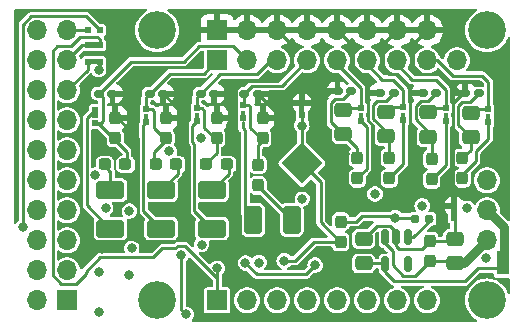
<source format=gbr>
%TF.GenerationSoftware,KiCad,Pcbnew,8.0.7*%
%TF.CreationDate,2024-12-23T17:36:37-05:00*%
%TF.ProjectId,tac5212_audio_board_single_ended,74616335-3231-4325-9f61-7564696f5f62,rev?*%
%TF.SameCoordinates,Original*%
%TF.FileFunction,Copper,L4,Bot*%
%TF.FilePolarity,Positive*%
%FSLAX46Y46*%
G04 Gerber Fmt 4.6, Leading zero omitted, Abs format (unit mm)*
G04 Created by KiCad (PCBNEW 8.0.7) date 2024-12-23 17:36:37*
%MOMM*%
%LPD*%
G01*
G04 APERTURE LIST*
G04 Aperture macros list*
%AMRoundRect*
0 Rectangle with rounded corners*
0 $1 Rounding radius*
0 $2 $3 $4 $5 $6 $7 $8 $9 X,Y pos of 4 corners*
0 Add a 4 corners polygon primitive as box body*
4,1,4,$2,$3,$4,$5,$6,$7,$8,$9,$2,$3,0*
0 Add four circle primitives for the rounded corners*
1,1,$1+$1,$2,$3*
1,1,$1+$1,$4,$5*
1,1,$1+$1,$6,$7*
1,1,$1+$1,$8,$9*
0 Add four rect primitives between the rounded corners*
20,1,$1+$1,$2,$3,$4,$5,0*
20,1,$1+$1,$4,$5,$6,$7,0*
20,1,$1+$1,$6,$7,$8,$9,0*
20,1,$1+$1,$8,$9,$2,$3,0*%
%AMRotRect*
0 Rectangle, with rotation*
0 The origin of the aperture is its center*
0 $1 length*
0 $2 width*
0 $3 Rotation angle, in degrees counterclockwise*
0 Add horizontal line*
21,1,$1,$2,0,0,$3*%
G04 Aperture macros list end*
%TA.AperFunction,EtchedComponent*%
%ADD10C,0.000000*%
%TD*%
%TA.AperFunction,ComponentPad*%
%ADD11C,0.500000*%
%TD*%
%TA.AperFunction,ComponentPad*%
%ADD12R,1.700000X1.700000*%
%TD*%
%TA.AperFunction,ComponentPad*%
%ADD13O,1.700000X1.700000*%
%TD*%
%TA.AperFunction,ComponentPad*%
%ADD14C,3.200000*%
%TD*%
%TA.AperFunction,SMDPad,CuDef*%
%ADD15RotRect,2.450000X2.450000X45.000000*%
%TD*%
%TA.AperFunction,SMDPad,CuDef*%
%ADD16RoundRect,0.250000X0.475000X-0.337500X0.475000X0.337500X-0.475000X0.337500X-0.475000X-0.337500X0*%
%TD*%
%TA.AperFunction,SMDPad,CuDef*%
%ADD17RoundRect,0.237500X-0.237500X0.300000X-0.237500X-0.300000X0.237500X-0.300000X0.237500X0.300000X0*%
%TD*%
%TA.AperFunction,SMDPad,CuDef*%
%ADD18R,0.500000X0.500000*%
%TD*%
%TA.AperFunction,SMDPad,CuDef*%
%ADD19R,0.450000X0.750000*%
%TD*%
%TA.AperFunction,ComponentPad*%
%ADD20R,0.500000X0.500000*%
%TD*%
%TA.AperFunction,SMDPad,CuDef*%
%ADD21RoundRect,0.160000X0.222500X0.160000X-0.222500X0.160000X-0.222500X-0.160000X0.222500X-0.160000X0*%
%TD*%
%TA.AperFunction,SMDPad,CuDef*%
%ADD22RoundRect,0.237500X-0.287500X-0.237500X0.287500X-0.237500X0.287500X0.237500X-0.287500X0.237500X0*%
%TD*%
%TA.AperFunction,SMDPad,CuDef*%
%ADD23RoundRect,0.237500X0.237500X-0.300000X0.237500X0.300000X-0.237500X0.300000X-0.237500X-0.300000X0*%
%TD*%
%TA.AperFunction,SMDPad,CuDef*%
%ADD24R,0.508000X0.500000*%
%TD*%
%TA.AperFunction,SMDPad,CuDef*%
%ADD25R,0.508000X0.508000*%
%TD*%
%TA.AperFunction,SMDPad,CuDef*%
%ADD26RoundRect,0.250001X0.924999X-0.499999X0.924999X0.499999X-0.924999X0.499999X-0.924999X-0.499999X0*%
%TD*%
%TA.AperFunction,SMDPad,CuDef*%
%ADD27R,1.000000X1.100000*%
%TD*%
%TA.AperFunction,SMDPad,CuDef*%
%ADD28R,0.500000X0.508000*%
%TD*%
%TA.AperFunction,SMDPad,CuDef*%
%ADD29RoundRect,0.250001X-0.499999X-0.924999X0.499999X-0.924999X0.499999X0.924999X-0.499999X0.924999X0*%
%TD*%
%TA.AperFunction,SMDPad,CuDef*%
%ADD30RoundRect,0.237500X0.287500X0.237500X-0.287500X0.237500X-0.287500X-0.237500X0.287500X-0.237500X0*%
%TD*%
%TA.AperFunction,SMDPad,CuDef*%
%ADD31RoundRect,0.160000X-0.222500X-0.160000X0.222500X-0.160000X0.222500X0.160000X-0.222500X0.160000X0*%
%TD*%
%TA.AperFunction,SMDPad,CuDef*%
%ADD32RoundRect,0.250000X-0.475000X0.337500X-0.475000X-0.337500X0.475000X-0.337500X0.475000X0.337500X0*%
%TD*%
%TA.AperFunction,SMDPad,CuDef*%
%ADD33RoundRect,0.150000X-0.150000X0.512500X-0.150000X-0.512500X0.150000X-0.512500X0.150000X0.512500X0*%
%TD*%
%TA.AperFunction,SMDPad,CuDef*%
%ADD34RoundRect,0.160000X-0.197500X-0.160000X0.197500X-0.160000X0.197500X0.160000X-0.197500X0.160000X0*%
%TD*%
%TA.AperFunction,SMDPad,CuDef*%
%ADD35RoundRect,0.237500X-0.237500X0.287500X-0.237500X-0.287500X0.237500X-0.287500X0.237500X0.287500X0*%
%TD*%
%TA.AperFunction,SMDPad,CuDef*%
%ADD36R,0.475000X0.675000*%
%TD*%
%TA.AperFunction,ViaPad*%
%ADD37C,0.800000*%
%TD*%
%TA.AperFunction,Conductor*%
%ADD38C,0.250000*%
%TD*%
%TA.AperFunction,Conductor*%
%ADD39C,0.750000*%
%TD*%
G04 APERTURE END LIST*
%TA.AperFunction,EtchedComponent*%
%TO.C,GND108*%
G36*
X108971000Y-106104000D02*
G01*
X109429000Y-106104000D01*
X109429000Y-106679000D01*
X108971000Y-106679000D01*
X108971000Y-106104000D01*
G37*
%TD.AperFunction*%
D10*
%TA.AperFunction,EtchedComponent*%
%TO.C,3V108*%
G36*
X126400000Y-119675000D02*
G01*
X126000000Y-119675000D01*
X126000000Y-119125000D01*
X126400000Y-119125000D01*
X126400000Y-119675000D01*
G37*
%TD.AperFunction*%
%TA.AperFunction,EtchedComponent*%
%TO.C,SDA108*%
G36*
X91896000Y-102171000D02*
G01*
X91321000Y-102171000D01*
X91321000Y-102629000D01*
X91896000Y-102629000D01*
X91896000Y-102171000D01*
G37*
%TD.AperFunction*%
%TA.AperFunction,EtchedComponent*%
%TO.C,SCL108*%
G36*
X91896000Y-100771000D02*
G01*
X91321000Y-100771000D01*
X91321000Y-101229000D01*
X91896000Y-101229000D01*
X91896000Y-100771000D01*
G37*
%TD.AperFunction*%
%TA.AperFunction,EtchedComponent*%
%TO.C,G119*%
G36*
X121871000Y-114804000D02*
G01*
X122329000Y-114804000D01*
X122329000Y-115379000D01*
X121871000Y-115379000D01*
X121871000Y-114804000D01*
G37*
%TD.AperFunction*%
%TD*%
D11*
%TO.P,G109,1,1*%
%TO.N,Earth*%
X99200000Y-117200000D03*
%TD*%
%TO.P,G111,1,1*%
%TO.N,Earth*%
X92300000Y-118400000D03*
%TD*%
%TO.P,G113,1,1*%
%TO.N,Earth*%
X102600000Y-118400000D03*
%TD*%
%TO.P,G115,1,1*%
%TO.N,Earth*%
X103200000Y-119300000D03*
%TD*%
%TO.P,G114,1,1*%
%TO.N,Earth*%
X123500000Y-113700000D03*
%TD*%
%TO.P,G116,1,1*%
%TO.N,Earth*%
X125900000Y-110200000D03*
%TD*%
%TO.P,G108,1,1*%
%TO.N,Earth*%
X115800000Y-114500000D03*
%TD*%
%TO.P,G112,1,1*%
%TO.N,Earth*%
X118400000Y-114000000D03*
%TD*%
%TO.P,G110,1,1*%
%TO.N,Earth*%
X117100000Y-114000000D03*
%TD*%
D12*
%TO.P,board_outline108,1,HELD_HIGH*%
%TO.N,EN_HELD_HIGH*%
X89337500Y-122600000D03*
D13*
%TO.P,board_outline108,2,HELD_LOW*%
%TO.N,unconnected-(board_outline108-HELD_LOW-Pad2)*%
X86797500Y-122600000D03*
%TO.P,board_outline108,3,5V*%
%TO.N,Net-(5V108-B)*%
X89337500Y-120060000D03*
%TO.P,board_outline108,4,GNDD*%
%TO.N,GNDD*%
X86797500Y-120060000D03*
%TO.P,board_outline108,5,12V*%
%TO.N,unconnected-(board_outline108-12V-Pad5)*%
X89337500Y-117520000D03*
%TO.P,board_outline108,6,GNDD*%
%TO.N,GNDD*%
X86797500Y-117520000D03*
%TO.P,board_outline108,7,DSP_DOUT*%
%TO.N,5212_DOUT1+*%
X89337500Y-114980000D03*
%TO.P,board_outline108,8,GNDD*%
%TO.N,GNDD*%
X86797500Y-114980000D03*
%TO.P,board_outline108,9,DSP_DIN*%
%TO.N,5212_DIN1*%
X89337500Y-112440000D03*
%TO.P,board_outline108,10,GNDD*%
%TO.N,GNDD*%
X86797500Y-112440000D03*
%TO.P,board_outline108,11,BCLK*%
%TO.N,5212_BCLK1*%
X89337500Y-109900000D03*
%TO.P,board_outline108,12,GNDD*%
%TO.N,GNDD*%
X86797500Y-109900000D03*
%TO.P,board_outline108,13,LRCK*%
%TO.N,5212_LRCK1*%
X89337500Y-107360000D03*
%TO.P,board_outline108,14,GNDD*%
%TO.N,GNDD*%
X86797500Y-107360000D03*
%TO.P,board_outline108,15,SDA*%
%TO.N,DSP_SDA*%
X89337500Y-104820000D03*
%TO.P,board_outline108,16,GNDD*%
%TO.N,GNDD*%
X86797500Y-104820000D03*
%TO.P,board_outline108,17,SCL*%
%TO.N,DSP_SCL*%
X89337500Y-102280000D03*
%TO.P,board_outline108,18,GNDD*%
%TO.N,GNDD*%
X86797500Y-102280000D03*
%TO.P,board_outline108,19,MCLK*%
%TO.N,5212_MCLK1*%
X89337500Y-99740000D03*
%TO.P,board_outline108,20,GNDD*%
%TO.N,GNDD*%
X86797500Y-99740000D03*
D12*
%TO.P,board_outline108,21,OUTP*%
%TO.N,OUT1P+*%
X102047500Y-102285000D03*
%TO.P,board_outline108,22,AGND*%
%TO.N,Earth*%
X102047500Y-99745000D03*
D13*
%TO.P,board_outline108,23,OUT1M*%
%TO.N,OUT1M+*%
X104587500Y-102285000D03*
%TO.P,board_outline108,24,AGND*%
%TO.N,Earth*%
X104587500Y-99745000D03*
%TO.P,board_outline108,25,OUT2P*%
%TO.N,OUT2P+*%
X107127500Y-102285000D03*
%TO.P,board_outline108,26,AGND*%
%TO.N,Earth*%
X107127500Y-99745000D03*
%TO.P,board_outline108,27,OUT2M*%
%TO.N,OUT2M+*%
X109667500Y-102285000D03*
%TO.P,board_outline108,28,AGND*%
%TO.N,Earth*%
X109667500Y-99745000D03*
%TO.P,board_outline108,29,IN1P*%
%TO.N,IN1P+*%
X112207500Y-102285000D03*
%TO.P,board_outline108,30,AGND*%
%TO.N,Earth*%
X112207500Y-99745000D03*
%TO.P,board_outline108,31,IN1M*%
%TO.N,IN1M+*%
X114747500Y-102285000D03*
%TO.P,board_outline108,32,AGND*%
%TO.N,Earth*%
X114747500Y-99745000D03*
%TO.P,board_outline108,33,IN2P*%
%TO.N,IN2P+*%
X117287500Y-102285000D03*
%TO.P,board_outline108,34,AGND*%
%TO.N,Earth*%
X117287500Y-99745000D03*
%TO.P,board_outline108,35,IN2M*%
%TO.N,IN2M+*%
X119827500Y-102285000D03*
%TO.P,board_outline108,36,AGND*%
%TO.N,Earth*%
X119827500Y-99745000D03*
D12*
%TO.P,board_outline108,37,SCL*%
%TO.N,5212_SCL*%
X102047500Y-122605000D03*
D13*
%TO.P,board_outline108,38,SDA*%
%TO.N,5212_SDA*%
X104587500Y-122605000D03*
%TO.P,board_outline108,39,GNDD*%
%TO.N,GNDD*%
X107127500Y-122605000D03*
%TO.P,board_outline108,40,GPIO1*%
%TO.N,GPIO1*%
X109667500Y-122605000D03*
%TO.P,board_outline108,41,GPIO2*%
%TO.N,GPIO2*%
X112207500Y-122605000D03*
%TO.P,board_outline108,42,GPO1*%
%TO.N,GPO1*%
X114747500Y-122605000D03*
%TO.P,board_outline108,43,GPI1*%
%TO.N,GPI1*%
X117287500Y-122605000D03*
%TO.P,board_outline108,44,GNDD*%
%TO.N,GNDD*%
X119827500Y-122605000D03*
%TO.P,board_outline108,45,5V*%
%TO.N,5V*%
X124892500Y-117525000D03*
%TO.P,board_outline108,46,3.3V*%
%TO.N,3.3V_LDO*%
X124892500Y-114985000D03*
%TO.P,board_outline108,47,GNDD*%
%TO.N,GNDD*%
X124892500Y-112445000D03*
%TO.P,board_outline108,48,MIC_BIAS*%
%TO.N,MICBIAS*%
X122352500Y-102285000D03*
D14*
%TO.P,board_outline108,49,AGND*%
%TO.N,Net-(E108-B)*%
X96952500Y-99745000D03*
%TO.P,board_outline108,50,AGND*%
%TO.N,Net-(E109-B)*%
X124892500Y-99745000D03*
%TO.P,board_outline108,51,DGND*%
%TO.N,Net-(G117-A)*%
X96952500Y-122605000D03*
%TO.P,board_outline108,52,DGND*%
%TO.N,Net-(G118-A)*%
X124892500Y-122605000D03*
%TD*%
D11*
%TO.P,TAC5212,25,VSS*%
%TO.N,GNDD*%
X108705025Y-111494975D03*
X108705025Y-110505025D03*
X109200000Y-111000000D03*
D15*
X109200000Y-111000000D03*
D11*
X109694975Y-111494975D03*
X109694975Y-110505025D03*
%TD*%
D16*
%TO.P,T\u002AC108,1*%
%TO.N,5V*%
X122134314Y-119475000D03*
%TO.P,T\u002AC108,2*%
%TO.N,Net-(G119-A)*%
X122134314Y-117400000D03*
%TD*%
D17*
%TO.P,C127,1*%
%TO.N,Net-(C127-Pad1)*%
X113900000Y-110537500D03*
%TO.P,C127,2*%
%TO.N,IN1P*%
X113900000Y-112262500D03*
%TD*%
D18*
%TO.P,OP2,1,1*%
%TO.N,OUT2P+*%
X100300000Y-106325000D03*
D19*
%TO.P,OP2,2,2*%
%TO.N,OUT2P*%
X100300000Y-107100000D03*
D20*
X100300000Y-107425000D03*
%TD*%
D21*
%TO.P,D111,1,K*%
%TO.N,OUT2M+*%
X104327500Y-105100000D03*
%TO.P,D111,2,K*%
%TO.N,Earth*%
X105472500Y-105100000D03*
%TD*%
D22*
%TO.P,R108,1*%
%TO.N,OUT1P+*%
X96825000Y-111100000D03*
%TO.P,R108,2*%
%TO.N,Net-(C110-Pad2)*%
X98575000Y-111100000D03*
%TD*%
D18*
%TO.P,INP2,1,1*%
%TO.N,IN2P+*%
X121400000Y-106335000D03*
D19*
%TO.P,INP2,2,2*%
%TO.N,IN2P*%
X121400000Y-107110000D03*
D20*
X121400000Y-107435000D03*
%TD*%
D23*
%TO.P,T\u002AC109,1*%
%TO.N,5V*%
X120034314Y-119300000D03*
%TO.P,T\u002AC109,2*%
%TO.N,Net-(G119-A)*%
X120034314Y-117575000D03*
%TD*%
D17*
%TO.P,C124,1*%
%TO.N,Net-(C124-Pad1)*%
X122800000Y-110537500D03*
%TO.P,C124,2*%
%TO.N,IN2M*%
X122800000Y-112262500D03*
%TD*%
D24*
%TO.P,GND108,1,A*%
%TO.N,GNDD*%
X109200000Y-106904000D03*
D25*
%TO.P,GND108,2,B*%
%TO.N,Earth*%
X109200000Y-105900000D03*
%TD*%
D17*
%TO.P,C125,1*%
%TO.N,Net-(C125-Pad1)*%
X120200000Y-110637500D03*
%TO.P,C125,2*%
%TO.N,IN2P*%
X120200000Y-112362500D03*
%TD*%
D18*
%TO.P,INM2,1,1*%
%TO.N,IN2M+*%
X125000000Y-106382500D03*
D19*
%TO.P,INM2,2,2*%
%TO.N,IN2M*%
X125000000Y-107157500D03*
D20*
X125000000Y-107482500D03*
%TD*%
D26*
%TO.P,C114,1*%
%TO.N,OUT1M*%
X93000000Y-116525000D03*
%TO.P,C114,2*%
%TO.N,Net-(C114-Pad2)*%
X93000000Y-113275000D03*
%TD*%
D16*
%TO.P,T\u002AC110,1*%
%TO.N,3.3V_A*%
X114434314Y-119475000D03*
%TO.P,T\u002AC110,2*%
%TO.N,Net-(G119-A)*%
X114434314Y-117400000D03*
%TD*%
D18*
%TO.P,OM2,1,1*%
%TO.N,OUT2M+*%
X104200000Y-106100000D03*
D19*
%TO.P,OM2,2,2*%
%TO.N,OUT2M*%
X104200000Y-106875000D03*
D20*
X104200000Y-107200000D03*
%TD*%
D27*
%TO.P,3V108,1,A*%
%TO.N,3.3V_A*%
X126200000Y-119904000D03*
%TO.P,3V108,2,B*%
%TO.N,3.3V_LDO*%
X126200000Y-118900000D03*
%TD*%
D28*
%TO.P,SDA108,1,A*%
%TO.N,DSP_SDA*%
X91096000Y-102400000D03*
D25*
%TO.P,SDA108,2,B*%
%TO.N,5212_SDA*%
X92100000Y-102400000D03*
%TD*%
%TO.P,MCLK108,1,1*%
%TO.N,5212_MCLK1*%
X91100000Y-99700000D03*
%TO.P,MCLK108,2,2*%
%TO.N,GPI1*%
X92100000Y-99700000D03*
%TD*%
D29*
%TO.P,C122,1*%
%TO.N,OUT2M*%
X105100001Y-115800000D03*
%TO.P,C122,2*%
%TO.N,Net-(C122-Pad2)*%
X108350001Y-115800000D03*
%TD*%
D28*
%TO.P,SCL108,1,A*%
%TO.N,DSP_SCL*%
X91096000Y-101000000D03*
D25*
%TO.P,SCL108,2,B*%
%TO.N,5212_SCL*%
X92100000Y-101000000D03*
%TD*%
D30*
%TO.P,R109,1*%
%TO.N,OUT1M+*%
X94275000Y-111100000D03*
%TO.P,R109,2*%
%TO.N,Net-(C114-Pad2)*%
X92525000Y-111100000D03*
%TD*%
D31*
%TO.P,D113,1,K*%
%TO.N,Net-(C125-Pad1)*%
X120572500Y-105035000D03*
%TO.P,D113,2,K*%
%TO.N,Earth*%
X119427500Y-105035000D03*
%TD*%
D32*
%TO.P,FB110,1*%
%TO.N,IN1M+*%
X116300000Y-106625000D03*
%TO.P,FB110,2*%
%TO.N,Net-(C126-Pad1)*%
X116300000Y-108700000D03*
%TD*%
%TO.P,FB111,1*%
%TO.N,IN1P+*%
X112700000Y-106462500D03*
%TO.P,FB111,2*%
%TO.N,Net-(C127-Pad1)*%
X112700000Y-108537500D03*
%TD*%
D22*
%TO.P,R111,1*%
%TO.N,OUT2P+*%
X101125000Y-111100000D03*
%TO.P,R111,2*%
%TO.N,Net-(C120-Pad2)*%
X102875000Y-111100000D03*
%TD*%
D31*
%TO.P,D112,1,K*%
%TO.N,Net-(C124-Pad1)*%
X124172500Y-105082500D03*
%TO.P,D112,2,K*%
%TO.N,Earth*%
X123027500Y-105082500D03*
%TD*%
D23*
%TO.P,C123,1*%
%TO.N,OUT2M+*%
X105900000Y-108862500D03*
%TO.P,C123,2*%
%TO.N,Earth*%
X105900000Y-107137500D03*
%TD*%
D33*
%TO.P,U109,1,IN*%
%TO.N,5V*%
X116261814Y-117277500D03*
%TO.P,U109,2,GND*%
%TO.N,Net-(G119-A)*%
X117211814Y-117277500D03*
%TO.P,U109,3,EN*%
%TO.N,Net-(U109-EN)*%
X118161814Y-117277500D03*
%TO.P,U109,4,NC*%
%TO.N,unconnected-(U109-NC-Pad4)*%
X118161814Y-119552500D03*
%TO.P,U109,5,OUT*%
%TO.N,3.3V_A*%
X116261814Y-119552500D03*
%TD*%
D21*
%TO.P,D108,1,K*%
%TO.N,OUT1P+*%
X96327500Y-105100000D03*
%TO.P,D108,2,K*%
%TO.N,Earth*%
X97472500Y-105100000D03*
%TD*%
D23*
%TO.P,C113,1*%
%TO.N,OUT1P+*%
X97700000Y-108862500D03*
%TO.P,C113,2*%
%TO.N,Earth*%
X97700000Y-107137500D03*
%TD*%
D17*
%TO.P,C126,1*%
%TO.N,Net-(C126-Pad1)*%
X116600000Y-110537500D03*
%TO.P,C126,2*%
%TO.N,IN1M*%
X116600000Y-112262500D03*
%TD*%
D21*
%TO.P,D110,1,K*%
%TO.N,OUT2P+*%
X100627500Y-105100000D03*
%TO.P,D110,2,K*%
%TO.N,Earth*%
X101772500Y-105100000D03*
%TD*%
D26*
%TO.P,C110,1*%
%TO.N,OUT1P*%
X97300000Y-116525000D03*
%TO.P,C110,2*%
%TO.N,Net-(C110-Pad2)*%
X97300000Y-113275000D03*
%TD*%
D21*
%TO.P,D109,1,K*%
%TO.N,OUT1M+*%
X92027500Y-105100000D03*
%TO.P,D109,2,K*%
%TO.N,Earth*%
X93172500Y-105100000D03*
%TD*%
D34*
%TO.P,R127,1*%
%TO.N,EN_HELD_HIGH*%
X118802500Y-115700000D03*
%TO.P,R127,2*%
%TO.N,Net-(U109-EN)*%
X119997500Y-115700000D03*
%TD*%
D23*
%TO.P,C121,1*%
%TO.N,OUT2P+*%
X102000000Y-108862500D03*
%TO.P,C121,2*%
%TO.N,Earth*%
X102000000Y-107137500D03*
%TD*%
D26*
%TO.P,C120,1*%
%TO.N,OUT2P*%
X101600000Y-116525000D03*
%TO.P,C120,2*%
%TO.N,Net-(C120-Pad2)*%
X101600000Y-113275000D03*
%TD*%
D31*
%TO.P,D114,1,K*%
%TO.N,Net-(C126-Pad1)*%
X116972500Y-105035000D03*
%TO.P,D114,2,K*%
%TO.N,Earth*%
X115827500Y-105035000D03*
%TD*%
D18*
%TO.P,OP1,1,1*%
%TO.N,OUT1P+*%
X96000000Y-106400000D03*
D19*
%TO.P,OP1,2,2*%
%TO.N,OUT1P*%
X96000000Y-107175000D03*
D20*
X96000000Y-107500000D03*
%TD*%
D35*
%TO.P,R116,1*%
%TO.N,OUT2M+*%
X105500000Y-111125000D03*
%TO.P,R116,2*%
%TO.N,Net-(C122-Pad2)*%
X105500000Y-112875000D03*
%TD*%
D18*
%TO.P,INM1,1,1*%
%TO.N,IN1M+*%
X117800000Y-106262500D03*
D19*
%TO.P,INM1,2,2*%
%TO.N,IN1M*%
X117800000Y-107037500D03*
D20*
X117800000Y-107362500D03*
%TD*%
D32*
%TO.P,FB109,1*%
%TO.N,IN2P+*%
X119900000Y-106697500D03*
%TO.P,FB109,2*%
%TO.N,Net-(C125-Pad1)*%
X119900000Y-108772500D03*
%TD*%
D24*
%TO.P,G119,1,A*%
%TO.N,Net-(G119-A)*%
X122100000Y-115604000D03*
D25*
%TO.P,G119,2,B*%
%TO.N,Earth*%
X122100000Y-114600000D03*
%TD*%
D32*
%TO.P,FB108,1*%
%TO.N,IN2M+*%
X123500000Y-106735000D03*
%TO.P,FB108,2*%
%TO.N,Net-(C124-Pad1)*%
X123500000Y-108810000D03*
%TD*%
D31*
%TO.P,D115,1,K*%
%TO.N,Net-(C127-Pad1)*%
X113372500Y-104900000D03*
%TO.P,D115,2,K*%
%TO.N,Earth*%
X112227500Y-104900000D03*
%TD*%
D17*
%TO.P,C129,1*%
%TO.N,EN_HELD_HIGH*%
X112500000Y-115937499D03*
%TO.P,C129,2*%
%TO.N,GNDD*%
X112500000Y-117662501D03*
%TD*%
D18*
%TO.P,OM1,1,1*%
%TO.N,OUT1M+*%
X91700000Y-107600000D03*
D36*
%TO.P,OM1,2,2*%
%TO.N,OUT1M*%
X91700000Y-106812500D03*
D20*
X91700000Y-106500000D03*
%TD*%
D23*
%TO.P,C117,1*%
%TO.N,OUT1M+*%
X93400000Y-108862500D03*
%TO.P,C117,2*%
%TO.N,Earth*%
X93400000Y-107137500D03*
%TD*%
D18*
%TO.P,INP1,1,1*%
%TO.N,IN1P+*%
X114200000Y-106325000D03*
D19*
%TO.P,INP1,2,2*%
%TO.N,IN1P*%
X114200000Y-107100000D03*
D20*
X114200000Y-107425000D03*
%TD*%
D37*
%TO.N,Earth*%
X126400000Y-113600000D03*
X94400000Y-98400000D03*
%TO.N,GNDD*%
X94800000Y-118200000D03*
X124800000Y-119000000D03*
X98000000Y-110000000D03*
%TO.N,Earth*%
X94600000Y-105800000D03*
X124064601Y-102335399D03*
X111200000Y-104200000D03*
X108200000Y-105200000D03*
X94400000Y-101000000D03*
X96200000Y-103200000D03*
%TO.N,GNDD*%
X119400000Y-114600000D03*
X92600000Y-114800000D03*
X109250000Y-113985355D03*
X92000000Y-123600000D03*
X123200000Y-114800000D03*
X115400000Y-113600000D03*
X99400000Y-123800000D03*
X91719599Y-111998440D03*
X109200000Y-107800000D03*
X107711709Y-119246986D03*
X99000000Y-118800000D03*
X100718700Y-117875000D03*
%TO.N,5V*%
X94569964Y-120430000D03*
%TO.N,Earth*%
X103224739Y-107762663D03*
X112825000Y-110225000D03*
%TO.N,EN_HELD_HIGH*%
X117100000Y-115600000D03*
%TO.N,5212_SCL*%
X102047500Y-119900002D03*
%TO.N,5212_SDA*%
X92004802Y-120161926D03*
X92007954Y-103082209D03*
%TO.N,3.3V_LDO*%
X100675000Y-108873986D03*
X94600000Y-115050000D03*
X105600000Y-119400000D03*
%TO.N,GPI1*%
X85600000Y-116400000D03*
%TO.N,Net-(PU_EN108-Pad1)*%
X110338844Y-119622742D03*
X104430004Y-119430004D03*
%TD*%
D38*
%TO.N,OUT1M+*%
X99200000Y-102400000D02*
X94727500Y-102400000D01*
X100490000Y-101110000D02*
X99200000Y-102400000D01*
X103412500Y-101110000D02*
X100490000Y-101110000D01*
X94727500Y-102400000D02*
X92027500Y-105100000D01*
X104587500Y-102285000D02*
X103412500Y-101110000D01*
%TO.N,OUT1P+*%
X98027500Y-103400000D02*
X100932500Y-103400000D01*
X96327500Y-105100000D02*
X98027500Y-103400000D01*
X100932500Y-103400000D02*
X102047500Y-102285000D01*
%TO.N,Earth*%
X98613604Y-101670000D02*
X100538604Y-99745000D01*
X90512500Y-116612500D02*
X90512500Y-105351430D01*
X94516179Y-101670000D02*
X98613604Y-101670000D01*
X100538604Y-99745000D02*
X102047500Y-99745000D01*
X92300000Y-118400000D02*
X90512500Y-116612500D01*
X90512500Y-105351430D02*
X92003681Y-103860249D01*
X92003681Y-103860249D02*
X92325930Y-103860249D01*
X92325930Y-103860249D02*
X94516179Y-101670000D01*
X124064600Y-102335399D02*
X121474201Y-99745000D01*
X124064601Y-102335399D02*
X124064600Y-102335399D01*
X124064601Y-102335400D02*
X124064601Y-102335399D01*
X109975000Y-113685050D02*
X109975000Y-116420101D01*
X109550305Y-113260355D02*
X109975000Y-113685050D01*
X108985355Y-113260355D02*
X109550305Y-113260355D01*
X106950000Y-111225000D02*
X108985355Y-113260355D01*
X106950000Y-111225000D02*
X106950000Y-106577500D01*
X106950000Y-106577500D02*
X105472500Y-105100000D01*
X103200000Y-119300000D02*
X104586596Y-117913404D01*
X104586596Y-117913404D02*
X108481697Y-117913404D01*
X108481697Y-117913404D02*
X109975000Y-116420101D01*
%TO.N,GNDD*%
X112462501Y-117662501D02*
X112500000Y-117662501D01*
X110800000Y-112600000D02*
X110800000Y-116000000D01*
X109200000Y-111000000D02*
X110800000Y-112600000D01*
X110800000Y-116000000D02*
X112462501Y-117662501D01*
X99000000Y-118800000D02*
X99000000Y-123400000D01*
X110237499Y-117662501D02*
X112500000Y-117662501D01*
X109200000Y-107800000D02*
X109200000Y-106904000D01*
X109200000Y-107804000D02*
X109200000Y-109515076D01*
X108653014Y-119246986D02*
X110237499Y-117662501D01*
X107711709Y-119246986D02*
X108653014Y-119246986D01*
X99000000Y-123400000D02*
X99400000Y-123800000D01*
%TO.N,5V*%
X116900000Y-119629094D02*
X116900000Y-118400000D01*
X117810906Y-120540000D02*
X116900000Y-119629094D01*
X116900000Y-118400000D02*
X116261814Y-117761814D01*
X120034314Y-119300000D02*
X121959314Y-119300000D01*
D39*
X122134314Y-119475000D02*
X122942500Y-119475000D01*
X122942500Y-119475000D02*
X124892500Y-117525000D01*
D38*
X120034314Y-119300000D02*
X118794314Y-120540000D01*
X121959314Y-119300000D02*
X122134314Y-119475000D01*
X118794314Y-120540000D02*
X117810906Y-120540000D01*
X116261814Y-117761814D02*
X116261814Y-117277500D01*
%TO.N,Earth*%
X114260799Y-104060799D02*
X114260799Y-103460000D01*
X99625000Y-109556398D02*
X99450000Y-109381398D01*
X103925000Y-108605000D02*
X103620000Y-108300000D01*
X115200000Y-107793996D02*
X114800000Y-107393996D01*
X114800000Y-107393996D02*
X114800000Y-104600000D01*
X116112500Y-100920000D02*
X117287500Y-99745000D01*
X119340799Y-103460000D02*
X118652500Y-102771701D01*
X125900000Y-110200000D02*
X125900000Y-104170799D01*
X103620000Y-104734672D02*
X104354672Y-104000000D01*
X121474201Y-99745000D02*
X119827500Y-99745000D01*
X122897924Y-113700000D02*
X122000000Y-112802076D01*
X122000000Y-112802076D02*
X122000000Y-105900000D01*
X117100000Y-114000000D02*
X116900000Y-114000000D01*
X114797924Y-114500000D02*
X112900000Y-112602076D01*
X104354672Y-104000000D02*
X107074201Y-104000000D01*
X118400000Y-114000000D02*
X118400000Y-112525000D01*
X111700000Y-104900000D02*
X112227500Y-104900000D01*
X118652500Y-100920000D02*
X119827500Y-99745000D01*
X122000000Y-105900000D02*
X122817500Y-105082500D01*
X112900000Y-110370100D02*
X111200000Y-108670100D01*
X116900000Y-114000000D02*
X115200000Y-112300000D01*
X116560000Y-103460000D02*
X116112500Y-103012500D01*
X103620000Y-108157924D02*
X103224739Y-107762663D01*
X108302500Y-100920000D02*
X107127500Y-99745000D01*
X122817500Y-105082500D02*
X123027500Y-105082500D01*
X108302500Y-102771701D02*
X108302500Y-100920000D01*
X125900000Y-104170799D02*
X124064601Y-102335400D01*
X113572500Y-101110000D02*
X112207500Y-99745000D01*
X123500000Y-113700000D02*
X122897924Y-113700000D01*
X118375000Y-112500000D02*
X118375000Y-104675000D01*
X115200000Y-112300000D02*
X115200000Y-107793996D01*
X122582500Y-105082500D02*
X120960000Y-103460000D01*
X112900000Y-112602076D02*
X112900000Y-110370100D01*
X95325000Y-116445100D02*
X95325000Y-108887500D01*
X102000000Y-107350000D02*
X102000000Y-106962500D01*
X118652500Y-102771701D02*
X118652500Y-100920000D01*
X95325000Y-108887500D02*
X93400000Y-106962500D01*
X107074201Y-104000000D02*
X108302500Y-102771701D01*
X111200000Y-105400000D02*
X111700000Y-104900000D01*
X115800000Y-114500000D02*
X114797924Y-114500000D01*
X99625000Y-116775000D02*
X99625000Y-109556398D01*
X118400000Y-112525000D02*
X118375000Y-112500000D01*
X103620000Y-108300000D02*
X103620000Y-104734672D01*
X93370100Y-118400000D02*
X95325000Y-116445100D01*
X92300000Y-118400000D02*
X93370100Y-118400000D01*
X114260799Y-103460000D02*
X113572500Y-102771701D01*
X116112500Y-103012500D02*
X116112500Y-100920000D01*
X103925000Y-117075000D02*
X103925000Y-108605000D01*
X114800000Y-104600000D02*
X114260799Y-104060799D01*
X123027500Y-105082500D02*
X122582500Y-105082500D01*
X117160000Y-103460000D02*
X116560000Y-103460000D01*
X113572500Y-102771701D02*
X113572500Y-101110000D01*
X99450000Y-109381398D02*
X99450000Y-107077500D01*
X99200000Y-117200000D02*
X99625000Y-116775000D01*
X99450000Y-107077500D02*
X97472500Y-105100000D01*
X103620000Y-108300000D02*
X103620000Y-108157924D01*
X111200000Y-108670100D02*
X111200000Y-105400000D01*
X102600000Y-118400000D02*
X103925000Y-117075000D01*
X120960000Y-103460000D02*
X119340799Y-103460000D01*
X118375000Y-104675000D02*
X117160000Y-103460000D01*
%TO.N,EN_HELD_HIGH*%
X113825002Y-115937499D02*
X112500000Y-115937499D01*
X117000000Y-115600000D02*
X116900000Y-115500000D01*
X117100000Y-115600000D02*
X118702500Y-115600000D01*
X116900000Y-115500000D02*
X114262501Y-115500000D01*
X117100000Y-115600000D02*
X117000000Y-115600000D01*
X114262501Y-115500000D02*
X113825002Y-115937499D01*
X117200000Y-115700000D02*
X117100000Y-115600000D01*
X118702500Y-115600000D02*
X118802500Y-115700000D01*
%TO.N,IN2P*%
X120200000Y-112362500D02*
X121400000Y-111162500D01*
X121400000Y-111162500D02*
X121400000Y-107435000D01*
%TO.N,IN1M*%
X116600000Y-112262500D02*
X117800000Y-111062500D01*
X117800000Y-111062500D02*
X117800000Y-107362500D01*
%TO.N,IN1P*%
X113900000Y-112262500D02*
X114700000Y-111462500D01*
X114700000Y-107930392D02*
X114200000Y-107430392D01*
X114200000Y-107430392D02*
X114200000Y-107425000D01*
X114700000Y-111462500D02*
X114700000Y-107930392D01*
%TO.N,Net-(C110-Pad2)*%
X98700000Y-111100000D02*
X98700000Y-111875000D01*
X98700000Y-111875000D02*
X97300000Y-113275000D01*
%TO.N,IN2M*%
X123950000Y-109992600D02*
X125000000Y-108942600D01*
X122800000Y-112262500D02*
X122800000Y-111977076D01*
X123950000Y-110827076D02*
X123950000Y-109992600D01*
X122800000Y-111977076D02*
X123950000Y-110827076D01*
X125000000Y-108942600D02*
X125000000Y-107482500D01*
%TO.N,OUT1P*%
X95775000Y-115000000D02*
X95775000Y-107725000D01*
X97300000Y-116525000D02*
X95775000Y-115000000D01*
X95775000Y-107725000D02*
X96000000Y-107500000D01*
%TO.N,Net-(C114-Pad2)*%
X93000000Y-113275000D02*
X93000000Y-111700000D01*
X93000000Y-111700000D02*
X92400000Y-111100000D01*
%TO.N,OUT1M*%
X90994599Y-114519599D02*
X93000000Y-116525000D01*
X90994599Y-107205401D02*
X90994599Y-114519599D01*
X91700000Y-106500000D02*
X90994599Y-107205401D01*
%TO.N,OUT2P*%
X100075000Y-115000000D02*
X100075000Y-109370002D01*
X99900000Y-107825000D02*
X100300000Y-107425000D01*
X99900000Y-109195002D02*
X99900000Y-107825000D01*
X101600000Y-116525000D02*
X100075000Y-115000000D01*
X100075000Y-109370002D02*
X99900000Y-109195002D01*
%TO.N,OUT2M*%
X104200000Y-108000000D02*
X104200000Y-107500000D01*
X105100001Y-115800000D02*
X104400000Y-115099999D01*
X104400000Y-115099999D02*
X104400000Y-108200000D01*
X104400000Y-108200000D02*
X104200000Y-108000000D01*
%TO.N,Net-(C120-Pad2)*%
X103000000Y-111875000D02*
X101600000Y-113275000D01*
X103000000Y-111100000D02*
X103000000Y-111875000D01*
%TO.N,Net-(C122-Pad2)*%
X105550001Y-113000000D02*
X108350001Y-115800000D01*
X105500000Y-113000000D02*
X105550001Y-113000000D01*
%TO.N,Net-(C124-Pad1)*%
X122450000Y-106152400D02*
X122779900Y-105822500D01*
X122779900Y-105822500D02*
X123432501Y-105822500D01*
X123500000Y-108810000D02*
X122450000Y-107760000D01*
X123432501Y-105822500D02*
X124172501Y-105082500D01*
X123500000Y-109837500D02*
X123500000Y-108810000D01*
X122450000Y-107760000D02*
X122450000Y-106152400D01*
X122800000Y-110537500D02*
X123500000Y-109837500D01*
%TO.N,Net-(C125-Pad1)*%
X119907501Y-105700000D02*
X120572501Y-105035000D01*
X119264900Y-105700000D02*
X119907501Y-105700000D01*
X118850000Y-106114900D02*
X119264900Y-105700000D01*
X120200000Y-110637500D02*
X120200000Y-109072500D01*
X120200000Y-109072500D02*
X119900000Y-108772500D01*
X118850000Y-107280100D02*
X118850000Y-106114900D01*
X119900000Y-108330100D02*
X118850000Y-107280100D01*
X119900000Y-108772500D02*
X119900000Y-108330100D01*
%TO.N,Net-(C126-Pad1)*%
X116300000Y-108700000D02*
X116300000Y-108257600D01*
X115250000Y-107207600D02*
X115250000Y-106042400D01*
X116600000Y-109000000D02*
X116300000Y-108700000D01*
X115250000Y-106042400D02*
X115592400Y-105700000D01*
X116600000Y-110537500D02*
X116600000Y-109000000D01*
X116307501Y-105700000D02*
X116972501Y-105035000D01*
X115592400Y-105700000D02*
X116307501Y-105700000D01*
X116300000Y-108257600D02*
X115250000Y-107207600D01*
%TO.N,5212_SCL*%
X97400000Y-118200000D02*
X96625000Y-118975000D01*
X96625000Y-118975000D02*
X92095711Y-118975000D01*
X98678984Y-118025000D02*
X98503984Y-118200000D01*
X99321016Y-118025000D02*
X98678984Y-118025000D01*
X88100000Y-101500000D02*
X88495000Y-101105000D01*
X102047500Y-122605000D02*
X102047500Y-119900002D01*
X88100000Y-120484201D02*
X88100000Y-101500000D01*
X102047500Y-122605000D02*
X102047500Y-120751484D01*
X89634201Y-101105000D02*
X90439201Y-100300000D01*
X92100000Y-100496000D02*
X92100000Y-101000000D01*
X90900000Y-120400000D02*
X90065000Y-121235000D01*
X90900000Y-120170711D02*
X90900000Y-120400000D01*
X92095711Y-118975000D02*
X90900000Y-120170711D01*
X90439201Y-100300000D02*
X91904000Y-100300000D01*
X98503984Y-118200000D02*
X97400000Y-118200000D01*
X88495000Y-101105000D02*
X89634201Y-101105000D01*
X90065000Y-121235000D02*
X88850799Y-121235000D01*
X102047500Y-120751484D02*
X99321016Y-118025000D01*
X88850799Y-121235000D02*
X88100000Y-120484201D01*
X91904000Y-100300000D02*
X92100000Y-100496000D01*
%TO.N,5212_SDA*%
X92100000Y-102400000D02*
X92100000Y-102990163D01*
X92100000Y-102990163D02*
X92007954Y-103082209D01*
D39*
%TO.N,3.3V_LDO*%
X126317500Y-116410000D02*
X124892500Y-114985000D01*
X126317500Y-118782501D02*
X126317500Y-116410000D01*
X126200000Y-118900001D02*
X126317500Y-118782501D01*
D38*
%TO.N,Net-(C127-Pad1)*%
X111650000Y-107487500D02*
X111650000Y-105879900D01*
X112727501Y-105545000D02*
X113372501Y-104900000D01*
X111984900Y-105545000D02*
X112727501Y-105545000D01*
X113900000Y-110537500D02*
X113900000Y-109737500D01*
X111650000Y-105879900D02*
X111984900Y-105545000D01*
X112700000Y-108537500D02*
X111650000Y-107487500D01*
X113900000Y-109737500D02*
X112700000Y-108537500D01*
%TO.N,5212_MCLK1*%
X89377500Y-99700000D02*
X89337500Y-99740000D01*
X91100000Y-99700000D02*
X89377500Y-99700000D01*
%TO.N,GPI1*%
X92100000Y-99700000D02*
X90965000Y-98565000D01*
X90965000Y-98565000D02*
X86310799Y-98565000D01*
X85600000Y-99275799D02*
X85600000Y-116400000D01*
X86310799Y-98565000D02*
X85600000Y-99275799D01*
%TO.N,Net-(G119-A)*%
X122134314Y-117400000D02*
X122134314Y-115638314D01*
X120034314Y-117575000D02*
X121959314Y-117575000D01*
X116693984Y-116290000D02*
X115544314Y-116290000D01*
X121959314Y-117575000D02*
X122134314Y-117400000D01*
X115544314Y-116290000D02*
X114434314Y-117400000D01*
X117465000Y-118265000D02*
X117211814Y-118011814D01*
X117211814Y-116807830D02*
X116693984Y-116290000D01*
X117211814Y-118011814D02*
X117211814Y-117277500D01*
X117211814Y-117277500D02*
X117211814Y-116807830D01*
X122134314Y-115638314D02*
X122100000Y-115604000D01*
X119344314Y-118265000D02*
X117465000Y-118265000D01*
X120034314Y-117575000D02*
X119344314Y-118265000D01*
%TO.N,DSP_SCL*%
X91096000Y-101000000D02*
X90617500Y-101000000D01*
X90617500Y-101000000D02*
X89337500Y-102280000D01*
%TO.N,DSP_SDA*%
X91096000Y-103061500D02*
X91096000Y-102400000D01*
X89337500Y-104820000D02*
X91096000Y-103061500D01*
%TO.N,OUT1M+*%
X91962500Y-107600000D02*
X93400000Y-109037500D01*
X94400000Y-110037500D02*
X93400000Y-109037500D01*
X92350000Y-107450000D02*
X92350000Y-105422500D01*
X91700000Y-107600000D02*
X92200000Y-107600000D01*
X91700000Y-107600000D02*
X91962500Y-107600000D01*
X92350000Y-105422500D02*
X92027500Y-105100000D01*
X92200000Y-107600000D02*
X92350000Y-107450000D01*
X94400000Y-111100000D02*
X94400000Y-110037500D01*
%TO.N,OUT2M+*%
X104327500Y-105100000D02*
X104972500Y-104455000D01*
X104850000Y-107987500D02*
X104850000Y-106250000D01*
X104327500Y-105972500D02*
X104200000Y-106100000D01*
X105500000Y-111000000D02*
X105500000Y-109437500D01*
X104972500Y-104455000D02*
X107497500Y-104455000D01*
X105900000Y-109037500D02*
X104850000Y-107987500D01*
X104700000Y-106100000D02*
X104200000Y-106100000D01*
X104327500Y-105100000D02*
X104327500Y-105972500D01*
X104850000Y-106250000D02*
X104700000Y-106100000D01*
X105500000Y-109437500D02*
X105900000Y-109037500D01*
X107497500Y-104455000D02*
X109667500Y-102285000D01*
%TO.N,OUT2P+*%
X100300000Y-105427500D02*
X100627500Y-105100000D01*
X100627500Y-105100000D02*
X102267500Y-103460000D01*
X102000000Y-109037500D02*
X100950000Y-107987500D01*
X100300000Y-106325000D02*
X100300000Y-105427500D01*
X102000000Y-110100000D02*
X101000000Y-111100000D01*
X100725000Y-106325000D02*
X100300000Y-106325000D01*
X102267500Y-103460000D02*
X105403276Y-103460000D01*
X105403276Y-103460000D02*
X106578276Y-102285000D01*
X106578276Y-102285000D02*
X107127500Y-102285000D01*
X100950000Y-106550000D02*
X100725000Y-106325000D01*
X100950000Y-107987500D02*
X100950000Y-106550000D01*
X102000000Y-109037500D02*
X102000000Y-110100000D01*
%TO.N,IN1M+*%
X115972500Y-103910000D02*
X114347500Y-102285000D01*
X116662500Y-106262500D02*
X117800000Y-106262500D01*
X116920328Y-103910000D02*
X115972500Y-103910000D01*
X117800000Y-106262500D02*
X117800000Y-104789672D01*
X116300000Y-106625000D02*
X116662500Y-106262500D01*
X117800000Y-104789672D02*
X116920328Y-103910000D01*
%TO.N,IN1P+*%
X114200000Y-106325000D02*
X114200000Y-104654671D01*
X114200000Y-104654671D02*
X111830329Y-102285000D01*
X112700000Y-106462500D02*
X112837500Y-106325000D01*
X112837500Y-106325000D02*
X114200000Y-106325000D01*
X112230329Y-102285000D02*
X112207500Y-102285000D01*
%TO.N,IN2P+*%
X120262500Y-106335000D02*
X121400000Y-106335000D01*
X121400000Y-104789672D02*
X120560328Y-103950000D01*
X118552500Y-103950000D02*
X116887500Y-102285000D01*
X120560328Y-103950000D02*
X118552500Y-103950000D01*
X119900000Y-106697500D02*
X120262500Y-106335000D01*
X121400000Y-106335000D02*
X121400000Y-104789672D01*
%TO.N,IN2M+*%
X120690799Y-102285000D02*
X122005799Y-103600000D01*
X124500000Y-103600000D02*
X125000000Y-104100000D01*
X123500000Y-106735000D02*
X123852500Y-106382500D01*
X123852500Y-106382500D02*
X125000000Y-106382500D01*
X125000000Y-104100000D02*
X125000000Y-106382500D01*
X119827500Y-102285000D02*
X120690799Y-102285000D01*
X122005799Y-103600000D02*
X124500000Y-103600000D01*
%TO.N,OUT1P+*%
X96500000Y-106400000D02*
X96000000Y-106400000D01*
X96650000Y-106550000D02*
X96500000Y-106400000D01*
X96700000Y-110037500D02*
X97700000Y-109037500D01*
X97700000Y-109037500D02*
X96650000Y-107987500D01*
X96650000Y-107987500D02*
X96650000Y-106550000D01*
X96000000Y-105427500D02*
X96327500Y-105100000D01*
X96000000Y-106400000D02*
X96000000Y-105427500D01*
X96700000Y-111100000D02*
X96700000Y-110037500D01*
%TO.N,3.3V_A*%
X114434314Y-119475000D02*
X116184314Y-119475000D01*
X123010000Y-120990000D02*
X124096000Y-119904000D01*
X116261814Y-119552500D02*
X116261814Y-120214999D01*
X124096000Y-119904000D02*
X126200000Y-119904000D01*
X116261814Y-120214999D02*
X117036815Y-120990000D01*
X117036815Y-120990000D02*
X123010000Y-120990000D01*
X116184314Y-119475000D02*
X116261814Y-119552500D01*
%TO.N,Net-(PU_EN108-Pad1)*%
X110338844Y-119622742D02*
X109561586Y-120400000D01*
X109561586Y-120400000D02*
X105400000Y-120400000D01*
X105400000Y-120400000D02*
X104430004Y-119430004D01*
%TO.N,Net-(U109-EN)*%
X118622499Y-117277500D02*
X120199999Y-115700000D01*
X118161814Y-117277500D02*
X118622499Y-117277500D01*
%TD*%
%TA.AperFunction,Conductor*%
%TO.N,Earth*%
G36*
X96058017Y-97963907D02*
G01*
X96093981Y-98013407D01*
X96093981Y-98074593D01*
X96058017Y-98124093D01*
X96047272Y-98130890D01*
X95949488Y-98184283D01*
X95737590Y-98342908D01*
X95550408Y-98530090D01*
X95391783Y-98741988D01*
X95264927Y-98974307D01*
X95264926Y-98974309D01*
X95172424Y-99222317D01*
X95116156Y-99480979D01*
X95097273Y-99745000D01*
X95116156Y-100009020D01*
X95116156Y-100009023D01*
X95116157Y-100009026D01*
X95158680Y-100204500D01*
X95172424Y-100267682D01*
X95264926Y-100515690D01*
X95264927Y-100515692D01*
X95391784Y-100748011D01*
X95391783Y-100748011D01*
X95550408Y-100959909D01*
X95550410Y-100959911D01*
X95550413Y-100959915D01*
X95737585Y-101147087D01*
X95737588Y-101147089D01*
X95737590Y-101147091D01*
X95949488Y-101305716D01*
X96122942Y-101400429D01*
X96181811Y-101432574D01*
X96429817Y-101525075D01*
X96429822Y-101525077D01*
X96688474Y-101581343D01*
X96952500Y-101600227D01*
X97216526Y-101581343D01*
X97475178Y-101525077D01*
X97723189Y-101432574D01*
X97955511Y-101305716D01*
X98167415Y-101147087D01*
X98354587Y-100959915D01*
X98513216Y-100748011D01*
X98640074Y-100515689D01*
X98732577Y-100267678D01*
X98788843Y-100009026D01*
X98807727Y-99745000D01*
X98788843Y-99480974D01*
X98732577Y-99222322D01*
X98640074Y-98974311D01*
X98513216Y-98741989D01*
X98513215Y-98741988D01*
X98513216Y-98741988D01*
X98354591Y-98530090D01*
X98354589Y-98530088D01*
X98354587Y-98530085D01*
X98167415Y-98342913D01*
X98167411Y-98342910D01*
X98167409Y-98342908D01*
X97955511Y-98184283D01*
X97857728Y-98130890D01*
X97815717Y-98086408D01*
X97807875Y-98025727D01*
X97837198Y-97972026D01*
X97892486Y-97945816D01*
X97905174Y-97945000D01*
X123939826Y-97945000D01*
X123998017Y-97963907D01*
X124033981Y-98013407D01*
X124033981Y-98074593D01*
X123998017Y-98124093D01*
X123987272Y-98130890D01*
X123889488Y-98184283D01*
X123677590Y-98342908D01*
X123490408Y-98530090D01*
X123331783Y-98741988D01*
X123204927Y-98974307D01*
X123204926Y-98974309D01*
X123112424Y-99222317D01*
X123056156Y-99480979D01*
X123037273Y-99745000D01*
X123056156Y-100009020D01*
X123056156Y-100009023D01*
X123056157Y-100009026D01*
X123098680Y-100204500D01*
X123112424Y-100267682D01*
X123204926Y-100515690D01*
X123204927Y-100515692D01*
X123331784Y-100748011D01*
X123331783Y-100748011D01*
X123490408Y-100959909D01*
X123490410Y-100959911D01*
X123490413Y-100959915D01*
X123677585Y-101147087D01*
X123677588Y-101147089D01*
X123677590Y-101147091D01*
X123889488Y-101305716D01*
X124062942Y-101400429D01*
X124121811Y-101432574D01*
X124369817Y-101525075D01*
X124369822Y-101525077D01*
X124628474Y-101581343D01*
X124892500Y-101600227D01*
X125156526Y-101581343D01*
X125415178Y-101525077D01*
X125663189Y-101432574D01*
X125895511Y-101305716D01*
X126107415Y-101147087D01*
X126294587Y-100959915D01*
X126453216Y-100748011D01*
X126580074Y-100515689D01*
X126640742Y-100353030D01*
X126678793Y-100305117D01*
X126737740Y-100288719D01*
X126795067Y-100310101D01*
X126828878Y-100361096D01*
X126832500Y-100387628D01*
X126832500Y-115801401D01*
X126813593Y-115859592D01*
X126764093Y-115895556D01*
X126702907Y-115895556D01*
X126663496Y-115871405D01*
X126011867Y-115219776D01*
X125984090Y-115165259D01*
X125983293Y-115140638D01*
X125984831Y-115124038D01*
X125997715Y-114985000D01*
X125978897Y-114781917D01*
X125923082Y-114585750D01*
X125832173Y-114403179D01*
X125709264Y-114240421D01*
X125558541Y-114103019D01*
X125385137Y-113995652D01*
X125194956Y-113921976D01*
X125194955Y-113921975D01*
X125194953Y-113921975D01*
X124994476Y-113884500D01*
X124790524Y-113884500D01*
X124590046Y-113921975D01*
X124520132Y-113949059D01*
X124399863Y-113995652D01*
X124294778Y-114060718D01*
X124226459Y-114103019D01*
X124099458Y-114218796D01*
X124075736Y-114240421D01*
X124052882Y-114270685D01*
X123952828Y-114403177D01*
X123952823Y-114403186D01*
X123928579Y-114451875D01*
X123885716Y-114495538D01*
X123825375Y-114505667D01*
X123770604Y-114478394D01*
X123758486Y-114463989D01*
X123701477Y-114381397D01*
X123690484Y-114365471D01*
X123611303Y-114295323D01*
X123572240Y-114260717D01*
X123480745Y-114212696D01*
X123432364Y-114187303D01*
X123278987Y-114149500D01*
X123278985Y-114149500D01*
X123121015Y-114149500D01*
X123121012Y-114149500D01*
X122967636Y-114187303D01*
X122950736Y-114196173D01*
X122890423Y-114206472D01*
X122835576Y-114179353D01*
X122811973Y-114143108D01*
X122797352Y-114103909D01*
X122711192Y-113988815D01*
X122711184Y-113988807D01*
X122596090Y-113902647D01*
X122596088Y-113902646D01*
X122461381Y-113852403D01*
X122461370Y-113852401D01*
X122401824Y-113846000D01*
X122350001Y-113846000D01*
X122350000Y-113846001D01*
X122350000Y-114501000D01*
X122331093Y-114559191D01*
X122281593Y-114595155D01*
X122251000Y-114600000D01*
X122100001Y-114600000D01*
X122100000Y-114600001D01*
X122100000Y-114751000D01*
X122081093Y-114809191D01*
X122031593Y-114845155D01*
X122001000Y-114850000D01*
X121346001Y-114850000D01*
X121346000Y-114850001D01*
X121346000Y-114901824D01*
X121345999Y-114901824D01*
X121352401Y-114961370D01*
X121352403Y-114961381D01*
X121402646Y-115096088D01*
X121402647Y-115096090D01*
X121488807Y-115211184D01*
X121488814Y-115211191D01*
X121555828Y-115261357D01*
X121591082Y-115311366D01*
X121595500Y-115340611D01*
X121595500Y-115878672D01*
X121595501Y-115878684D01*
X121610033Y-115951736D01*
X121610035Y-115951742D01*
X121665397Y-116034599D01*
X121665402Y-116034604D01*
X121714814Y-116067619D01*
X121752694Y-116115668D01*
X121758814Y-116149935D01*
X121758814Y-116463000D01*
X121739907Y-116521191D01*
X121690407Y-116557155D01*
X121659816Y-116562000D01*
X121611446Y-116562000D01*
X121611442Y-116562001D01*
X121551833Y-116568408D01*
X121551828Y-116568409D01*
X121416984Y-116618702D01*
X121301772Y-116704950D01*
X121301764Y-116704958D01*
X121215516Y-116820170D01*
X121165224Y-116955011D01*
X121165223Y-116955017D01*
X121158894Y-117013889D01*
X121158814Y-117014629D01*
X121158814Y-117100500D01*
X121139907Y-117158691D01*
X121090407Y-117194655D01*
X121059814Y-117199500D01*
X120833230Y-117199500D01*
X120775039Y-117180593D01*
X120740472Y-117135097D01*
X120704526Y-117038722D01*
X120620433Y-116926388D01*
X120620432Y-116926387D01*
X120620430Y-116926384D01*
X120620425Y-116926380D01*
X120508090Y-116842286D01*
X120376618Y-116793250D01*
X120376613Y-116793249D01*
X120376611Y-116793248D01*
X120376607Y-116793248D01*
X120350325Y-116790422D01*
X120318488Y-116787000D01*
X119883043Y-116787000D01*
X119824852Y-116768093D01*
X119788888Y-116718593D01*
X119788888Y-116657407D01*
X119813039Y-116617996D01*
X120131540Y-116299495D01*
X120186057Y-116271718D01*
X120201544Y-116270499D01*
X120227308Y-116270499D01*
X120247948Y-116267229D01*
X120323433Y-116255275D01*
X120439294Y-116196241D01*
X120531241Y-116104294D01*
X120590275Y-115988433D01*
X120605500Y-115892307D01*
X120605499Y-115507694D01*
X120605166Y-115505593D01*
X120600595Y-115476730D01*
X120590275Y-115411567D01*
X120590272Y-115411562D01*
X120590272Y-115411560D01*
X120531242Y-115295708D01*
X120531241Y-115295706D01*
X120439294Y-115203759D01*
X120439291Y-115203757D01*
X120323436Y-115144726D01*
X120323434Y-115144725D01*
X120227309Y-115129500D01*
X120227307Y-115129500D01*
X120013558Y-115129500D01*
X119955367Y-115110593D01*
X119919403Y-115061093D01*
X119919403Y-114999907D01*
X119932083Y-114974262D01*
X119980217Y-114904527D01*
X119980220Y-114904523D01*
X120036237Y-114756818D01*
X120055278Y-114600000D01*
X120055041Y-114598051D01*
X120038763Y-114463985D01*
X120036237Y-114443182D01*
X119981243Y-114298175D01*
X121346000Y-114298175D01*
X121346000Y-114349999D01*
X121346001Y-114350000D01*
X121849999Y-114350000D01*
X121850000Y-114349999D01*
X121850000Y-113846001D01*
X121849999Y-113846000D01*
X121798176Y-113846000D01*
X121738629Y-113852401D01*
X121738618Y-113852403D01*
X121603911Y-113902646D01*
X121603909Y-113902647D01*
X121488815Y-113988807D01*
X121488807Y-113988815D01*
X121402647Y-114103909D01*
X121402646Y-114103911D01*
X121352403Y-114238618D01*
X121352401Y-114238629D01*
X121346000Y-114298175D01*
X119981243Y-114298175D01*
X119980220Y-114295477D01*
X119900066Y-114179353D01*
X119890484Y-114165471D01*
X119864184Y-114142171D01*
X119772240Y-114060717D01*
X119648271Y-113995652D01*
X119632364Y-113987303D01*
X119478987Y-113949500D01*
X119478985Y-113949500D01*
X119321015Y-113949500D01*
X119321012Y-113949500D01*
X119167635Y-113987303D01*
X119027758Y-114060718D01*
X118909515Y-114165471D01*
X118819780Y-114295476D01*
X118763763Y-114443182D01*
X118763762Y-114443183D01*
X118744722Y-114599998D01*
X118744722Y-114600000D01*
X118763762Y-114756816D01*
X118763763Y-114756818D01*
X118815479Y-114893182D01*
X118819780Y-114904523D01*
X118867917Y-114974262D01*
X118885412Y-115032893D01*
X118865104Y-115090610D01*
X118814749Y-115125367D01*
X118786441Y-115129500D01*
X118572691Y-115129500D01*
X118476567Y-115144725D01*
X118476560Y-115144727D01*
X118360712Y-115203755D01*
X118358182Y-115205594D01*
X118355207Y-115206560D01*
X118353764Y-115207296D01*
X118353647Y-115207067D01*
X118299992Y-115224500D01*
X117683188Y-115224500D01*
X117624997Y-115205593D01*
X117601712Y-115181738D01*
X117590484Y-115165471D01*
X117573124Y-115150091D01*
X117472240Y-115060717D01*
X117356378Y-114999907D01*
X117332364Y-114987303D01*
X117178987Y-114949500D01*
X117178985Y-114949500D01*
X117021015Y-114949500D01*
X117021012Y-114949500D01*
X116867635Y-114987303D01*
X116727758Y-115060718D01*
X116683866Y-115099603D01*
X116627771Y-115124038D01*
X116618217Y-115124500D01*
X114311937Y-115124500D01*
X114213065Y-115124500D01*
X114165314Y-115137295D01*
X114165313Y-115137294D01*
X114117563Y-115150089D01*
X114117559Y-115150091D01*
X114031937Y-115199525D01*
X114031938Y-115199526D01*
X113698461Y-115533003D01*
X113643944Y-115560780D01*
X113628457Y-115561999D01*
X113298916Y-115561999D01*
X113240725Y-115543092D01*
X113206158Y-115497596D01*
X113170212Y-115401221D01*
X113086119Y-115288887D01*
X113086118Y-115288886D01*
X113086116Y-115288883D01*
X113086111Y-115288879D01*
X112973776Y-115204785D01*
X112842304Y-115155749D01*
X112842299Y-115155748D01*
X112842297Y-115155747D01*
X112842293Y-115155747D01*
X112816011Y-115152921D01*
X112784174Y-115149499D01*
X112215826Y-115149499D01*
X112187823Y-115152509D01*
X112157706Y-115155747D01*
X112157695Y-115155749D01*
X112026223Y-115204785D01*
X111913888Y-115288879D01*
X111913880Y-115288887D01*
X111829786Y-115401222D01*
X111780750Y-115532694D01*
X111780748Y-115532705D01*
X111777730Y-115560780D01*
X111775535Y-115581204D01*
X111774500Y-115590828D01*
X111774500Y-116204455D01*
X111755593Y-116262646D01*
X111706093Y-116298610D01*
X111644907Y-116298610D01*
X111605496Y-116274459D01*
X111204496Y-115873459D01*
X111176719Y-115818942D01*
X111175500Y-115803455D01*
X111175500Y-113599998D01*
X114744722Y-113599998D01*
X114744722Y-113600001D01*
X114763762Y-113756816D01*
X114763763Y-113756818D01*
X114790963Y-113828538D01*
X114819780Y-113904523D01*
X114909515Y-114034528D01*
X114909516Y-114034529D01*
X114909517Y-114034530D01*
X115027760Y-114139283D01*
X115167635Y-114212696D01*
X115321015Y-114250500D01*
X115321018Y-114250500D01*
X115478982Y-114250500D01*
X115478985Y-114250500D01*
X115632365Y-114212696D01*
X115772240Y-114139283D01*
X115890483Y-114034530D01*
X115980220Y-113904523D01*
X116036237Y-113756818D01*
X116055278Y-113600000D01*
X116048053Y-113540500D01*
X116036237Y-113443183D01*
X116036237Y-113443182D01*
X115980220Y-113295477D01*
X115890483Y-113165470D01*
X115772240Y-113060717D01*
X115677740Y-113011119D01*
X115632364Y-112987303D01*
X115478987Y-112949500D01*
X115478985Y-112949500D01*
X115321015Y-112949500D01*
X115321012Y-112949500D01*
X115167635Y-112987303D01*
X115027758Y-113060718D01*
X114909515Y-113165471D01*
X114819780Y-113295476D01*
X114763763Y-113443182D01*
X114763762Y-113443183D01*
X114744722Y-113599998D01*
X111175500Y-113599998D01*
X111175500Y-112550565D01*
X111175257Y-112549658D01*
X111149911Y-112455063D01*
X111100475Y-112369437D01*
X110578857Y-111847820D01*
X110551081Y-111793304D01*
X110560652Y-111732872D01*
X110578858Y-111707813D01*
X110817233Y-111469438D01*
X111126989Y-111159683D01*
X111168377Y-111097741D01*
X111187820Y-111000000D01*
X111168377Y-110902259D01*
X111126989Y-110840317D01*
X109604496Y-109317824D01*
X109576719Y-109263307D01*
X109575500Y-109247820D01*
X109575500Y-108380950D01*
X109594407Y-108322759D01*
X109608845Y-108306852D01*
X109690483Y-108234530D01*
X109780220Y-108104523D01*
X109836237Y-107956818D01*
X109855278Y-107800000D01*
X109854440Y-107793101D01*
X109836237Y-107643183D01*
X109836237Y-107643182D01*
X109780220Y-107495477D01*
X109690483Y-107365470D01*
X109690482Y-107365469D01*
X109689801Y-107364482D01*
X109672306Y-107305851D01*
X109686545Y-107260879D01*
X109686234Y-107260750D01*
X109687730Y-107257137D01*
X109688965Y-107253238D01*
X109689966Y-107251740D01*
X109704500Y-107178674D01*
X109704500Y-106640611D01*
X109723407Y-106582420D01*
X109744172Y-106561357D01*
X109811185Y-106511191D01*
X109811192Y-106511184D01*
X109897352Y-106396090D01*
X109897353Y-106396088D01*
X109947596Y-106261381D01*
X109947598Y-106261370D01*
X109954000Y-106201824D01*
X109954000Y-106150001D01*
X109953999Y-106150000D01*
X108446001Y-106150000D01*
X108446000Y-106150001D01*
X108446000Y-106201824D01*
X108445999Y-106201824D01*
X108452401Y-106261370D01*
X108452403Y-106261381D01*
X108502646Y-106396088D01*
X108502647Y-106396090D01*
X108588807Y-106511184D01*
X108588814Y-106511191D01*
X108655828Y-106561357D01*
X108691082Y-106611366D01*
X108695500Y-106640611D01*
X108695500Y-107178672D01*
X108695501Y-107178684D01*
X108710033Y-107251736D01*
X108710036Y-107251745D01*
X108711038Y-107253244D01*
X108711850Y-107256123D01*
X108713767Y-107260752D01*
X108713219Y-107260978D01*
X108727646Y-107312132D01*
X108710198Y-107364482D01*
X108619780Y-107495476D01*
X108563763Y-107643182D01*
X108563762Y-107643183D01*
X108544722Y-107799996D01*
X108544722Y-107800001D01*
X108563762Y-107956816D01*
X108563763Y-107956818D01*
X108617172Y-108097645D01*
X108619780Y-108104523D01*
X108709515Y-108234528D01*
X108709516Y-108234529D01*
X108709517Y-108234530D01*
X108791149Y-108306848D01*
X108822167Y-108359586D01*
X108824500Y-108380950D01*
X108824500Y-109247820D01*
X108805593Y-109306011D01*
X108795504Y-109317824D01*
X107273008Y-110840320D01*
X107231624Y-110902257D01*
X107231623Y-110902259D01*
X107212180Y-111000000D01*
X107231623Y-111097741D01*
X107273011Y-111159683D01*
X109040317Y-112926989D01*
X109102259Y-112968377D01*
X109200000Y-112987820D01*
X109297741Y-112968377D01*
X109359683Y-112926989D01*
X109907813Y-112378857D01*
X109962330Y-112351081D01*
X110022762Y-112360652D01*
X110047821Y-112378858D01*
X110395504Y-112726541D01*
X110423281Y-112781058D01*
X110424500Y-112796545D01*
X110424500Y-116049435D01*
X110439243Y-116104455D01*
X110450091Y-116144942D01*
X110499525Y-116230563D01*
X110499526Y-116230563D01*
X111386960Y-117117997D01*
X111414737Y-117172514D01*
X111405166Y-117232946D01*
X111361901Y-117276211D01*
X111316956Y-117287001D01*
X110286935Y-117287001D01*
X110188063Y-117287001D01*
X110140312Y-117299796D01*
X110140311Y-117299795D01*
X110092561Y-117312590D01*
X110092557Y-117312592D01*
X110006935Y-117362026D01*
X110006936Y-117362027D01*
X108526473Y-118842490D01*
X108471956Y-118870267D01*
X108456469Y-118871486D01*
X108294897Y-118871486D01*
X108236706Y-118852579D01*
X108213421Y-118828724D01*
X108202193Y-118812457D01*
X108190005Y-118801659D01*
X108083949Y-118707703D01*
X107991930Y-118659407D01*
X107944073Y-118634289D01*
X107790696Y-118596486D01*
X107790694Y-118596486D01*
X107632724Y-118596486D01*
X107632721Y-118596486D01*
X107479344Y-118634289D01*
X107339467Y-118707704D01*
X107221224Y-118812457D01*
X107131489Y-118942462D01*
X107075472Y-119090168D01*
X107075471Y-119090169D01*
X107056431Y-119246984D01*
X107056431Y-119246987D01*
X107075471Y-119403802D01*
X107075472Y-119403804D01*
X107113629Y-119504416D01*
X107131489Y-119551509D01*
X107221224Y-119681514D01*
X107221225Y-119681515D01*
X107221226Y-119681516D01*
X107339469Y-119786269D01*
X107437729Y-119837840D01*
X107480467Y-119881624D01*
X107489308Y-119942168D01*
X107460873Y-119996345D01*
X107406025Y-120023461D01*
X107391721Y-120024500D01*
X106137093Y-120024500D01*
X106078902Y-120005593D01*
X106042938Y-119956093D01*
X106042938Y-119894907D01*
X106071443Y-119851398D01*
X106078205Y-119845407D01*
X106090483Y-119834530D01*
X106180220Y-119704523D01*
X106236237Y-119556818D01*
X106238528Y-119537954D01*
X106255278Y-119400001D01*
X106255278Y-119399998D01*
X106241594Y-119287305D01*
X106236237Y-119243182D01*
X106180220Y-119095477D01*
X106122714Y-119012165D01*
X106090484Y-118965471D01*
X106080715Y-118956816D01*
X105972240Y-118860717D01*
X105889530Y-118817307D01*
X105832364Y-118787303D01*
X105678987Y-118749500D01*
X105678985Y-118749500D01*
X105521015Y-118749500D01*
X105521012Y-118749500D01*
X105367635Y-118787303D01*
X105227758Y-118860718D01*
X105109515Y-118965471D01*
X105086123Y-118999362D01*
X105037506Y-119036512D01*
X104976339Y-119037990D01*
X104925984Y-119003233D01*
X104923172Y-118999363D01*
X104920489Y-118995476D01*
X104876850Y-118956816D01*
X104802244Y-118890721D01*
X104710349Y-118842490D01*
X104662368Y-118817307D01*
X104508991Y-118779504D01*
X104508989Y-118779504D01*
X104351019Y-118779504D01*
X104351016Y-118779504D01*
X104197639Y-118817307D01*
X104057762Y-118890722D01*
X103939519Y-118995475D01*
X103849784Y-119125480D01*
X103793767Y-119273186D01*
X103793766Y-119273187D01*
X103774726Y-119430002D01*
X103774726Y-119430005D01*
X103793766Y-119586820D01*
X103793767Y-119586822D01*
X103834569Y-119694407D01*
X103849784Y-119734527D01*
X103939519Y-119864532D01*
X103939520Y-119864533D01*
X103939521Y-119864534D01*
X104057764Y-119969287D01*
X104197639Y-120042700D01*
X104351019Y-120080504D01*
X104351022Y-120080504D01*
X104508459Y-120080504D01*
X104566650Y-120099411D01*
X104578463Y-120109500D01*
X105099525Y-120630562D01*
X105099524Y-120630562D01*
X105169438Y-120700475D01*
X105255058Y-120749908D01*
X105255062Y-120749910D01*
X105290616Y-120759437D01*
X105290617Y-120759437D01*
X105350564Y-120775500D01*
X105350565Y-120775500D01*
X109611021Y-120775500D01*
X109611022Y-120775500D01*
X109670969Y-120759437D01*
X109706524Y-120749910D01*
X109792148Y-120700475D01*
X109862061Y-120630562D01*
X109862060Y-120630562D01*
X110190385Y-120302238D01*
X110244901Y-120274461D01*
X110260388Y-120273242D01*
X110417826Y-120273242D01*
X110417829Y-120273242D01*
X110571209Y-120235438D01*
X110711084Y-120162025D01*
X110829327Y-120057272D01*
X110919064Y-119927265D01*
X110975081Y-119779560D01*
X110994122Y-119622742D01*
X110992537Y-119609691D01*
X110979755Y-119504416D01*
X110975081Y-119465924D01*
X110919064Y-119318219D01*
X110861297Y-119234528D01*
X110829328Y-119188213D01*
X110817824Y-119178021D01*
X110711084Y-119083459D01*
X110624451Y-119037990D01*
X110571208Y-119010045D01*
X110417831Y-118972242D01*
X110417829Y-118972242D01*
X110259859Y-118972242D01*
X110259856Y-118972242D01*
X110106479Y-119010045D01*
X109966602Y-119083460D01*
X109848359Y-119188213D01*
X109758624Y-119318218D01*
X109702607Y-119465924D01*
X109702606Y-119465925D01*
X109683566Y-119622740D01*
X109683566Y-119622745D01*
X109691207Y-119685679D01*
X109679451Y-119745724D01*
X109662933Y-119767614D01*
X109435046Y-119995503D01*
X109380529Y-120023281D01*
X109365042Y-120024500D01*
X108031697Y-120024500D01*
X107973506Y-120005593D01*
X107937542Y-119956093D01*
X107937542Y-119894907D01*
X107973506Y-119845407D01*
X107985683Y-119837843D01*
X108083949Y-119786269D01*
X108202192Y-119681516D01*
X108213421Y-119665248D01*
X108262037Y-119628098D01*
X108294897Y-119622486D01*
X108702450Y-119622486D01*
X108750200Y-119609691D01*
X108750201Y-119609691D01*
X108797948Y-119596897D01*
X108797947Y-119596897D01*
X108797952Y-119596896D01*
X108883576Y-119547461D01*
X108953489Y-119477548D01*
X110364040Y-118066997D01*
X110418557Y-118039220D01*
X110434044Y-118038001D01*
X111701084Y-118038001D01*
X111759275Y-118056908D01*
X111793842Y-118102404D01*
X111829787Y-118198778D01*
X111879045Y-118264579D01*
X111913884Y-118311117D01*
X111913887Y-118311119D01*
X111913888Y-118311120D01*
X112026223Y-118395214D01*
X112157695Y-118444250D01*
X112157696Y-118444250D01*
X112157701Y-118444252D01*
X112215826Y-118450501D01*
X112215830Y-118450501D01*
X112784170Y-118450501D01*
X112784174Y-118450501D01*
X112842299Y-118444252D01*
X112922655Y-118414281D01*
X112973776Y-118395214D01*
X112973776Y-118395213D01*
X112973778Y-118395213D01*
X113086116Y-118311117D01*
X113170212Y-118198779D01*
X113173301Y-118190499D01*
X113219249Y-118067305D01*
X113219248Y-118067305D01*
X113219251Y-118067300D01*
X113225500Y-118009175D01*
X113225500Y-117315827D01*
X113219251Y-117257702D01*
X113210018Y-117232946D01*
X113170213Y-117126224D01*
X113086119Y-117013889D01*
X113086118Y-117013888D01*
X113086116Y-117013885D01*
X113084528Y-117012696D01*
X112973776Y-116929787D01*
X112874494Y-116892758D01*
X112826579Y-116854708D01*
X112810181Y-116795761D01*
X112831563Y-116738433D01*
X112874494Y-116707242D01*
X112973776Y-116670212D01*
X112973776Y-116670211D01*
X112973778Y-116670211D01*
X113086116Y-116586115D01*
X113170212Y-116473777D01*
X113206158Y-116377402D01*
X113244209Y-116329488D01*
X113298916Y-116312999D01*
X113874437Y-116312999D01*
X113874438Y-116312999D01*
X113943711Y-116294437D01*
X113969940Y-116287409D01*
X114055564Y-116237974D01*
X114125477Y-116168061D01*
X114389042Y-115904496D01*
X114443559Y-115876719D01*
X114459046Y-115875500D01*
X115188769Y-115875500D01*
X115246960Y-115894407D01*
X115282924Y-115943907D01*
X115282924Y-116005093D01*
X115258772Y-116044504D01*
X114770271Y-116533004D01*
X114715755Y-116560781D01*
X114700268Y-116562000D01*
X113911447Y-116562000D01*
X113911443Y-116562000D01*
X113911442Y-116562001D01*
X113904263Y-116562772D01*
X113851833Y-116568408D01*
X113851828Y-116568409D01*
X113716984Y-116618702D01*
X113601772Y-116704950D01*
X113601764Y-116704958D01*
X113515516Y-116820170D01*
X113465224Y-116955011D01*
X113465223Y-116955017D01*
X113458894Y-117013889D01*
X113458814Y-117014629D01*
X113458814Y-117785366D01*
X113458815Y-117785370D01*
X113465222Y-117844980D01*
X113465223Y-117844985D01*
X113515516Y-117979829D01*
X113601764Y-118095041D01*
X113601768Y-118095046D01*
X113601771Y-118095048D01*
X113601772Y-118095049D01*
X113716984Y-118181297D01*
X113851825Y-118231589D01*
X113851826Y-118231589D01*
X113851831Y-118231591D01*
X113911441Y-118238000D01*
X114957186Y-118237999D01*
X115016797Y-118231591D01*
X115126968Y-118190500D01*
X115151643Y-118181297D01*
X115151643Y-118181296D01*
X115151645Y-118181296D01*
X115266860Y-118095046D01*
X115353110Y-117979831D01*
X115375705Y-117919252D01*
X115401500Y-117850090D01*
X115403405Y-117844983D01*
X115409814Y-117785373D01*
X115409813Y-117014628D01*
X115409140Y-117008369D01*
X115421716Y-116948492D01*
X115437565Y-116927784D01*
X115542311Y-116823038D01*
X115596827Y-116795262D01*
X115657259Y-116804834D01*
X115700524Y-116848098D01*
X115711314Y-116893043D01*
X115711314Y-117821521D01*
X115711315Y-117821523D01*
X115726166Y-117915299D01*
X115726168Y-117915304D01*
X115783764Y-118028342D01*
X115873472Y-118118050D01*
X115986510Y-118175646D01*
X116080295Y-118190500D01*
X116118453Y-118190499D01*
X116176643Y-118209405D01*
X116188458Y-118219495D01*
X116439459Y-118470496D01*
X116467236Y-118525013D01*
X116457665Y-118585445D01*
X116414400Y-118628710D01*
X116369455Y-118639500D01*
X116080293Y-118639500D01*
X116080290Y-118639501D01*
X115986514Y-118654352D01*
X115986509Y-118654354D01*
X115873473Y-118711949D01*
X115783763Y-118801659D01*
X115726168Y-118914695D01*
X115710705Y-119012323D01*
X115709713Y-119012165D01*
X115687923Y-119064788D01*
X115635757Y-119096762D01*
X115612636Y-119099500D01*
X115498057Y-119099500D01*
X115439866Y-119080593D01*
X115405299Y-119035096D01*
X115403402Y-119030011D01*
X115360395Y-118914700D01*
X115353111Y-118895170D01*
X115266863Y-118779958D01*
X115266862Y-118779957D01*
X115266860Y-118779954D01*
X115259035Y-118774096D01*
X115151643Y-118693702D01*
X115016802Y-118643410D01*
X115016797Y-118643409D01*
X115016795Y-118643408D01*
X115016791Y-118643408D01*
X114985563Y-118640050D01*
X114957187Y-118637000D01*
X114957184Y-118637000D01*
X113911447Y-118637000D01*
X113911443Y-118637000D01*
X113911442Y-118637001D01*
X113904263Y-118637772D01*
X113851833Y-118643408D01*
X113851828Y-118643409D01*
X113716984Y-118693702D01*
X113601772Y-118779950D01*
X113601764Y-118779958D01*
X113515516Y-118895170D01*
X113465224Y-119030011D01*
X113465222Y-119030022D01*
X113458814Y-119089629D01*
X113458814Y-119860366D01*
X113458814Y-119860369D01*
X113458815Y-119860372D01*
X113459526Y-119866989D01*
X113465222Y-119919980D01*
X113465223Y-119919985D01*
X113515516Y-120054829D01*
X113595688Y-120161924D01*
X113601768Y-120170046D01*
X113601771Y-120170048D01*
X113601772Y-120170049D01*
X113716984Y-120256297D01*
X113851825Y-120306589D01*
X113851826Y-120306589D01*
X113851831Y-120306591D01*
X113911441Y-120313000D01*
X114957186Y-120312999D01*
X115016797Y-120306591D01*
X115084221Y-120281443D01*
X115151643Y-120256297D01*
X115151643Y-120256296D01*
X115151645Y-120256296D01*
X115266860Y-120170046D01*
X115353110Y-120054831D01*
X115361360Y-120032713D01*
X115385016Y-119969287D01*
X115403405Y-119919983D01*
X115403405Y-119919981D01*
X115405299Y-119914904D01*
X115443349Y-119866989D01*
X115498057Y-119850500D01*
X115612315Y-119850500D01*
X115670506Y-119869407D01*
X115706470Y-119918907D01*
X115711315Y-119949500D01*
X115711315Y-120096523D01*
X115726166Y-120190299D01*
X115726168Y-120190304D01*
X115783764Y-120303342D01*
X115873472Y-120393050D01*
X115873474Y-120393051D01*
X115873475Y-120393052D01*
X115931625Y-120422680D01*
X115955349Y-120442375D01*
X115956752Y-120440973D01*
X115961338Y-120445559D01*
X115961340Y-120445562D01*
X116736340Y-121220562D01*
X116736339Y-121220562D01*
X116806253Y-121290475D01*
X116891873Y-121339908D01*
X116891877Y-121339910D01*
X116939627Y-121352705D01*
X116939628Y-121352705D01*
X116962509Y-121358836D01*
X117013824Y-121392160D01*
X117035750Y-121449282D01*
X117019914Y-121508382D01*
X116972649Y-121546777D01*
X116794863Y-121615652D01*
X116727664Y-121657260D01*
X116621459Y-121723019D01*
X116470737Y-121860420D01*
X116347828Y-122023177D01*
X116347823Y-122023186D01*
X116256919Y-122205747D01*
X116256918Y-122205750D01*
X116201103Y-122401917D01*
X116182285Y-122605000D01*
X116201103Y-122808083D01*
X116256918Y-123004250D01*
X116347827Y-123186821D01*
X116470736Y-123349579D01*
X116621459Y-123486981D01*
X116794863Y-123594348D01*
X116985044Y-123668024D01*
X117185524Y-123705500D01*
X117389476Y-123705500D01*
X117589956Y-123668024D01*
X117780137Y-123594348D01*
X117953541Y-123486981D01*
X118104264Y-123349579D01*
X118227173Y-123186821D01*
X118318082Y-123004250D01*
X118373897Y-122808083D01*
X118392715Y-122605000D01*
X118373897Y-122401917D01*
X118318082Y-122205750D01*
X118227173Y-122023179D01*
X118104264Y-121860421D01*
X117953541Y-121723019D01*
X117780137Y-121615652D01*
X117628257Y-121556814D01*
X117580828Y-121518163D01*
X117565174Y-121459014D01*
X117587277Y-121401961D01*
X117638693Y-121368795D01*
X117664022Y-121365500D01*
X119450978Y-121365500D01*
X119509169Y-121384407D01*
X119545133Y-121433907D01*
X119545133Y-121495093D01*
X119509169Y-121544593D01*
X119486743Y-121556813D01*
X119334863Y-121615652D01*
X119267664Y-121657260D01*
X119161459Y-121723019D01*
X119010737Y-121860420D01*
X118887828Y-122023177D01*
X118887823Y-122023186D01*
X118796919Y-122205747D01*
X118796918Y-122205750D01*
X118741103Y-122401917D01*
X118722285Y-122605000D01*
X118741103Y-122808083D01*
X118796918Y-123004250D01*
X118887827Y-123186821D01*
X119010736Y-123349579D01*
X119161459Y-123486981D01*
X119334863Y-123594348D01*
X119525044Y-123668024D01*
X119725524Y-123705500D01*
X119929476Y-123705500D01*
X120129956Y-123668024D01*
X120320137Y-123594348D01*
X120493541Y-123486981D01*
X120644264Y-123349579D01*
X120767173Y-123186821D01*
X120858082Y-123004250D01*
X120913897Y-122808083D01*
X120932715Y-122605000D01*
X120913897Y-122401917D01*
X120858082Y-122205750D01*
X120767173Y-122023179D01*
X120644264Y-121860421D01*
X120493541Y-121723019D01*
X120320137Y-121615652D01*
X120168257Y-121556814D01*
X120120828Y-121518163D01*
X120105174Y-121459014D01*
X120127277Y-121401961D01*
X120178693Y-121368795D01*
X120204022Y-121365500D01*
X123059436Y-121365500D01*
X123107186Y-121352705D01*
X123107187Y-121352705D01*
X123154934Y-121339911D01*
X123154933Y-121339911D01*
X123154938Y-121339910D01*
X123240562Y-121290475D01*
X123310475Y-121220562D01*
X124222541Y-120308496D01*
X124277058Y-120280719D01*
X124292545Y-120279500D01*
X125350500Y-120279500D01*
X125408691Y-120298407D01*
X125444655Y-120347907D01*
X125449500Y-120378500D01*
X125449500Y-120478672D01*
X125449501Y-120478684D01*
X125464033Y-120551736D01*
X125464035Y-120551742D01*
X125519397Y-120634599D01*
X125519400Y-120634602D01*
X125589529Y-120681460D01*
X125601844Y-120697082D01*
X125632298Y-120695941D01*
X125662999Y-120702048D01*
X125675320Y-120704499D01*
X125675323Y-120704499D01*
X125675326Y-120704500D01*
X125675327Y-120704500D01*
X126729538Y-120704500D01*
X126729538Y-120705850D01*
X126783543Y-120717689D01*
X126824195Y-120763417D01*
X126832500Y-120803109D01*
X126832500Y-121962371D01*
X126813593Y-122020562D01*
X126764093Y-122056526D01*
X126702907Y-122056526D01*
X126653407Y-122020562D01*
X126640742Y-121996968D01*
X126589812Y-121860420D01*
X126580074Y-121834311D01*
X126453216Y-121601989D01*
X126453215Y-121601988D01*
X126453216Y-121601988D01*
X126294591Y-121390090D01*
X126294589Y-121390088D01*
X126294587Y-121390085D01*
X126107415Y-121202913D01*
X126107411Y-121202910D01*
X126107409Y-121202908D01*
X125895511Y-121044283D01*
X125663193Y-120917428D01*
X125663191Y-120917427D01*
X125663189Y-120917426D01*
X125604485Y-120895530D01*
X125578386Y-120885796D01*
X125545849Y-120859957D01*
X125538416Y-120862700D01*
X125499931Y-120856534D01*
X125415181Y-120824924D01*
X125415183Y-120824924D01*
X125357459Y-120812367D01*
X125156526Y-120768657D01*
X125156523Y-120768656D01*
X125156520Y-120768656D01*
X124892500Y-120749773D01*
X124628479Y-120768656D01*
X124628474Y-120768656D01*
X124628474Y-120768657D01*
X124597017Y-120775500D01*
X124369817Y-120824924D01*
X124121809Y-120917426D01*
X124121807Y-120917427D01*
X123889488Y-121044283D01*
X123677590Y-121202908D01*
X123490408Y-121390090D01*
X123331783Y-121601988D01*
X123204927Y-121834307D01*
X123204926Y-121834309D01*
X123112424Y-122082317D01*
X123056156Y-122340979D01*
X123037273Y-122605000D01*
X123056156Y-122869020D01*
X123056156Y-122869023D01*
X123056157Y-122869026D01*
X123095634Y-123050500D01*
X123112424Y-123127682D01*
X123204926Y-123375690D01*
X123204927Y-123375692D01*
X123331784Y-123608011D01*
X123331783Y-123608011D01*
X123490408Y-123819909D01*
X123490410Y-123819911D01*
X123490413Y-123819915D01*
X123677585Y-124007087D01*
X123677588Y-124007089D01*
X123677590Y-124007091D01*
X123889488Y-124165716D01*
X123987272Y-124219110D01*
X124029283Y-124263592D01*
X124037125Y-124324273D01*
X124007802Y-124377974D01*
X123952514Y-124404184D01*
X123939826Y-124405000D01*
X99959104Y-124405000D01*
X99900913Y-124386093D01*
X99864949Y-124336593D01*
X99864949Y-124275407D01*
X99887955Y-124240287D01*
X99886514Y-124239010D01*
X99890478Y-124234534D01*
X99890483Y-124234530D01*
X99980220Y-124104523D01*
X100036237Y-123956818D01*
X100055278Y-123800000D01*
X100036237Y-123643182D01*
X99980220Y-123495477D01*
X99897539Y-123375692D01*
X99890484Y-123365471D01*
X99872546Y-123349579D01*
X99772240Y-123260717D01*
X99702302Y-123224010D01*
X99632364Y-123187303D01*
X99478987Y-123149500D01*
X99478985Y-123149500D01*
X99474500Y-123149500D01*
X99416309Y-123130593D01*
X99380345Y-123081093D01*
X99375500Y-123050500D01*
X99375500Y-119380950D01*
X99394407Y-119322759D01*
X99408845Y-119306852D01*
X99490483Y-119234530D01*
X99580220Y-119104523D01*
X99605466Y-119037954D01*
X99643776Y-118990251D01*
X99702812Y-118974177D01*
X99760022Y-118995872D01*
X99768035Y-119003057D01*
X101643004Y-120878025D01*
X101670781Y-120932542D01*
X101672000Y-120948029D01*
X101672000Y-121405500D01*
X101653093Y-121463691D01*
X101603593Y-121499655D01*
X101573000Y-121504500D01*
X101172826Y-121504500D01*
X101172825Y-121504500D01*
X101172815Y-121504501D01*
X101099763Y-121519033D01*
X101099757Y-121519035D01*
X101016900Y-121574397D01*
X101016897Y-121574400D01*
X100961535Y-121657257D01*
X100961533Y-121657263D01*
X100947001Y-121730315D01*
X100947000Y-121730327D01*
X100947000Y-123479672D01*
X100947001Y-123479684D01*
X100961533Y-123552736D01*
X100961535Y-123552742D01*
X101016897Y-123635599D01*
X101016900Y-123635602D01*
X101057941Y-123663024D01*
X101099760Y-123690966D01*
X101147680Y-123700498D01*
X101172815Y-123705498D01*
X101172820Y-123705498D01*
X101172826Y-123705500D01*
X101172827Y-123705500D01*
X102922173Y-123705500D01*
X102922174Y-123705500D01*
X102995240Y-123690966D01*
X103078101Y-123635601D01*
X103133466Y-123552740D01*
X103148000Y-123479674D01*
X103148000Y-122605000D01*
X103482285Y-122605000D01*
X103501103Y-122808083D01*
X103556918Y-123004250D01*
X103647827Y-123186821D01*
X103770736Y-123349579D01*
X103921459Y-123486981D01*
X104094863Y-123594348D01*
X104285044Y-123668024D01*
X104485524Y-123705500D01*
X104689476Y-123705500D01*
X104889956Y-123668024D01*
X105080137Y-123594348D01*
X105253541Y-123486981D01*
X105404264Y-123349579D01*
X105527173Y-123186821D01*
X105618082Y-123004250D01*
X105673897Y-122808083D01*
X105692715Y-122605000D01*
X106022285Y-122605000D01*
X106041103Y-122808083D01*
X106096918Y-123004250D01*
X106187827Y-123186821D01*
X106310736Y-123349579D01*
X106461459Y-123486981D01*
X106634863Y-123594348D01*
X106825044Y-123668024D01*
X107025524Y-123705500D01*
X107229476Y-123705500D01*
X107429956Y-123668024D01*
X107620137Y-123594348D01*
X107793541Y-123486981D01*
X107944264Y-123349579D01*
X108067173Y-123186821D01*
X108158082Y-123004250D01*
X108213897Y-122808083D01*
X108232715Y-122605000D01*
X108562285Y-122605000D01*
X108581103Y-122808083D01*
X108636918Y-123004250D01*
X108727827Y-123186821D01*
X108850736Y-123349579D01*
X109001459Y-123486981D01*
X109174863Y-123594348D01*
X109365044Y-123668024D01*
X109565524Y-123705500D01*
X109769476Y-123705500D01*
X109969956Y-123668024D01*
X110160137Y-123594348D01*
X110333541Y-123486981D01*
X110484264Y-123349579D01*
X110607173Y-123186821D01*
X110698082Y-123004250D01*
X110753897Y-122808083D01*
X110772715Y-122605000D01*
X111102285Y-122605000D01*
X111121103Y-122808083D01*
X111176918Y-123004250D01*
X111267827Y-123186821D01*
X111390736Y-123349579D01*
X111541459Y-123486981D01*
X111714863Y-123594348D01*
X111905044Y-123668024D01*
X112105524Y-123705500D01*
X112309476Y-123705500D01*
X112509956Y-123668024D01*
X112700137Y-123594348D01*
X112873541Y-123486981D01*
X113024264Y-123349579D01*
X113147173Y-123186821D01*
X113238082Y-123004250D01*
X113293897Y-122808083D01*
X113312715Y-122605000D01*
X113642285Y-122605000D01*
X113661103Y-122808083D01*
X113716918Y-123004250D01*
X113807827Y-123186821D01*
X113930736Y-123349579D01*
X114081459Y-123486981D01*
X114254863Y-123594348D01*
X114445044Y-123668024D01*
X114645524Y-123705500D01*
X114849476Y-123705500D01*
X115049956Y-123668024D01*
X115240137Y-123594348D01*
X115413541Y-123486981D01*
X115564264Y-123349579D01*
X115687173Y-123186821D01*
X115778082Y-123004250D01*
X115833897Y-122808083D01*
X115852715Y-122605000D01*
X115833897Y-122401917D01*
X115778082Y-122205750D01*
X115687173Y-122023179D01*
X115564264Y-121860421D01*
X115413541Y-121723019D01*
X115240137Y-121615652D01*
X115049956Y-121541976D01*
X115049955Y-121541975D01*
X115049953Y-121541975D01*
X114849476Y-121504500D01*
X114645524Y-121504500D01*
X114445046Y-121541975D01*
X114431164Y-121547353D01*
X114254863Y-121615652D01*
X114187664Y-121657260D01*
X114081459Y-121723019D01*
X113930737Y-121860420D01*
X113807828Y-122023177D01*
X113807823Y-122023186D01*
X113716919Y-122205747D01*
X113716918Y-122205750D01*
X113661103Y-122401917D01*
X113642285Y-122605000D01*
X113312715Y-122605000D01*
X113293897Y-122401917D01*
X113238082Y-122205750D01*
X113147173Y-122023179D01*
X113024264Y-121860421D01*
X112873541Y-121723019D01*
X112700137Y-121615652D01*
X112509956Y-121541976D01*
X112509955Y-121541975D01*
X112509953Y-121541975D01*
X112309476Y-121504500D01*
X112105524Y-121504500D01*
X111905046Y-121541975D01*
X111891164Y-121547353D01*
X111714863Y-121615652D01*
X111647664Y-121657260D01*
X111541459Y-121723019D01*
X111390737Y-121860420D01*
X111267828Y-122023177D01*
X111267823Y-122023186D01*
X111176919Y-122205747D01*
X111176918Y-122205750D01*
X111121103Y-122401917D01*
X111102285Y-122605000D01*
X110772715Y-122605000D01*
X110753897Y-122401917D01*
X110698082Y-122205750D01*
X110607173Y-122023179D01*
X110484264Y-121860421D01*
X110333541Y-121723019D01*
X110160137Y-121615652D01*
X109969956Y-121541976D01*
X109969955Y-121541975D01*
X109969953Y-121541975D01*
X109769476Y-121504500D01*
X109565524Y-121504500D01*
X109365046Y-121541975D01*
X109351164Y-121547353D01*
X109174863Y-121615652D01*
X109107664Y-121657260D01*
X109001459Y-121723019D01*
X108850737Y-121860420D01*
X108727828Y-122023177D01*
X108727823Y-122023186D01*
X108636919Y-122205747D01*
X108636918Y-122205750D01*
X108581103Y-122401917D01*
X108562285Y-122605000D01*
X108232715Y-122605000D01*
X108213897Y-122401917D01*
X108158082Y-122205750D01*
X108067173Y-122023179D01*
X107944264Y-121860421D01*
X107793541Y-121723019D01*
X107620137Y-121615652D01*
X107429956Y-121541976D01*
X107429955Y-121541975D01*
X107429953Y-121541975D01*
X107229476Y-121504500D01*
X107025524Y-121504500D01*
X106825046Y-121541975D01*
X106811164Y-121547353D01*
X106634863Y-121615652D01*
X106567664Y-121657260D01*
X106461459Y-121723019D01*
X106310737Y-121860420D01*
X106187828Y-122023177D01*
X106187823Y-122023186D01*
X106096919Y-122205747D01*
X106096918Y-122205750D01*
X106041103Y-122401917D01*
X106022285Y-122605000D01*
X105692715Y-122605000D01*
X105673897Y-122401917D01*
X105618082Y-122205750D01*
X105527173Y-122023179D01*
X105404264Y-121860421D01*
X105253541Y-121723019D01*
X105080137Y-121615652D01*
X104889956Y-121541976D01*
X104889955Y-121541975D01*
X104889953Y-121541975D01*
X104689476Y-121504500D01*
X104485524Y-121504500D01*
X104285046Y-121541975D01*
X104271164Y-121547353D01*
X104094863Y-121615652D01*
X104027664Y-121657260D01*
X103921459Y-121723019D01*
X103770737Y-121860420D01*
X103647828Y-122023177D01*
X103647823Y-122023186D01*
X103556919Y-122205747D01*
X103556918Y-122205750D01*
X103501103Y-122401917D01*
X103482285Y-122605000D01*
X103148000Y-122605000D01*
X103148000Y-121730326D01*
X103147005Y-121725326D01*
X103144515Y-121712808D01*
X103133466Y-121657260D01*
X103078101Y-121574399D01*
X103078099Y-121574397D01*
X102995242Y-121519035D01*
X102995240Y-121519034D01*
X102995237Y-121519033D01*
X102995236Y-121519033D01*
X102922184Y-121504501D01*
X102922174Y-121504500D01*
X102922173Y-121504500D01*
X102522000Y-121504500D01*
X102463809Y-121485593D01*
X102427845Y-121436093D01*
X102423000Y-121405500D01*
X102423000Y-120480952D01*
X102441907Y-120422761D01*
X102456345Y-120406854D01*
X102537983Y-120334532D01*
X102627720Y-120204525D01*
X102683737Y-120056820D01*
X102697658Y-119942168D01*
X102702778Y-119900003D01*
X102702778Y-119900000D01*
X102688154Y-119779558D01*
X102683737Y-119743184D01*
X102627720Y-119595479D01*
X102578007Y-119523457D01*
X102537984Y-119465473D01*
X102518302Y-119448036D01*
X102419740Y-119360719D01*
X102312669Y-119304523D01*
X102279864Y-119287305D01*
X102126487Y-119249502D01*
X102126485Y-119249502D01*
X101968515Y-119249502D01*
X101968512Y-119249502D01*
X101815135Y-119287305D01*
X101675258Y-119360720D01*
X101557014Y-119465474D01*
X101516486Y-119524189D01*
X101467869Y-119561338D01*
X101406701Y-119562816D01*
X101365007Y-119537954D01*
X100509737Y-118682684D01*
X100481960Y-118628167D01*
X100491531Y-118567735D01*
X100534796Y-118524470D01*
X100595228Y-118514899D01*
X100603417Y-118516553D01*
X100639715Y-118525500D01*
X100639718Y-118525500D01*
X100797682Y-118525500D01*
X100797685Y-118525500D01*
X100951065Y-118487696D01*
X101090940Y-118414283D01*
X101209183Y-118309530D01*
X101298920Y-118179523D01*
X101354937Y-118031818D01*
X101373978Y-117875000D01*
X101370953Y-117850090D01*
X101359987Y-117759775D01*
X101354937Y-117718182D01*
X101338154Y-117673930D01*
X101332722Y-117659605D01*
X101329766Y-117598491D01*
X101363297Y-117547312D01*
X101420506Y-117525616D01*
X101425289Y-117525500D01*
X102572869Y-117525500D01*
X102572872Y-117525500D01*
X102632482Y-117519091D01*
X102679304Y-117501627D01*
X102767328Y-117468797D01*
X102767328Y-117468796D01*
X102767330Y-117468796D01*
X102882546Y-117382546D01*
X102968796Y-117267330D01*
X102970245Y-117263447D01*
X103019089Y-117132487D01*
X103019088Y-117132487D01*
X103019091Y-117132482D01*
X103025500Y-117072872D01*
X103025500Y-115977128D01*
X103019091Y-115917518D01*
X103019089Y-115917512D01*
X102968797Y-115782671D01*
X102882549Y-115667458D01*
X102882548Y-115667457D01*
X102882546Y-115667454D01*
X102876190Y-115662696D01*
X102767328Y-115581202D01*
X102632487Y-115530910D01*
X102632482Y-115530909D01*
X102632480Y-115530908D01*
X102632476Y-115530908D01*
X102601248Y-115527550D01*
X102572872Y-115524500D01*
X102572869Y-115524500D01*
X101171546Y-115524500D01*
X101113355Y-115505593D01*
X101101542Y-115495504D01*
X100479496Y-114873458D01*
X100451719Y-114818941D01*
X100450500Y-114803454D01*
X100450500Y-114366559D01*
X100469407Y-114308368D01*
X100518907Y-114272404D01*
X100561117Y-114270685D01*
X100561360Y-114268429D01*
X100567518Y-114269091D01*
X100627128Y-114275500D01*
X100627131Y-114275500D01*
X102572869Y-114275500D01*
X102572872Y-114275500D01*
X102632482Y-114269091D01*
X102704168Y-114242354D01*
X102767328Y-114218797D01*
X102767328Y-114218796D01*
X102767330Y-114218796D01*
X102882546Y-114132546D01*
X102968796Y-114017330D01*
X102968929Y-114016975D01*
X103019089Y-113882487D01*
X103019088Y-113882487D01*
X103019091Y-113882482D01*
X103025500Y-113822872D01*
X103025500Y-112727128D01*
X103019091Y-112667518D01*
X103019011Y-112667304D01*
X102966322Y-112526035D01*
X102968581Y-112525192D01*
X102959315Y-112475861D01*
X102985521Y-112420572D01*
X102987496Y-112418540D01*
X103300475Y-112105563D01*
X103322983Y-112066576D01*
X103349910Y-112019938D01*
X103366586Y-111957701D01*
X103375500Y-111924436D01*
X103375500Y-111837193D01*
X103394407Y-111779002D01*
X103415171Y-111757940D01*
X103418667Y-111755323D01*
X103511116Y-111686116D01*
X103595212Y-111573778D01*
X103599767Y-111561567D01*
X103639271Y-111455652D01*
X103644251Y-111442299D01*
X103650500Y-111384174D01*
X103650500Y-110815826D01*
X103644251Y-110757701D01*
X103638569Y-110742467D01*
X103595213Y-110626223D01*
X103511119Y-110513888D01*
X103511118Y-110513887D01*
X103511116Y-110513884D01*
X103490702Y-110498602D01*
X103398776Y-110429786D01*
X103267304Y-110380750D01*
X103267299Y-110380749D01*
X103267297Y-110380748D01*
X103267293Y-110380748D01*
X103241011Y-110377922D01*
X103209174Y-110374500D01*
X102540826Y-110374500D01*
X102512823Y-110377510D01*
X102482706Y-110380748D01*
X102482699Y-110380749D01*
X102474309Y-110383878D01*
X102471566Y-110384902D01*
X102410438Y-110387521D01*
X102359444Y-110353709D01*
X102338063Y-110296381D01*
X102349040Y-110251603D01*
X102347427Y-110250935D01*
X102349909Y-110244942D01*
X102349909Y-110244939D01*
X102349911Y-110244937D01*
X102375500Y-110149436D01*
X102375500Y-110050564D01*
X102375500Y-109700604D01*
X102394407Y-109642413D01*
X102439903Y-109607846D01*
X102473778Y-109595212D01*
X102586116Y-109511116D01*
X102670212Y-109398778D01*
X102674209Y-109388063D01*
X102714577Y-109279830D01*
X102719251Y-109267299D01*
X102725500Y-109209174D01*
X102725500Y-108515826D01*
X102719251Y-108457701D01*
X102714155Y-108444037D01*
X102670213Y-108326223D01*
X102616908Y-108255017D01*
X102587066Y-108215153D01*
X102567330Y-108157240D01*
X102585404Y-108098786D01*
X102614347Y-108071565D01*
X102698038Y-108019943D01*
X102819946Y-107898035D01*
X102910451Y-107751306D01*
X102964681Y-107587648D01*
X102975000Y-107486655D01*
X102975000Y-107387501D01*
X102974999Y-107387500D01*
X102099000Y-107387500D01*
X102040809Y-107368593D01*
X102004845Y-107319093D01*
X102000000Y-107288500D01*
X102000000Y-107137501D01*
X101999999Y-107137500D01*
X101849000Y-107137500D01*
X101790809Y-107118593D01*
X101754845Y-107069093D01*
X101750000Y-107038500D01*
X101750000Y-106100001D01*
X102250000Y-106100001D01*
X102250000Y-106887499D01*
X102250001Y-106887500D01*
X102974998Y-106887500D01*
X102974999Y-106887499D01*
X102974999Y-106788345D01*
X102964682Y-106687357D01*
X102964679Y-106687345D01*
X102910451Y-106523693D01*
X102819946Y-106376964D01*
X102698035Y-106255053D01*
X102551306Y-106164548D01*
X102387648Y-106110318D01*
X102286655Y-106100000D01*
X102250001Y-106100000D01*
X102250000Y-106100001D01*
X101750000Y-106100001D01*
X101750000Y-106100000D01*
X101713357Y-106100000D01*
X101713351Y-106100001D01*
X101612357Y-106110317D01*
X101612345Y-106110320D01*
X101448693Y-106164548D01*
X101297055Y-106258082D01*
X101295608Y-106255737D01*
X101248144Y-106272865D01*
X101189375Y-106255838D01*
X101174957Y-106243920D01*
X100955563Y-106024526D01*
X100955563Y-106024525D01*
X100869941Y-105975091D01*
X100869937Y-105975089D01*
X100821180Y-105962024D01*
X100821180Y-105962025D01*
X100801878Y-105956853D01*
X100750563Y-105923529D01*
X100745185Y-105916226D01*
X100745170Y-105916204D01*
X100730601Y-105894399D01*
X100719498Y-105886980D01*
X100681619Y-105838930D01*
X100675500Y-105804665D01*
X100675500Y-105769499D01*
X100694407Y-105711308D01*
X100743907Y-105675344D01*
X100774500Y-105670499D01*
X100882308Y-105670499D01*
X100902331Y-105667327D01*
X100957498Y-105658590D01*
X101017928Y-105668161D01*
X101042987Y-105686367D01*
X101139979Y-105783359D01*
X101277132Y-105866271D01*
X101277144Y-105866276D01*
X101430152Y-105913955D01*
X101430158Y-105913957D01*
X101496654Y-105919999D01*
X101496666Y-105920000D01*
X101522499Y-105920000D01*
X101522500Y-105919999D01*
X101522500Y-105350001D01*
X102022500Y-105350001D01*
X102022500Y-105919999D01*
X102022501Y-105920000D01*
X102048334Y-105920000D01*
X102048345Y-105919999D01*
X102114841Y-105913957D01*
X102114847Y-105913955D01*
X102267855Y-105866276D01*
X102267867Y-105866271D01*
X102405020Y-105783359D01*
X102518359Y-105670020D01*
X102601271Y-105532867D01*
X102601276Y-105532855D01*
X102648956Y-105379844D01*
X102651668Y-105350000D01*
X102022501Y-105350000D01*
X102022500Y-105350001D01*
X101522500Y-105350001D01*
X101522500Y-105199000D01*
X101541407Y-105140809D01*
X101590907Y-105104845D01*
X101621500Y-105100000D01*
X101772499Y-105100000D01*
X101772500Y-105099999D01*
X101772500Y-104949000D01*
X101791407Y-104890809D01*
X101840907Y-104854845D01*
X101871500Y-104850000D01*
X102651668Y-104850000D01*
X102651668Y-104849999D01*
X102648956Y-104820155D01*
X102601276Y-104667144D01*
X102601271Y-104667132D01*
X102518359Y-104529979D01*
X102405020Y-104416640D01*
X102267867Y-104333728D01*
X102267855Y-104333723D01*
X102162664Y-104300944D01*
X102112733Y-104265581D01*
X102093124Y-104207623D01*
X102111327Y-104149208D01*
X102122114Y-104136423D01*
X102394042Y-103864496D01*
X102448558Y-103836719D01*
X102464045Y-103835500D01*
X105452712Y-103835500D01*
X105500462Y-103822705D01*
X105500463Y-103822705D01*
X105548210Y-103809911D01*
X105548209Y-103809911D01*
X105548214Y-103809910D01*
X105633838Y-103760475D01*
X105674813Y-103719500D01*
X105703752Y-103690562D01*
X106272141Y-103122171D01*
X106326658Y-103094393D01*
X106387090Y-103103964D01*
X106408835Y-103119008D01*
X106461459Y-103166981D01*
X106634863Y-103274348D01*
X106825044Y-103348024D01*
X107025524Y-103385500D01*
X107229476Y-103385500D01*
X107429956Y-103348024D01*
X107620137Y-103274348D01*
X107793541Y-103166981D01*
X107944264Y-103029579D01*
X108067173Y-102866821D01*
X108158082Y-102684250D01*
X108213897Y-102488083D01*
X108232715Y-102285000D01*
X108213897Y-102081917D01*
X108158082Y-101885750D01*
X108067173Y-101703179D01*
X107944264Y-101540421D01*
X107793541Y-101403019D01*
X107620137Y-101295652D01*
X107467840Y-101236652D01*
X107420410Y-101198001D01*
X107404756Y-101138852D01*
X107426859Y-101081799D01*
X107477981Y-101048711D01*
X107590990Y-101018430D01*
X107805077Y-100918600D01*
X107998573Y-100783113D01*
X108165613Y-100616073D01*
X108301101Y-100422576D01*
X108301102Y-100422574D01*
X108307775Y-100408265D01*
X108349503Y-100363516D01*
X108409564Y-100351841D01*
X108465017Y-100377698D01*
X108487225Y-100408265D01*
X108493897Y-100422574D01*
X108493898Y-100422576D01*
X108629386Y-100616073D01*
X108796426Y-100783113D01*
X108989922Y-100918600D01*
X109204009Y-101018430D01*
X109317018Y-101048711D01*
X109368332Y-101082035D01*
X109390259Y-101139156D01*
X109374424Y-101198257D01*
X109327157Y-101236653D01*
X109174863Y-101295652D01*
X109078911Y-101355063D01*
X109001459Y-101403019D01*
X108890140Y-101504500D01*
X108850736Y-101540421D01*
X108846870Y-101545541D01*
X108727828Y-101703177D01*
X108727823Y-101703186D01*
X108639407Y-101880751D01*
X108636918Y-101885750D01*
X108581103Y-102081917D01*
X108562285Y-102285000D01*
X108581103Y-102488083D01*
X108610006Y-102589666D01*
X108636919Y-102684254D01*
X108638506Y-102687440D01*
X108647519Y-102747958D01*
X108619889Y-102801572D01*
X107370959Y-104050504D01*
X107316442Y-104078281D01*
X107300955Y-104079500D01*
X105021936Y-104079500D01*
X104923064Y-104079500D01*
X104859396Y-104096559D01*
X104827562Y-104105089D01*
X104775196Y-104135323D01*
X104751147Y-104149208D01*
X104741934Y-104154527D01*
X104395956Y-104500504D01*
X104341440Y-104528281D01*
X104325953Y-104529500D01*
X104072691Y-104529500D01*
X103976567Y-104544725D01*
X103976560Y-104544727D01*
X103860708Y-104603757D01*
X103768757Y-104695708D01*
X103709726Y-104811563D01*
X103709725Y-104811565D01*
X103694500Y-104907691D01*
X103694500Y-105292308D01*
X103709725Y-105388432D01*
X103709727Y-105388439D01*
X103768757Y-105504291D01*
X103768759Y-105504294D01*
X103782690Y-105518225D01*
X103810466Y-105572740D01*
X103800895Y-105633172D01*
X103775518Y-105661728D01*
X103776294Y-105662504D01*
X103769397Y-105669400D01*
X103714035Y-105752257D01*
X103714033Y-105752263D01*
X103699501Y-105825315D01*
X103699500Y-105825327D01*
X103699500Y-106374672D01*
X103699501Y-106374684D01*
X103714033Y-106447736D01*
X103714034Y-106447740D01*
X103714035Y-106447742D01*
X103716965Y-106454815D01*
X103724500Y-106492699D01*
X103724500Y-106807300D01*
X103716966Y-106845182D01*
X103714033Y-106852263D01*
X103699501Y-106925315D01*
X103699500Y-106925327D01*
X103699500Y-107474672D01*
X103699501Y-107474684D01*
X103714033Y-107547736D01*
X103714035Y-107547742D01*
X103730911Y-107572999D01*
X103769399Y-107630601D01*
X103780499Y-107638017D01*
X103818380Y-107686065D01*
X103824500Y-107720334D01*
X103824500Y-108049435D01*
X103833134Y-108081658D01*
X103833133Y-108081658D01*
X103850089Y-108144937D01*
X103850091Y-108144941D01*
X103899525Y-108230563D01*
X103899526Y-108230563D01*
X103995504Y-108326541D01*
X104023281Y-108381058D01*
X104024500Y-108396545D01*
X104024500Y-115149437D01*
X104030920Y-115173398D01*
X104050089Y-115244936D01*
X104050089Y-115244937D01*
X104086237Y-115307545D01*
X104099501Y-115357046D01*
X104099501Y-116772869D01*
X104105909Y-116832476D01*
X104105911Y-116832487D01*
X104156203Y-116967328D01*
X104232619Y-117069407D01*
X104242455Y-117082546D01*
X104242458Y-117082548D01*
X104242459Y-117082549D01*
X104357672Y-117168797D01*
X104492513Y-117219089D01*
X104492514Y-117219089D01*
X104492519Y-117219091D01*
X104552129Y-117225500D01*
X104552132Y-117225500D01*
X105647870Y-117225500D01*
X105647873Y-117225500D01*
X105707483Y-117219091D01*
X105760009Y-117199500D01*
X105842329Y-117168797D01*
X105842329Y-117168796D01*
X105842331Y-117168796D01*
X105957547Y-117082546D01*
X106043797Y-116967330D01*
X106048390Y-116955017D01*
X106088268Y-116848098D01*
X106094092Y-116832482D01*
X106100501Y-116772872D01*
X106100501Y-114827128D01*
X106094092Y-114767518D01*
X106090101Y-114756817D01*
X106043798Y-114632671D01*
X105957550Y-114517458D01*
X105957549Y-114517457D01*
X105957547Y-114517454D01*
X105948549Y-114510718D01*
X105842329Y-114431202D01*
X105707488Y-114380910D01*
X105707483Y-114380909D01*
X105707481Y-114380908D01*
X105707477Y-114380908D01*
X105676249Y-114377550D01*
X105647873Y-114374500D01*
X105647870Y-114374500D01*
X104874500Y-114374500D01*
X104816309Y-114355593D01*
X104780345Y-114306093D01*
X104775500Y-114275500D01*
X104775500Y-113605299D01*
X104794407Y-113547108D01*
X104843907Y-113511144D01*
X104905093Y-113511144D01*
X104933825Y-113526044D01*
X104966930Y-113550826D01*
X105026223Y-113595213D01*
X105157695Y-113644249D01*
X105157696Y-113644249D01*
X105157701Y-113644251D01*
X105215826Y-113650500D01*
X105628456Y-113650500D01*
X105686647Y-113669407D01*
X105698460Y-113679496D01*
X107320505Y-115301541D01*
X107348282Y-115356058D01*
X107349501Y-115371545D01*
X107349501Y-116772869D01*
X107355909Y-116832476D01*
X107355911Y-116832487D01*
X107406203Y-116967328D01*
X107482619Y-117069407D01*
X107492455Y-117082546D01*
X107492458Y-117082548D01*
X107492459Y-117082549D01*
X107607672Y-117168797D01*
X107742513Y-117219089D01*
X107742514Y-117219089D01*
X107742519Y-117219091D01*
X107802129Y-117225500D01*
X107802132Y-117225500D01*
X108897870Y-117225500D01*
X108897873Y-117225500D01*
X108957483Y-117219091D01*
X109010009Y-117199500D01*
X109092329Y-117168797D01*
X109092329Y-117168796D01*
X109092331Y-117168796D01*
X109207547Y-117082546D01*
X109293797Y-116967330D01*
X109298390Y-116955017D01*
X109338268Y-116848098D01*
X109344092Y-116832482D01*
X109350501Y-116772872D01*
X109350501Y-114827128D01*
X109344092Y-114767518D01*
X109340100Y-114756816D01*
X109336683Y-114747653D01*
X109334063Y-114686524D01*
X109367874Y-114635529D01*
X109405743Y-114616936D01*
X109482365Y-114598051D01*
X109622240Y-114524638D01*
X109740483Y-114419885D01*
X109830220Y-114289878D01*
X109886237Y-114142173D01*
X109905041Y-113987304D01*
X109905278Y-113985356D01*
X109905278Y-113985353D01*
X109886237Y-113828538D01*
X109886237Y-113828537D01*
X109830220Y-113680832D01*
X109740483Y-113550825D01*
X109622240Y-113446072D01*
X109532130Y-113398778D01*
X109482364Y-113372658D01*
X109328987Y-113334855D01*
X109328985Y-113334855D01*
X109171015Y-113334855D01*
X109171012Y-113334855D01*
X109017635Y-113372658D01*
X108877758Y-113446073D01*
X108759515Y-113550826D01*
X108669780Y-113680831D01*
X108613763Y-113828537D01*
X108613762Y-113828538D01*
X108594722Y-113985353D01*
X108594722Y-113985356D01*
X108613762Y-114142171D01*
X108613763Y-114142173D01*
X108651014Y-114240396D01*
X108653970Y-114301508D01*
X108620440Y-114352688D01*
X108563230Y-114374384D01*
X108558447Y-114374500D01*
X107802129Y-114374500D01*
X107777638Y-114377133D01*
X107742524Y-114380908D01*
X107742513Y-114380910D01*
X107601036Y-114433678D01*
X107600193Y-114431419D01*
X107550851Y-114440683D01*
X107495565Y-114414470D01*
X107493542Y-114412504D01*
X106254496Y-113173458D01*
X106226719Y-113118941D01*
X106225500Y-113103454D01*
X106225500Y-112540829D01*
X106224500Y-112531524D01*
X106219251Y-112482701D01*
X106208943Y-112455063D01*
X106170213Y-112351223D01*
X106086119Y-112238888D01*
X106086118Y-112238887D01*
X106086116Y-112238884D01*
X106086111Y-112238880D01*
X105973776Y-112154786D01*
X105842304Y-112105750D01*
X105842299Y-112105749D01*
X105842297Y-112105748D01*
X105842293Y-112105748D01*
X105816011Y-112102922D01*
X105784174Y-112099500D01*
X105215826Y-112099500D01*
X105187823Y-112102510D01*
X105157706Y-112105748D01*
X105157695Y-112105750D01*
X105026223Y-112154786D01*
X104933829Y-112223953D01*
X104875914Y-112243690D01*
X104817459Y-112225616D01*
X104780792Y-112176634D01*
X104775500Y-112144700D01*
X104775500Y-111855299D01*
X104794407Y-111797108D01*
X104843907Y-111761144D01*
X104905093Y-111761144D01*
X104933825Y-111776044D01*
X104975928Y-111807562D01*
X105026223Y-111845213D01*
X105157695Y-111894249D01*
X105157696Y-111894249D01*
X105157701Y-111894251D01*
X105215826Y-111900500D01*
X105215830Y-111900500D01*
X105784170Y-111900500D01*
X105784174Y-111900500D01*
X105842299Y-111894251D01*
X105925588Y-111863186D01*
X105973776Y-111845213D01*
X105973776Y-111845212D01*
X105973778Y-111845212D01*
X106086116Y-111761116D01*
X106170212Y-111648778D01*
X106171945Y-111644133D01*
X106219249Y-111517304D01*
X106219248Y-111517304D01*
X106219251Y-111517299D01*
X106225500Y-111459174D01*
X106225500Y-110790826D01*
X106219251Y-110732701D01*
X106216763Y-110726030D01*
X106170213Y-110601223D01*
X106086119Y-110488888D01*
X106086118Y-110488887D01*
X106086116Y-110488884D01*
X106086111Y-110488880D01*
X105973776Y-110404786D01*
X105939901Y-110392151D01*
X105891988Y-110354100D01*
X105875500Y-110299394D01*
X105875500Y-109749500D01*
X105894407Y-109691309D01*
X105943907Y-109655345D01*
X105974500Y-109650500D01*
X106184170Y-109650500D01*
X106184174Y-109650500D01*
X106242299Y-109644251D01*
X106320770Y-109614983D01*
X106373776Y-109595213D01*
X106373776Y-109595212D01*
X106373778Y-109595212D01*
X106486116Y-109511116D01*
X106570212Y-109398778D01*
X106574209Y-109388063D01*
X106614577Y-109279830D01*
X106619251Y-109267299D01*
X106625500Y-109209174D01*
X106625500Y-108515826D01*
X106619251Y-108457701D01*
X106614155Y-108444037D01*
X106570213Y-108326223D01*
X106516908Y-108255017D01*
X106487066Y-108215153D01*
X106467330Y-108157240D01*
X106485404Y-108098786D01*
X106514347Y-108071565D01*
X106598038Y-108019943D01*
X106719946Y-107898035D01*
X106810451Y-107751306D01*
X106864681Y-107587648D01*
X106875000Y-107486655D01*
X106875000Y-107387501D01*
X106874999Y-107387500D01*
X105999000Y-107387500D01*
X105940809Y-107368593D01*
X105904845Y-107319093D01*
X105900000Y-107288500D01*
X105900000Y-107137501D01*
X105899999Y-107137500D01*
X105749000Y-107137500D01*
X105690809Y-107118593D01*
X105654845Y-107069093D01*
X105650000Y-107038500D01*
X105650000Y-106100001D01*
X106150000Y-106100001D01*
X106150000Y-106887499D01*
X106150001Y-106887500D01*
X106874998Y-106887500D01*
X106874999Y-106887499D01*
X106874999Y-106788345D01*
X106864682Y-106687357D01*
X106864679Y-106687345D01*
X106810451Y-106523693D01*
X106719946Y-106376964D01*
X106598035Y-106255053D01*
X106451306Y-106164548D01*
X106287648Y-106110318D01*
X106186655Y-106100000D01*
X106150001Y-106100000D01*
X106150000Y-106100001D01*
X105650000Y-106100001D01*
X105650000Y-106099999D01*
X105649999Y-106099999D01*
X105613358Y-106100000D01*
X105613351Y-106100001D01*
X105512357Y-106110317D01*
X105512345Y-106110320D01*
X105348692Y-106164548D01*
X105347867Y-106165058D01*
X105347309Y-106165193D01*
X105343465Y-106166986D01*
X105343105Y-106166215D01*
X105288413Y-106179510D01*
X105231819Y-106156256D01*
X105203039Y-106110788D01*
X105202393Y-106111056D01*
X105200847Y-106107325D01*
X105200274Y-106106419D01*
X105199910Y-106105063D01*
X105199908Y-106105058D01*
X105178424Y-106067846D01*
X105165702Y-106007998D01*
X105190588Y-105952102D01*
X105194157Y-105948342D01*
X105222500Y-105919999D01*
X105222500Y-105350001D01*
X105722500Y-105350001D01*
X105722500Y-105919999D01*
X105722501Y-105920000D01*
X105748334Y-105920000D01*
X105748345Y-105919999D01*
X105814841Y-105913957D01*
X105814847Y-105913955D01*
X105967855Y-105866276D01*
X105967867Y-105866271D01*
X106105020Y-105783359D01*
X106218359Y-105670020D01*
X106261791Y-105598175D01*
X108446000Y-105598175D01*
X108446000Y-105649999D01*
X108446001Y-105650000D01*
X108949999Y-105650000D01*
X108950000Y-105649999D01*
X108950000Y-105146001D01*
X109450000Y-105146001D01*
X109450000Y-105649999D01*
X109450001Y-105650000D01*
X109953999Y-105650000D01*
X109954000Y-105649999D01*
X109954000Y-105598175D01*
X109947598Y-105538629D01*
X109947596Y-105538618D01*
X109897353Y-105403911D01*
X109897352Y-105403909D01*
X109811192Y-105288815D01*
X109811184Y-105288807D01*
X109696090Y-105202647D01*
X109696088Y-105202646D01*
X109561381Y-105152403D01*
X109561370Y-105152401D01*
X109501824Y-105146000D01*
X109450001Y-105146000D01*
X109450000Y-105146001D01*
X108950000Y-105146001D01*
X108949999Y-105146000D01*
X108898176Y-105146000D01*
X108838629Y-105152401D01*
X108838618Y-105152403D01*
X108703911Y-105202646D01*
X108703909Y-105202647D01*
X108588815Y-105288807D01*
X108588807Y-105288815D01*
X108502647Y-105403909D01*
X108502646Y-105403911D01*
X108452403Y-105538618D01*
X108452401Y-105538629D01*
X108446000Y-105598175D01*
X106261791Y-105598175D01*
X106301271Y-105532867D01*
X106301276Y-105532855D01*
X106348956Y-105379844D01*
X106351668Y-105350000D01*
X105722501Y-105350000D01*
X105722500Y-105350001D01*
X105222500Y-105350001D01*
X105222500Y-105199000D01*
X105241407Y-105140809D01*
X105290907Y-105104845D01*
X105321500Y-105100000D01*
X105472499Y-105100000D01*
X105472500Y-105099999D01*
X105472500Y-104949000D01*
X105491407Y-104890809D01*
X105540907Y-104854845D01*
X105571500Y-104850000D01*
X106362464Y-104850000D01*
X106393240Y-104832520D01*
X106413138Y-104830500D01*
X107546936Y-104830500D01*
X107594686Y-104817705D01*
X107594687Y-104817705D01*
X107642434Y-104804911D01*
X107642433Y-104804911D01*
X107642438Y-104804910D01*
X107728062Y-104755475D01*
X107797975Y-104685562D01*
X107833538Y-104649999D01*
X111348331Y-104649999D01*
X111348332Y-104650000D01*
X111977499Y-104650000D01*
X111977500Y-104649999D01*
X111977500Y-104080001D01*
X111977499Y-104080000D01*
X111951654Y-104080000D01*
X111885158Y-104086042D01*
X111885152Y-104086044D01*
X111732144Y-104133723D01*
X111732132Y-104133728D01*
X111594979Y-104216640D01*
X111481640Y-104329979D01*
X111398728Y-104467132D01*
X111398723Y-104467144D01*
X111351043Y-104620155D01*
X111348331Y-104649999D01*
X107833538Y-104649999D01*
X109153991Y-103329544D01*
X109208506Y-103301769D01*
X109259755Y-103307234D01*
X109365044Y-103348024D01*
X109565524Y-103385500D01*
X109769476Y-103385500D01*
X109969956Y-103348024D01*
X110160137Y-103274348D01*
X110333541Y-103166981D01*
X110484264Y-103029579D01*
X110607173Y-102866821D01*
X110698082Y-102684250D01*
X110753897Y-102488083D01*
X110772715Y-102285000D01*
X110753897Y-102081917D01*
X110698082Y-101885750D01*
X110607173Y-101703179D01*
X110484264Y-101540421D01*
X110333541Y-101403019D01*
X110160137Y-101295652D01*
X110007840Y-101236652D01*
X109960410Y-101198001D01*
X109944756Y-101138852D01*
X109966859Y-101081799D01*
X110017981Y-101048711D01*
X110130990Y-101018430D01*
X110345077Y-100918600D01*
X110538573Y-100783113D01*
X110705613Y-100616073D01*
X110841101Y-100422576D01*
X110841102Y-100422574D01*
X110847775Y-100408265D01*
X110889503Y-100363516D01*
X110949564Y-100351841D01*
X111005017Y-100377698D01*
X111027225Y-100408265D01*
X111033897Y-100422574D01*
X111033898Y-100422576D01*
X111169386Y-100616073D01*
X111336426Y-100783113D01*
X111529922Y-100918600D01*
X111744009Y-101018430D01*
X111857018Y-101048711D01*
X111908332Y-101082035D01*
X111930259Y-101139156D01*
X111914424Y-101198257D01*
X111867157Y-101236653D01*
X111714863Y-101295652D01*
X111618911Y-101355063D01*
X111541459Y-101403019D01*
X111430140Y-101504500D01*
X111390736Y-101540421D01*
X111386870Y-101545541D01*
X111267828Y-101703177D01*
X111267823Y-101703186D01*
X111179407Y-101880751D01*
X111176918Y-101885750D01*
X111121103Y-102081917D01*
X111102285Y-102285000D01*
X111121103Y-102488083D01*
X111176918Y-102684250D01*
X111267827Y-102866821D01*
X111390736Y-103029579D01*
X111541459Y-103166981D01*
X111714863Y-103274348D01*
X111905044Y-103348024D01*
X112105524Y-103385500D01*
X112309471Y-103385500D01*
X112309476Y-103385500D01*
X112334272Y-103380864D01*
X112394940Y-103388755D01*
X112422465Y-103408174D01*
X113175487Y-104161196D01*
X113203264Y-104215713D01*
X113193693Y-104276145D01*
X113150428Y-104319410D01*
X113120969Y-104328981D01*
X113042501Y-104341408D01*
X112982069Y-104331836D01*
X112957011Y-104313631D01*
X112860020Y-104216640D01*
X112722867Y-104133728D01*
X112722855Y-104133723D01*
X112569847Y-104086044D01*
X112569841Y-104086042D01*
X112503345Y-104080000D01*
X112477501Y-104080000D01*
X112477500Y-104080001D01*
X112477500Y-104801000D01*
X112458593Y-104859191D01*
X112409093Y-104895155D01*
X112378500Y-104900000D01*
X112227501Y-104900000D01*
X112227500Y-104900001D01*
X112227500Y-105051000D01*
X112208593Y-105109191D01*
X112159093Y-105145155D01*
X112128500Y-105150000D01*
X111348331Y-105150000D01*
X111351043Y-105179844D01*
X111398723Y-105332855D01*
X111398725Y-105332860D01*
X111459299Y-105433062D01*
X111473222Y-105492642D01*
X111449466Y-105549027D01*
X111444581Y-105554280D01*
X111419439Y-105579423D01*
X111349524Y-105649338D01*
X111300091Y-105734958D01*
X111300090Y-105734961D01*
X111295454Y-105752259D01*
X111295455Y-105752260D01*
X111275278Y-105827563D01*
X111275276Y-105827569D01*
X111274500Y-105830461D01*
X111274500Y-107536936D01*
X111279423Y-107555307D01*
X111279424Y-107555311D01*
X111300091Y-107632442D01*
X111346659Y-107713099D01*
X111346660Y-107713099D01*
X111349525Y-107718061D01*
X111349527Y-107718064D01*
X111696744Y-108065282D01*
X111724521Y-108119798D01*
X111725173Y-108145863D01*
X111724500Y-108152120D01*
X111724500Y-108922866D01*
X111724501Y-108922870D01*
X111730908Y-108982480D01*
X111730909Y-108982485D01*
X111781202Y-109117329D01*
X111856178Y-109217483D01*
X111867454Y-109232546D01*
X111867457Y-109232548D01*
X111867458Y-109232549D01*
X111982670Y-109318797D01*
X112117511Y-109369089D01*
X112117512Y-109369089D01*
X112117517Y-109369091D01*
X112177127Y-109375500D01*
X112965954Y-109375499D01*
X113024145Y-109394406D01*
X113035958Y-109404495D01*
X113351169Y-109719706D01*
X113378946Y-109774223D01*
X113369375Y-109834655D01*
X113340495Y-109868962D01*
X113313889Y-109888879D01*
X113313880Y-109888888D01*
X113229786Y-110001223D01*
X113180750Y-110132695D01*
X113180748Y-110132706D01*
X113174500Y-110190829D01*
X113174500Y-110884170D01*
X113174499Y-110884170D01*
X113180748Y-110942293D01*
X113180750Y-110942304D01*
X113229786Y-111073776D01*
X113294093Y-111159679D01*
X113313884Y-111186116D01*
X113313887Y-111186118D01*
X113313888Y-111186119D01*
X113426223Y-111270213D01*
X113525503Y-111307242D01*
X113573418Y-111345292D01*
X113589816Y-111404239D01*
X113568434Y-111461567D01*
X113525503Y-111492758D01*
X113426223Y-111529786D01*
X113313888Y-111613880D01*
X113313880Y-111613888D01*
X113229786Y-111726223D01*
X113180750Y-111857695D01*
X113180748Y-111857706D01*
X113174500Y-111915829D01*
X113174500Y-112609170D01*
X113174499Y-112609170D01*
X113180748Y-112667293D01*
X113180750Y-112667304D01*
X113229786Y-112798776D01*
X113304646Y-112898776D01*
X113313884Y-112911116D01*
X113313887Y-112911118D01*
X113313888Y-112911119D01*
X113426223Y-112995213D01*
X113557695Y-113044249D01*
X113557696Y-113044249D01*
X113557701Y-113044251D01*
X113615826Y-113050500D01*
X113615830Y-113050500D01*
X114184170Y-113050500D01*
X114184174Y-113050500D01*
X114242299Y-113044251D01*
X114331151Y-113011111D01*
X114373776Y-112995213D01*
X114373776Y-112995212D01*
X114373778Y-112995212D01*
X114486116Y-112911116D01*
X114570212Y-112798778D01*
X114619251Y-112667299D01*
X114625500Y-112609174D01*
X114625500Y-112109044D01*
X114644407Y-112050853D01*
X114654497Y-112039040D01*
X114799630Y-111893907D01*
X115000475Y-111693063D01*
X115046188Y-111613884D01*
X115049910Y-111607438D01*
X115063944Y-111555062D01*
X115075500Y-111511936D01*
X115075500Y-111413064D01*
X115075500Y-107880957D01*
X115075500Y-107880956D01*
X115055162Y-107805053D01*
X115058364Y-107743956D01*
X115096869Y-107696406D01*
X115155970Y-107680570D01*
X115213091Y-107702496D01*
X115220793Y-107709430D01*
X115427714Y-107916351D01*
X115455491Y-107970868D01*
X115445920Y-108031300D01*
X115436963Y-108045684D01*
X115381202Y-108120170D01*
X115330910Y-108255011D01*
X115330908Y-108255022D01*
X115324500Y-108314629D01*
X115324500Y-109085366D01*
X115324500Y-109085369D01*
X115324501Y-109085372D01*
X115324987Y-109089892D01*
X115330908Y-109144980D01*
X115330909Y-109144985D01*
X115381202Y-109279829D01*
X115463550Y-109389831D01*
X115467454Y-109395046D01*
X115467457Y-109395048D01*
X115467458Y-109395049D01*
X115582670Y-109481297D01*
X115717511Y-109531589D01*
X115717512Y-109531589D01*
X115717517Y-109531591D01*
X115777127Y-109538000D01*
X116125500Y-109537999D01*
X116183691Y-109556906D01*
X116219655Y-109606406D01*
X116224500Y-109636999D01*
X116224500Y-109699394D01*
X116205593Y-109757585D01*
X116160099Y-109792151D01*
X116126223Y-109804786D01*
X116013888Y-109888880D01*
X116013880Y-109888888D01*
X115929786Y-110001223D01*
X115880750Y-110132695D01*
X115880748Y-110132706D01*
X115874500Y-110190829D01*
X115874500Y-110884170D01*
X115874499Y-110884170D01*
X115880748Y-110942293D01*
X115880750Y-110942304D01*
X115929786Y-111073776D01*
X115994093Y-111159679D01*
X116013884Y-111186116D01*
X116013887Y-111186118D01*
X116013888Y-111186119D01*
X116126223Y-111270213D01*
X116225503Y-111307242D01*
X116273418Y-111345292D01*
X116289816Y-111404239D01*
X116268434Y-111461567D01*
X116225503Y-111492758D01*
X116126223Y-111529786D01*
X116013888Y-111613880D01*
X116013880Y-111613888D01*
X115929786Y-111726223D01*
X115880750Y-111857695D01*
X115880748Y-111857706D01*
X115874500Y-111915829D01*
X115874500Y-112609170D01*
X115874499Y-112609170D01*
X115880748Y-112667293D01*
X115880750Y-112667304D01*
X115929786Y-112798776D01*
X116004646Y-112898776D01*
X116013884Y-112911116D01*
X116013887Y-112911118D01*
X116013888Y-112911119D01*
X116126223Y-112995213D01*
X116257695Y-113044249D01*
X116257696Y-113044249D01*
X116257701Y-113044251D01*
X116315826Y-113050500D01*
X116315830Y-113050500D01*
X116884170Y-113050500D01*
X116884174Y-113050500D01*
X116942299Y-113044251D01*
X117031151Y-113011111D01*
X117073776Y-112995213D01*
X117073776Y-112995212D01*
X117073778Y-112995212D01*
X117186116Y-112911116D01*
X117270212Y-112798778D01*
X117319251Y-112667299D01*
X117325500Y-112609174D01*
X117325500Y-112109044D01*
X117344407Y-112050854D01*
X117354496Y-112039041D01*
X117707426Y-111686111D01*
X118100474Y-111293063D01*
X118104485Y-111286116D01*
X118149910Y-111207438D01*
X118162706Y-111159683D01*
X118171317Y-111127550D01*
X118173876Y-111117995D01*
X118175500Y-111111936D01*
X118175500Y-111013064D01*
X118175500Y-107882834D01*
X118194407Y-107824643D01*
X118219499Y-107800518D01*
X118230601Y-107793101D01*
X118285966Y-107710240D01*
X118300500Y-107637174D01*
X118300500Y-107432137D01*
X118319407Y-107373946D01*
X118368907Y-107337982D01*
X118430093Y-107337982D01*
X118479593Y-107373946D01*
X118495125Y-107406511D01*
X118496502Y-107411646D01*
X118500091Y-107425042D01*
X118549525Y-107510663D01*
X118549526Y-107510663D01*
X119027714Y-107988851D01*
X119055491Y-108043368D01*
X119045920Y-108103800D01*
X119036963Y-108118184D01*
X118981202Y-108192670D01*
X118930910Y-108327511D01*
X118930908Y-108327522D01*
X118924500Y-108387129D01*
X118924500Y-109157866D01*
X118924501Y-109157870D01*
X118930908Y-109217480D01*
X118930909Y-109217485D01*
X118981202Y-109352329D01*
X119067450Y-109467541D01*
X119067454Y-109467546D01*
X119067457Y-109467548D01*
X119067458Y-109467549D01*
X119182670Y-109553797D01*
X119317511Y-109604089D01*
X119317512Y-109604089D01*
X119317517Y-109604091D01*
X119377127Y-109610500D01*
X119725500Y-109610499D01*
X119783691Y-109629406D01*
X119819655Y-109678906D01*
X119824500Y-109709499D01*
X119824500Y-109799394D01*
X119805593Y-109857585D01*
X119760099Y-109892151D01*
X119726223Y-109904786D01*
X119613888Y-109988880D01*
X119613880Y-109988888D01*
X119529786Y-110101223D01*
X119480750Y-110232695D01*
X119480748Y-110232706D01*
X119474500Y-110290829D01*
X119474500Y-110984170D01*
X119474499Y-110984170D01*
X119480748Y-111042293D01*
X119480750Y-111042304D01*
X119529786Y-111173776D01*
X119583057Y-111244937D01*
X119613884Y-111286116D01*
X119613887Y-111286118D01*
X119613888Y-111286119D01*
X119726223Y-111370213D01*
X119825503Y-111407242D01*
X119873418Y-111445292D01*
X119889816Y-111504239D01*
X119868434Y-111561567D01*
X119825503Y-111592758D01*
X119726223Y-111629786D01*
X119613888Y-111713880D01*
X119613880Y-111713888D01*
X119529786Y-111826223D01*
X119480750Y-111957695D01*
X119480748Y-111957706D01*
X119474500Y-112015829D01*
X119474500Y-112709170D01*
X119474499Y-112709170D01*
X119480748Y-112767293D01*
X119480750Y-112767304D01*
X119529786Y-112898776D01*
X119601978Y-112995212D01*
X119613884Y-113011116D01*
X119613887Y-113011118D01*
X119613888Y-113011119D01*
X119726223Y-113095213D01*
X119857695Y-113144249D01*
X119857696Y-113144249D01*
X119857701Y-113144251D01*
X119915826Y-113150500D01*
X119915830Y-113150500D01*
X120484170Y-113150500D01*
X120484174Y-113150500D01*
X120542299Y-113144251D01*
X120610158Y-113118941D01*
X120673776Y-113095213D01*
X120673776Y-113095212D01*
X120673778Y-113095212D01*
X120786116Y-113011116D01*
X120870212Y-112898778D01*
X120919251Y-112767299D01*
X120925500Y-112709174D01*
X120925500Y-112209044D01*
X120944407Y-112150853D01*
X120954490Y-112139046D01*
X121700474Y-111393063D01*
X121713667Y-111370212D01*
X121749910Y-111307438D01*
X121766657Y-111244937D01*
X121775500Y-111211936D01*
X121775500Y-111113064D01*
X121775500Y-107955334D01*
X121794407Y-107897143D01*
X121819499Y-107873018D01*
X121830601Y-107865601D01*
X121885966Y-107782740D01*
X121885965Y-107782740D01*
X121891383Y-107774633D01*
X121893015Y-107775724D01*
X121924700Y-107738620D01*
X121984193Y-107724331D01*
X122040723Y-107747741D01*
X122072698Y-107799907D01*
X122074384Y-107809005D01*
X122079102Y-107826612D01*
X122079102Y-107826613D01*
X122100089Y-107904937D01*
X122117158Y-107934500D01*
X122146871Y-107985965D01*
X122146873Y-107985970D01*
X122146874Y-107985970D01*
X122149524Y-107990560D01*
X122149525Y-107990562D01*
X122496744Y-108337782D01*
X122524521Y-108392298D01*
X122525173Y-108418363D01*
X122524500Y-108424620D01*
X122524500Y-109195366D01*
X122524501Y-109195370D01*
X122530908Y-109254980D01*
X122530909Y-109254985D01*
X122581202Y-109389829D01*
X122664236Y-109500747D01*
X122667454Y-109505046D01*
X122667457Y-109505048D01*
X122667458Y-109505049D01*
X122755887Y-109571247D01*
X122791140Y-109621255D01*
X122790266Y-109682435D01*
X122753599Y-109731416D01*
X122696558Y-109749500D01*
X122515826Y-109749500D01*
X122487823Y-109752510D01*
X122457706Y-109755748D01*
X122457695Y-109755750D01*
X122326223Y-109804786D01*
X122213888Y-109888880D01*
X122213880Y-109888888D01*
X122129786Y-110001223D01*
X122080750Y-110132695D01*
X122080748Y-110132706D01*
X122074500Y-110190829D01*
X122074500Y-110884170D01*
X122074499Y-110884170D01*
X122080748Y-110942293D01*
X122080750Y-110942304D01*
X122129786Y-111073776D01*
X122194093Y-111159679D01*
X122213884Y-111186116D01*
X122213887Y-111186118D01*
X122213888Y-111186119D01*
X122326223Y-111270213D01*
X122425503Y-111307242D01*
X122473418Y-111345292D01*
X122489816Y-111404239D01*
X122468434Y-111461567D01*
X122425503Y-111492758D01*
X122326223Y-111529786D01*
X122213888Y-111613880D01*
X122213880Y-111613888D01*
X122129786Y-111726223D01*
X122080750Y-111857695D01*
X122080748Y-111857706D01*
X122074500Y-111915829D01*
X122074500Y-112609170D01*
X122074499Y-112609170D01*
X122080748Y-112667293D01*
X122080750Y-112667304D01*
X122129786Y-112798776D01*
X122204646Y-112898776D01*
X122213884Y-112911116D01*
X122213887Y-112911118D01*
X122213888Y-112911119D01*
X122326223Y-112995213D01*
X122457695Y-113044249D01*
X122457696Y-113044249D01*
X122457701Y-113044251D01*
X122515826Y-113050500D01*
X122515830Y-113050500D01*
X123084170Y-113050500D01*
X123084174Y-113050500D01*
X123142299Y-113044251D01*
X123231151Y-113011111D01*
X123273776Y-112995213D01*
X123273776Y-112995212D01*
X123273778Y-112995212D01*
X123386116Y-112911116D01*
X123470212Y-112798778D01*
X123519251Y-112667299D01*
X123525500Y-112609174D01*
X123525500Y-112445000D01*
X123787285Y-112445000D01*
X123806103Y-112648083D01*
X123861918Y-112844250D01*
X123952827Y-113026821D01*
X124075736Y-113189579D01*
X124226459Y-113326981D01*
X124399863Y-113434348D01*
X124590044Y-113508024D01*
X124790524Y-113545500D01*
X124994476Y-113545500D01*
X125194956Y-113508024D01*
X125385137Y-113434348D01*
X125558541Y-113326981D01*
X125709264Y-113189579D01*
X125832173Y-113026821D01*
X125923082Y-112844250D01*
X125978897Y-112648083D01*
X125997715Y-112445000D01*
X125978897Y-112241917D01*
X125923082Y-112045750D01*
X125832173Y-111863179D01*
X125709264Y-111700421D01*
X125558541Y-111563019D01*
X125385137Y-111455652D01*
X125194956Y-111381976D01*
X125194955Y-111381975D01*
X125194953Y-111381975D01*
X124994476Y-111344500D01*
X124790524Y-111344500D01*
X124590046Y-111381975D01*
X124561425Y-111393063D01*
X124399863Y-111455652D01*
X124239310Y-111555062D01*
X124226459Y-111563019D01*
X124091425Y-111686119D01*
X124075736Y-111700421D01*
X124070154Y-111707813D01*
X123952828Y-111863177D01*
X123952823Y-111863186D01*
X123861919Y-112045747D01*
X123861918Y-112045750D01*
X123806103Y-112241917D01*
X123787285Y-112445000D01*
X123525500Y-112445000D01*
X123525500Y-111915826D01*
X123519251Y-111857701D01*
X123519248Y-111857695D01*
X123518792Y-111855759D01*
X123518900Y-111854439D01*
X123518589Y-111851543D01*
X123519143Y-111851483D01*
X123523804Y-111794779D01*
X123545129Y-111762982D01*
X124250475Y-111057638D01*
X124250478Y-111057633D01*
X124299909Y-110972017D01*
X124299909Y-110972015D01*
X124299911Y-110972013D01*
X124325500Y-110876512D01*
X124325500Y-110777640D01*
X124325500Y-110189145D01*
X124344407Y-110130954D01*
X124354496Y-110119141D01*
X124825638Y-109647999D01*
X125300474Y-109173163D01*
X125309302Y-109157873D01*
X125316408Y-109145566D01*
X125349907Y-109087543D01*
X125349906Y-109087543D01*
X125349910Y-109087538D01*
X125372545Y-109003063D01*
X125372545Y-109003062D01*
X125372546Y-109003062D01*
X125372547Y-109003054D01*
X125375500Y-108992037D01*
X125375500Y-108002834D01*
X125394407Y-107944643D01*
X125419499Y-107920518D01*
X125430601Y-107913101D01*
X125485966Y-107830240D01*
X125500500Y-107757174D01*
X125500500Y-107207826D01*
X125485966Y-107134760D01*
X125485962Y-107134755D01*
X125483034Y-107127682D01*
X125475500Y-107089800D01*
X125475500Y-106775199D01*
X125483036Y-106737313D01*
X125485962Y-106730244D01*
X125485966Y-106730240D01*
X125500500Y-106657174D01*
X125500500Y-106107826D01*
X125500400Y-106107325D01*
X125492632Y-106068271D01*
X125485966Y-106034760D01*
X125430601Y-105951899D01*
X125419498Y-105944480D01*
X125381619Y-105896430D01*
X125375500Y-105862165D01*
X125375500Y-104050565D01*
X125375162Y-104049304D01*
X125349911Y-103955063D01*
X125300475Y-103869437D01*
X124730563Y-103299526D01*
X124730563Y-103299525D01*
X124644941Y-103250091D01*
X124644937Y-103250089D01*
X124567863Y-103229437D01*
X124567862Y-103229437D01*
X124549438Y-103224500D01*
X124549436Y-103224500D01*
X124549435Y-103224500D01*
X123210994Y-103224500D01*
X123152803Y-103205593D01*
X123116839Y-103156093D01*
X123116839Y-103094907D01*
X123144298Y-103052339D01*
X123160801Y-103037294D01*
X123169264Y-103029579D01*
X123292173Y-102866821D01*
X123383082Y-102684250D01*
X123438897Y-102488083D01*
X123457715Y-102285000D01*
X123438897Y-102081917D01*
X123383082Y-101885750D01*
X123292173Y-101703179D01*
X123169264Y-101540421D01*
X123018541Y-101403019D01*
X122845137Y-101295652D01*
X122654956Y-101221976D01*
X122654955Y-101221975D01*
X122654953Y-101221975D01*
X122454476Y-101184500D01*
X122250524Y-101184500D01*
X122050046Y-101221975D01*
X122012158Y-101236653D01*
X121859863Y-101295652D01*
X121763911Y-101355063D01*
X121686459Y-101403019D01*
X121575140Y-101504500D01*
X121535736Y-101540421D01*
X121531870Y-101545541D01*
X121412828Y-101703177D01*
X121412823Y-101703186D01*
X121324407Y-101880751D01*
X121321918Y-101885750D01*
X121273260Y-102056763D01*
X121266102Y-102081921D01*
X121264584Y-102098301D01*
X121240386Y-102154498D01*
X121187778Y-102185740D01*
X121126854Y-102180092D01*
X121096003Y-102159167D01*
X120921362Y-101984526D01*
X120921362Y-101984525D01*
X120914014Y-101980283D01*
X120873073Y-101934814D01*
X120868293Y-101921639D01*
X120865825Y-101912965D01*
X120858082Y-101885750D01*
X120767173Y-101703179D01*
X120644264Y-101540421D01*
X120493541Y-101403019D01*
X120320137Y-101295652D01*
X120167840Y-101236652D01*
X120120410Y-101198001D01*
X120104756Y-101138852D01*
X120126859Y-101081799D01*
X120177981Y-101048711D01*
X120290990Y-101018430D01*
X120505077Y-100918600D01*
X120698573Y-100783113D01*
X120865613Y-100616073D01*
X121001100Y-100422577D01*
X121100930Y-100208489D01*
X121158136Y-99995000D01*
X120260512Y-99995000D01*
X120293425Y-99937993D01*
X120327500Y-99810826D01*
X120327500Y-99679174D01*
X120293425Y-99552007D01*
X120260512Y-99495000D01*
X121158136Y-99495000D01*
X121100929Y-99281505D01*
X121001105Y-99067432D01*
X121001101Y-99067424D01*
X120865613Y-98873926D01*
X120698573Y-98706886D01*
X120505077Y-98571399D01*
X120290989Y-98471569D01*
X120077500Y-98414364D01*
X120077500Y-99311988D01*
X120020493Y-99279075D01*
X119893326Y-99245000D01*
X119761674Y-99245000D01*
X119634507Y-99279075D01*
X119577500Y-99311988D01*
X119577500Y-98414364D01*
X119364005Y-98471570D01*
X119149932Y-98571394D01*
X119149924Y-98571398D01*
X118956426Y-98706886D01*
X118789386Y-98873926D01*
X118653898Y-99067424D01*
X118653896Y-99067428D01*
X118647224Y-99081737D01*
X118605495Y-99126485D01*
X118545434Y-99138159D01*
X118489981Y-99112300D01*
X118467776Y-99081737D01*
X118461103Y-99067428D01*
X118461101Y-99067424D01*
X118325613Y-98873926D01*
X118158573Y-98706886D01*
X117965077Y-98571399D01*
X117750989Y-98471569D01*
X117537500Y-98414364D01*
X117537500Y-99311988D01*
X117480493Y-99279075D01*
X117353326Y-99245000D01*
X117221674Y-99245000D01*
X117094507Y-99279075D01*
X117037500Y-99311988D01*
X117037500Y-98414364D01*
X116824005Y-98471570D01*
X116609932Y-98571394D01*
X116609924Y-98571398D01*
X116416426Y-98706886D01*
X116249386Y-98873926D01*
X116113898Y-99067424D01*
X116113896Y-99067428D01*
X116107224Y-99081737D01*
X116065495Y-99126485D01*
X116005434Y-99138159D01*
X115949981Y-99112300D01*
X115927776Y-99081737D01*
X115921103Y-99067428D01*
X115921101Y-99067424D01*
X115785613Y-98873926D01*
X115618573Y-98706886D01*
X115425077Y-98571399D01*
X115210989Y-98471569D01*
X114997500Y-98414364D01*
X114997500Y-99311988D01*
X114940493Y-99279075D01*
X114813326Y-99245000D01*
X114681674Y-99245000D01*
X114554507Y-99279075D01*
X114497500Y-99311988D01*
X114497500Y-98414364D01*
X114284005Y-98471570D01*
X114069932Y-98571394D01*
X114069924Y-98571398D01*
X113876426Y-98706886D01*
X113709386Y-98873926D01*
X113573898Y-99067424D01*
X113573896Y-99067428D01*
X113567224Y-99081737D01*
X113525495Y-99126485D01*
X113465434Y-99138159D01*
X113409981Y-99112300D01*
X113387776Y-99081737D01*
X113381103Y-99067428D01*
X113381101Y-99067424D01*
X113245613Y-98873926D01*
X113078573Y-98706886D01*
X112885077Y-98571399D01*
X112670989Y-98471569D01*
X112457500Y-98414364D01*
X112457500Y-99311988D01*
X112400493Y-99279075D01*
X112273326Y-99245000D01*
X112141674Y-99245000D01*
X112014507Y-99279075D01*
X111957500Y-99311988D01*
X111957500Y-98414364D01*
X111744005Y-98471570D01*
X111529932Y-98571394D01*
X111529924Y-98571398D01*
X111336426Y-98706886D01*
X111169386Y-98873926D01*
X111033898Y-99067424D01*
X111033896Y-99067428D01*
X111027224Y-99081737D01*
X110985495Y-99126485D01*
X110925434Y-99138159D01*
X110869981Y-99112300D01*
X110847776Y-99081737D01*
X110841103Y-99067428D01*
X110841101Y-99067424D01*
X110705613Y-98873926D01*
X110538573Y-98706886D01*
X110345077Y-98571399D01*
X110130989Y-98471569D01*
X109917500Y-98414364D01*
X109917500Y-99311988D01*
X109860493Y-99279075D01*
X109733326Y-99245000D01*
X109601674Y-99245000D01*
X109474507Y-99279075D01*
X109417500Y-99311988D01*
X109417500Y-98414364D01*
X109204005Y-98471570D01*
X108989932Y-98571394D01*
X108989924Y-98571398D01*
X108796426Y-98706886D01*
X108629386Y-98873926D01*
X108493898Y-99067424D01*
X108493896Y-99067428D01*
X108487224Y-99081737D01*
X108445495Y-99126485D01*
X108385434Y-99138159D01*
X108329981Y-99112300D01*
X108307776Y-99081737D01*
X108301103Y-99067428D01*
X108301101Y-99067424D01*
X108165613Y-98873926D01*
X107998573Y-98706886D01*
X107805077Y-98571399D01*
X107590989Y-98471569D01*
X107377500Y-98414364D01*
X107377500Y-99311988D01*
X107320493Y-99279075D01*
X107193326Y-99245000D01*
X107061674Y-99245000D01*
X106934507Y-99279075D01*
X106877500Y-99311988D01*
X106877500Y-98414364D01*
X106664005Y-98471570D01*
X106449932Y-98571394D01*
X106449924Y-98571398D01*
X106256426Y-98706886D01*
X106089386Y-98873926D01*
X105953898Y-99067424D01*
X105953896Y-99067428D01*
X105947224Y-99081737D01*
X105905495Y-99126485D01*
X105845434Y-99138159D01*
X105789981Y-99112300D01*
X105767776Y-99081737D01*
X105761103Y-99067428D01*
X105761101Y-99067424D01*
X105625613Y-98873926D01*
X105458573Y-98706886D01*
X105265077Y-98571399D01*
X105050989Y-98471569D01*
X104837500Y-98414364D01*
X104837500Y-99311988D01*
X104780493Y-99279075D01*
X104653326Y-99245000D01*
X104521674Y-99245000D01*
X104394507Y-99279075D01*
X104337500Y-99311988D01*
X104337500Y-98414364D01*
X104124005Y-98471570D01*
X103909932Y-98571394D01*
X103909924Y-98571398D01*
X103716425Y-98706887D01*
X103716421Y-98706890D01*
X103561158Y-98862153D01*
X103506642Y-98889930D01*
X103446210Y-98880359D01*
X103402945Y-98837094D01*
X103392722Y-98802731D01*
X103391098Y-98787629D01*
X103391096Y-98787618D01*
X103340853Y-98652911D01*
X103340852Y-98652909D01*
X103254692Y-98537815D01*
X103254684Y-98537807D01*
X103139590Y-98451647D01*
X103139588Y-98451646D01*
X103004881Y-98401403D01*
X103004870Y-98401401D01*
X102945324Y-98395000D01*
X102297501Y-98395000D01*
X102297500Y-98395001D01*
X102297500Y-99311988D01*
X102240493Y-99279075D01*
X102113326Y-99245000D01*
X101981674Y-99245000D01*
X101854507Y-99279075D01*
X101797500Y-99311988D01*
X101797500Y-98395001D01*
X101797499Y-98395000D01*
X101149676Y-98395000D01*
X101090129Y-98401401D01*
X101090118Y-98401403D01*
X100955411Y-98451646D01*
X100955409Y-98451647D01*
X100840315Y-98537807D01*
X100840307Y-98537815D01*
X100754147Y-98652909D01*
X100754146Y-98652911D01*
X100703903Y-98787618D01*
X100703901Y-98787629D01*
X100697500Y-98847175D01*
X100697500Y-99494999D01*
X100697501Y-99495000D01*
X101614488Y-99495000D01*
X101581575Y-99552007D01*
X101547500Y-99679174D01*
X101547500Y-99810826D01*
X101581575Y-99937993D01*
X101614488Y-99995000D01*
X100697501Y-99995000D01*
X100697500Y-99995001D01*
X100697500Y-100635500D01*
X100678593Y-100693691D01*
X100629093Y-100729655D01*
X100598500Y-100734500D01*
X100539436Y-100734500D01*
X100440564Y-100734500D01*
X100392813Y-100747295D01*
X100392812Y-100747294D01*
X100345062Y-100760089D01*
X100345058Y-100760091D01*
X100259436Y-100809525D01*
X100259437Y-100809526D01*
X99073459Y-101995504D01*
X99018942Y-102023281D01*
X99003455Y-102024500D01*
X94776936Y-102024500D01*
X94678064Y-102024500D01*
X94614396Y-102041559D01*
X94582562Y-102050089D01*
X94496937Y-102099525D01*
X92095957Y-104500504D01*
X92041440Y-104528281D01*
X92025953Y-104529500D01*
X91772691Y-104529500D01*
X91676567Y-104544725D01*
X91676560Y-104544727D01*
X91560708Y-104603757D01*
X91468757Y-104695708D01*
X91409726Y-104811563D01*
X91409725Y-104811565D01*
X91394500Y-104907691D01*
X91394500Y-105292308D01*
X91409725Y-105388432D01*
X91409727Y-105388439D01*
X91468757Y-105504291D01*
X91468759Y-105504294D01*
X91560706Y-105596241D01*
X91560708Y-105596242D01*
X91674492Y-105654218D01*
X91676567Y-105655275D01*
X91772693Y-105670500D01*
X91875500Y-105670499D01*
X91933690Y-105689406D01*
X91969654Y-105738905D01*
X91974500Y-105769499D01*
X91974500Y-105900500D01*
X91955593Y-105958691D01*
X91906093Y-105994655D01*
X91875500Y-105999500D01*
X91425326Y-105999500D01*
X91425325Y-105999500D01*
X91425315Y-105999501D01*
X91352263Y-106014033D01*
X91352257Y-106014035D01*
X91269400Y-106069397D01*
X91269397Y-106069400D01*
X91214035Y-106152257D01*
X91214033Y-106152263D01*
X91199501Y-106225315D01*
X91199500Y-106225327D01*
X91199500Y-106428455D01*
X91180593Y-106486646D01*
X91170509Y-106498452D01*
X90764037Y-106904926D01*
X90764036Y-106904925D01*
X90694123Y-106974839D01*
X90644690Y-107060459D01*
X90644689Y-107060462D01*
X90638089Y-107085092D01*
X90633316Y-107102906D01*
X90619484Y-107154531D01*
X90619099Y-107155966D01*
X90617414Y-107162246D01*
X90615227Y-107161659D01*
X90593181Y-107207847D01*
X90539402Y-107237027D01*
X90478742Y-107229022D01*
X90434372Y-107186892D01*
X90425285Y-107161281D01*
X90425149Y-107161320D01*
X90424542Y-107159188D01*
X90424074Y-107157868D01*
X90423897Y-107156927D01*
X90423897Y-107156917D01*
X90368082Y-106960750D01*
X90277173Y-106778179D01*
X90154264Y-106615421D01*
X90003541Y-106478019D01*
X89830137Y-106370652D01*
X89639956Y-106296976D01*
X89639955Y-106296975D01*
X89639953Y-106296975D01*
X89439476Y-106259500D01*
X89235524Y-106259500D01*
X89035046Y-106296975D01*
X88977062Y-106319438D01*
X88844863Y-106370652D01*
X88671459Y-106478019D01*
X88671456Y-106478021D01*
X88641195Y-106505608D01*
X88585454Y-106530838D01*
X88525529Y-106518486D01*
X88484309Y-106473269D01*
X88475500Y-106432446D01*
X88475500Y-105747553D01*
X88494407Y-105689362D01*
X88543907Y-105653398D01*
X88605093Y-105653398D01*
X88641192Y-105674389D01*
X88671459Y-105701981D01*
X88844863Y-105809348D01*
X89035044Y-105883024D01*
X89235524Y-105920500D01*
X89439476Y-105920500D01*
X89639956Y-105883024D01*
X89830137Y-105809348D01*
X90003541Y-105701981D01*
X90154264Y-105564579D01*
X90277173Y-105401821D01*
X90368082Y-105219250D01*
X90423897Y-105023083D01*
X90442715Y-104820000D01*
X90423897Y-104616917D01*
X90368082Y-104420750D01*
X90366493Y-104417559D01*
X90357478Y-104357046D01*
X90385107Y-104303428D01*
X91292311Y-103396224D01*
X91346826Y-103368449D01*
X91407258Y-103378020D01*
X91443789Y-103409992D01*
X91517469Y-103516737D01*
X91517470Y-103516738D01*
X91517471Y-103516739D01*
X91635714Y-103621492D01*
X91775589Y-103694905D01*
X91928969Y-103732709D01*
X91928972Y-103732709D01*
X92086936Y-103732709D01*
X92086939Y-103732709D01*
X92240319Y-103694905D01*
X92380194Y-103621492D01*
X92498437Y-103516739D01*
X92588174Y-103386732D01*
X92644191Y-103239027D01*
X92660164Y-103107475D01*
X92663232Y-103082210D01*
X92663232Y-103082207D01*
X92650538Y-102977663D01*
X92644191Y-102925391D01*
X92596035Y-102798415D01*
X92591506Y-102743996D01*
X92591542Y-102743818D01*
X92598112Y-102710787D01*
X92604499Y-102678681D01*
X92604500Y-102678672D01*
X92604500Y-102121327D01*
X92604498Y-102121315D01*
X92599920Y-102098301D01*
X92589966Y-102048260D01*
X92547381Y-101984526D01*
X92534602Y-101965400D01*
X92534599Y-101965397D01*
X92451742Y-101910035D01*
X92451740Y-101910034D01*
X92451737Y-101910033D01*
X92451736Y-101910033D01*
X92378684Y-101895501D01*
X92378674Y-101895500D01*
X91821326Y-101895500D01*
X91821325Y-101895500D01*
X91821315Y-101895501D01*
X91748263Y-101910033D01*
X91748261Y-101910033D01*
X91748260Y-101910034D01*
X91748259Y-101910034D01*
X91741185Y-101912965D01*
X91703301Y-101920500D01*
X91488699Y-101920500D01*
X91450815Y-101912965D01*
X91443742Y-101910035D01*
X91443740Y-101910034D01*
X91443736Y-101910033D01*
X91370684Y-101895501D01*
X91370674Y-101895500D01*
X90821326Y-101895500D01*
X90821325Y-101895500D01*
X90821315Y-101895501D01*
X90748263Y-101910033D01*
X90748257Y-101910035D01*
X90665400Y-101965397D01*
X90665397Y-101965400D01*
X90610035Y-102048257D01*
X90606305Y-102057265D01*
X90605093Y-102056763D01*
X90580231Y-102101152D01*
X90524664Y-102126764D01*
X90464655Y-102114823D01*
X90423126Y-102069890D01*
X90417819Y-102055556D01*
X90368082Y-101880750D01*
X90366493Y-101877559D01*
X90357478Y-101817046D01*
X90385107Y-101763428D01*
X90638067Y-101510468D01*
X90692582Y-101482693D01*
X90738679Y-101488150D01*
X90738697Y-101488063D01*
X90739812Y-101488284D01*
X90745962Y-101489013D01*
X90748254Y-101489962D01*
X90748260Y-101489966D01*
X90821326Y-101504500D01*
X90821327Y-101504500D01*
X91370673Y-101504500D01*
X91370674Y-101504500D01*
X91443740Y-101489966D01*
X91443746Y-101489961D01*
X91450815Y-101487035D01*
X91488699Y-101479500D01*
X91703301Y-101479500D01*
X91741185Y-101487035D01*
X91748255Y-101489962D01*
X91748260Y-101489966D01*
X91797673Y-101499795D01*
X91821315Y-101504498D01*
X91821320Y-101504498D01*
X91821326Y-101504500D01*
X91821327Y-101504500D01*
X92378673Y-101504500D01*
X92378674Y-101504500D01*
X92451740Y-101489966D01*
X92534601Y-101434601D01*
X92589966Y-101351740D01*
X92604500Y-101278674D01*
X92604500Y-100721326D01*
X92589966Y-100648260D01*
X92534601Y-100565399D01*
X92519496Y-100555306D01*
X92481618Y-100507256D01*
X92475500Y-100472992D01*
X92475500Y-100446566D01*
X92469072Y-100422576D01*
X92449910Y-100351062D01*
X92429663Y-100315995D01*
X92416942Y-100256148D01*
X92441828Y-100200252D01*
X92460391Y-100184185D01*
X92534601Y-100134601D01*
X92589966Y-100051740D01*
X92604500Y-99978674D01*
X92604500Y-99421326D01*
X92589966Y-99348260D01*
X92534601Y-99265399D01*
X92534599Y-99265397D01*
X92451742Y-99210035D01*
X92451740Y-99210034D01*
X92451737Y-99210033D01*
X92451736Y-99210033D01*
X92378684Y-99195501D01*
X92378674Y-99195500D01*
X92378673Y-99195500D01*
X92167545Y-99195500D01*
X92109354Y-99176593D01*
X92097541Y-99166504D01*
X91195563Y-98264526D01*
X91195563Y-98264525D01*
X91109941Y-98215091D01*
X91109934Y-98215088D01*
X91062185Y-98202294D01*
X91062184Y-98202294D01*
X91014438Y-98189500D01*
X91014436Y-98189500D01*
X91014435Y-98189500D01*
X86360235Y-98189500D01*
X86261363Y-98189500D01*
X86213611Y-98202295D01*
X86165857Y-98215090D01*
X86080241Y-98264521D01*
X85369438Y-98975324D01*
X85369437Y-98975323D01*
X85299524Y-99045237D01*
X85250089Y-99130860D01*
X85250090Y-99130861D01*
X85242132Y-99160562D01*
X85228876Y-99210034D01*
X85225583Y-99222322D01*
X85224500Y-99226365D01*
X85224500Y-115819048D01*
X85205593Y-115877239D01*
X85191149Y-115893151D01*
X85109515Y-115965471D01*
X85019778Y-116095479D01*
X85019158Y-116096662D01*
X85018559Y-116097246D01*
X85016379Y-116100405D01*
X85015760Y-116099978D01*
X84975371Y-116139399D01*
X84914827Y-116148236D01*
X84860652Y-116119799D01*
X84833538Y-116064949D01*
X84832500Y-116050650D01*
X84832500Y-98044000D01*
X84851407Y-97985809D01*
X84900907Y-97949845D01*
X84931500Y-97945000D01*
X95999826Y-97945000D01*
X96058017Y-97963907D01*
G37*
%TD.AperFunction*%
%TA.AperFunction,Conductor*%
G36*
X101630146Y-103404407D02*
G01*
X101666110Y-103453907D01*
X101666110Y-103515093D01*
X101641958Y-103554504D01*
X100695956Y-104500504D01*
X100641440Y-104528281D01*
X100625953Y-104529500D01*
X100372691Y-104529500D01*
X100276567Y-104544725D01*
X100276560Y-104544727D01*
X100160708Y-104603757D01*
X100068757Y-104695708D01*
X100009726Y-104811563D01*
X100009725Y-104811565D01*
X99994500Y-104907691D01*
X99994500Y-105179113D01*
X99981237Y-105228612D01*
X99950090Y-105282560D01*
X99941440Y-105314844D01*
X99928713Y-105362344D01*
X99924500Y-105378066D01*
X99924500Y-105804665D01*
X99905593Y-105862856D01*
X99880502Y-105886980D01*
X99869402Y-105894396D01*
X99869397Y-105894401D01*
X99814035Y-105977257D01*
X99814033Y-105977263D01*
X99799501Y-106050315D01*
X99799500Y-106050327D01*
X99799500Y-106599672D01*
X99799501Y-106599684D01*
X99814033Y-106672736D01*
X99814034Y-106672740D01*
X99814035Y-106672742D01*
X99816965Y-106679815D01*
X99824500Y-106717699D01*
X99824500Y-107032300D01*
X99816966Y-107070182D01*
X99814033Y-107077263D01*
X99799501Y-107150315D01*
X99799500Y-107150327D01*
X99799500Y-107353455D01*
X99780593Y-107411646D01*
X99770504Y-107423459D01*
X99669438Y-107524525D01*
X99669437Y-107524524D01*
X99599524Y-107594438D01*
X99550091Y-107680059D01*
X99550090Y-107680061D01*
X99542003Y-107710239D01*
X99542004Y-107710240D01*
X99524746Y-107774648D01*
X99524738Y-107774675D01*
X99524500Y-107775558D01*
X99524500Y-109244440D01*
X99533983Y-109279829D01*
X99533983Y-109279830D01*
X99533984Y-109279830D01*
X99533984Y-109279831D01*
X99550090Y-109339940D01*
X99597704Y-109422410D01*
X99597707Y-109422415D01*
X99597706Y-109422415D01*
X99599523Y-109425561D01*
X99599524Y-109425562D01*
X99599526Y-109425565D01*
X99670505Y-109496544D01*
X99698281Y-109551059D01*
X99699500Y-109566546D01*
X99699500Y-115049435D01*
X99725090Y-115144938D01*
X99725091Y-115144940D01*
X99728065Y-115150091D01*
X99770330Y-115223296D01*
X99773333Y-115228496D01*
X99773333Y-115228499D01*
X99774521Y-115230555D01*
X99774526Y-115230563D01*
X99774529Y-115230566D01*
X100212504Y-115668542D01*
X100240281Y-115723058D01*
X100231990Y-115775405D01*
X100233678Y-115776035D01*
X100180910Y-115917512D01*
X100180908Y-115917523D01*
X100178482Y-115940090D01*
X100174500Y-115977128D01*
X100174500Y-117072872D01*
X100175666Y-117083715D01*
X100180908Y-117132476D01*
X100180910Y-117132487D01*
X100231202Y-117267328D01*
X100253310Y-117296861D01*
X100273046Y-117354776D01*
X100254971Y-117413231D01*
X100239707Y-117430290D01*
X100228216Y-117440470D01*
X100138480Y-117570476D01*
X100082463Y-117718182D01*
X100082462Y-117718183D01*
X100063422Y-117874998D01*
X100063422Y-117875001D01*
X100078783Y-118001511D01*
X100067028Y-118061556D01*
X100022224Y-118103225D01*
X99961484Y-118110600D01*
X99910501Y-118083448D01*
X99551579Y-117724526D01*
X99551579Y-117724525D01*
X99465957Y-117675091D01*
X99465950Y-117675088D01*
X99412312Y-117660716D01*
X99412311Y-117660716D01*
X99370454Y-117649500D01*
X99370452Y-117649500D01*
X99370451Y-117649500D01*
X98728420Y-117649500D01*
X98629548Y-117649500D01*
X98587687Y-117660717D01*
X98587686Y-117660716D01*
X98534049Y-117675088D01*
X98534042Y-117675091D01*
X98448420Y-117724525D01*
X98448421Y-117724526D01*
X98377443Y-117795504D01*
X98322926Y-117823281D01*
X98307439Y-117824500D01*
X97449436Y-117824500D01*
X97350564Y-117824500D01*
X97292113Y-117840161D01*
X97255058Y-117850090D01*
X97169442Y-117899521D01*
X96498459Y-118570504D01*
X96443942Y-118598281D01*
X96428455Y-118599500D01*
X95487626Y-118599500D01*
X95429435Y-118580593D01*
X95393471Y-118531093D01*
X95393471Y-118469907D01*
X95395050Y-118465417D01*
X95436237Y-118356818D01*
X95455278Y-118200000D01*
X95454124Y-118190499D01*
X95436237Y-118043183D01*
X95436237Y-118043182D01*
X95380220Y-117895477D01*
X95304221Y-117785373D01*
X95290484Y-117765471D01*
X95284054Y-117759775D01*
X95172240Y-117660717D01*
X95122096Y-117634399D01*
X95032364Y-117587303D01*
X94878987Y-117549500D01*
X94878985Y-117549500D01*
X94721015Y-117549500D01*
X94721012Y-117549500D01*
X94567635Y-117587303D01*
X94427760Y-117660717D01*
X94309515Y-117765471D01*
X94219780Y-117895476D01*
X94163763Y-118043182D01*
X94163762Y-118043183D01*
X94144722Y-118199998D01*
X94144722Y-118200001D01*
X94163762Y-118356816D01*
X94163763Y-118356818D01*
X94204941Y-118465395D01*
X94207897Y-118526508D01*
X94174366Y-118577688D01*
X94117157Y-118599384D01*
X94112374Y-118599500D01*
X92145147Y-118599500D01*
X92046275Y-118599500D01*
X91988763Y-118614910D01*
X91950773Y-118625089D01*
X91865148Y-118674525D01*
X90594972Y-119944702D01*
X90540455Y-119972479D01*
X90480023Y-119962908D01*
X90436758Y-119919643D01*
X90426391Y-119883835D01*
X90423897Y-119856917D01*
X90368082Y-119660750D01*
X90277173Y-119478179D01*
X90154264Y-119315421D01*
X90003541Y-119178019D01*
X89830137Y-119070652D01*
X89639956Y-118996976D01*
X89639955Y-118996975D01*
X89639953Y-118996975D01*
X89439476Y-118959500D01*
X89235524Y-118959500D01*
X89035046Y-118996975D01*
X88965132Y-119024059D01*
X88844863Y-119070652D01*
X88732331Y-119140329D01*
X88671456Y-119178021D01*
X88641195Y-119205608D01*
X88585454Y-119230838D01*
X88525529Y-119218486D01*
X88484309Y-119173269D01*
X88475500Y-119132446D01*
X88475500Y-118447553D01*
X88494407Y-118389362D01*
X88543907Y-118353398D01*
X88605093Y-118353398D01*
X88641192Y-118374389D01*
X88671459Y-118401981D01*
X88844863Y-118509348D01*
X89035044Y-118583024D01*
X89235524Y-118620500D01*
X89439476Y-118620500D01*
X89639956Y-118583024D01*
X89830137Y-118509348D01*
X90003541Y-118401981D01*
X90154264Y-118264579D01*
X90277173Y-118101821D01*
X90368082Y-117919250D01*
X90423897Y-117723083D01*
X90442715Y-117520000D01*
X90423897Y-117316917D01*
X90368082Y-117120750D01*
X90277173Y-116938179D01*
X90154264Y-116775421D01*
X90003541Y-116638019D01*
X89830137Y-116530652D01*
X89639956Y-116456976D01*
X89639955Y-116456975D01*
X89639953Y-116456975D01*
X89439476Y-116419500D01*
X89235524Y-116419500D01*
X89035046Y-116456975D01*
X89022140Y-116461975D01*
X88844863Y-116530652D01*
X88702657Y-116618702D01*
X88671456Y-116638021D01*
X88641195Y-116665608D01*
X88585454Y-116690838D01*
X88525529Y-116678486D01*
X88484309Y-116633269D01*
X88475500Y-116592446D01*
X88475500Y-115907553D01*
X88494407Y-115849362D01*
X88543907Y-115813398D01*
X88605093Y-115813398D01*
X88641192Y-115834389D01*
X88671459Y-115861981D01*
X88844863Y-115969348D01*
X89035044Y-116043024D01*
X89235524Y-116080500D01*
X89439476Y-116080500D01*
X89639956Y-116043024D01*
X89830137Y-115969348D01*
X90003541Y-115861981D01*
X90154264Y-115724579D01*
X90277173Y-115561821D01*
X90368082Y-115379250D01*
X90423897Y-115183083D01*
X90442715Y-114980000D01*
X90423897Y-114776917D01*
X90368082Y-114580750D01*
X90277173Y-114398179D01*
X90154264Y-114235421D01*
X90003541Y-114098019D01*
X89830137Y-113990652D01*
X89639956Y-113916976D01*
X89639955Y-113916975D01*
X89639953Y-113916975D01*
X89439476Y-113879500D01*
X89235524Y-113879500D01*
X89035046Y-113916975D01*
X89022140Y-113921975D01*
X88844863Y-113990652D01*
X88679131Y-114093269D01*
X88671456Y-114098021D01*
X88641195Y-114125608D01*
X88585454Y-114150838D01*
X88525529Y-114138486D01*
X88484309Y-114093269D01*
X88475500Y-114052446D01*
X88475500Y-113367553D01*
X88494407Y-113309362D01*
X88543907Y-113273398D01*
X88605093Y-113273398D01*
X88641192Y-113294389D01*
X88671459Y-113321981D01*
X88844863Y-113429348D01*
X89035044Y-113503024D01*
X89235524Y-113540500D01*
X89439476Y-113540500D01*
X89639956Y-113503024D01*
X89830137Y-113429348D01*
X90003541Y-113321981D01*
X90154264Y-113184579D01*
X90277173Y-113021821D01*
X90368082Y-112839250D01*
X90423897Y-112643083D01*
X90423897Y-112643078D01*
X90424878Y-112639632D01*
X90458989Y-112588837D01*
X90516441Y-112567793D01*
X90575291Y-112584537D01*
X90613059Y-112632674D01*
X90619099Y-112666725D01*
X90619099Y-114569035D01*
X90619098Y-114569035D01*
X90626873Y-114598051D01*
X90644688Y-114664536D01*
X90644690Y-114664540D01*
X90694124Y-114750162D01*
X90694125Y-114750162D01*
X91612504Y-115668541D01*
X91640281Y-115723058D01*
X91631990Y-115775405D01*
X91633678Y-115776035D01*
X91580910Y-115917512D01*
X91580908Y-115917523D01*
X91578482Y-115940090D01*
X91574500Y-115977128D01*
X91574500Y-117072872D01*
X91575666Y-117083715D01*
X91580908Y-117132476D01*
X91580910Y-117132487D01*
X91631202Y-117267328D01*
X91707942Y-117369840D01*
X91717454Y-117382546D01*
X91717457Y-117382548D01*
X91717458Y-117382549D01*
X91832671Y-117468797D01*
X91967512Y-117519089D01*
X91967513Y-117519089D01*
X91967518Y-117519091D01*
X92027128Y-117525500D01*
X92027131Y-117525500D01*
X93972869Y-117525500D01*
X93972872Y-117525500D01*
X94032482Y-117519091D01*
X94079304Y-117501627D01*
X94167328Y-117468797D01*
X94167328Y-117468796D01*
X94167330Y-117468796D01*
X94282546Y-117382546D01*
X94368796Y-117267330D01*
X94370245Y-117263447D01*
X94419089Y-117132487D01*
X94419088Y-117132487D01*
X94419091Y-117132482D01*
X94425500Y-117072872D01*
X94425500Y-115977128D01*
X94419091Y-115917518D01*
X94419089Y-115917512D01*
X94385116Y-115826425D01*
X94382496Y-115765296D01*
X94416307Y-115714301D01*
X94473635Y-115692920D01*
X94501562Y-115695705D01*
X94521015Y-115700500D01*
X94521018Y-115700500D01*
X94678982Y-115700500D01*
X94678985Y-115700500D01*
X94832365Y-115662696D01*
X94972240Y-115589283D01*
X95090483Y-115484530D01*
X95180220Y-115354523D01*
X95236237Y-115206818D01*
X95239516Y-115179804D01*
X95265298Y-115124319D01*
X95318771Y-115094583D01*
X95379510Y-115101956D01*
X95423530Y-115142237D01*
X95441522Y-115173399D01*
X95470330Y-115223296D01*
X95473333Y-115228496D01*
X95473333Y-115228499D01*
X95474521Y-115230555D01*
X95474526Y-115230563D01*
X95474529Y-115230566D01*
X95912504Y-115668542D01*
X95940281Y-115723058D01*
X95931990Y-115775405D01*
X95933678Y-115776035D01*
X95880910Y-115917512D01*
X95880908Y-115917523D01*
X95878482Y-115940090D01*
X95874500Y-115977128D01*
X95874500Y-117072872D01*
X95875666Y-117083715D01*
X95880908Y-117132476D01*
X95880910Y-117132487D01*
X95931202Y-117267328D01*
X96007942Y-117369840D01*
X96017454Y-117382546D01*
X96017457Y-117382548D01*
X96017458Y-117382549D01*
X96132671Y-117468797D01*
X96267512Y-117519089D01*
X96267513Y-117519089D01*
X96267518Y-117519091D01*
X96327128Y-117525500D01*
X96327131Y-117525500D01*
X98272869Y-117525500D01*
X98272872Y-117525500D01*
X98332482Y-117519091D01*
X98379304Y-117501627D01*
X98467328Y-117468797D01*
X98467328Y-117468796D01*
X98467330Y-117468796D01*
X98582546Y-117382546D01*
X98668796Y-117267330D01*
X98670245Y-117263447D01*
X98719089Y-117132487D01*
X98719088Y-117132487D01*
X98719091Y-117132482D01*
X98725500Y-117072872D01*
X98725500Y-115977128D01*
X98719091Y-115917518D01*
X98719089Y-115917512D01*
X98668797Y-115782671D01*
X98582549Y-115667458D01*
X98582548Y-115667457D01*
X98582546Y-115667454D01*
X98576190Y-115662696D01*
X98467328Y-115581202D01*
X98332487Y-115530910D01*
X98332482Y-115530909D01*
X98332480Y-115530908D01*
X98332476Y-115530908D01*
X98301248Y-115527550D01*
X98272872Y-115524500D01*
X98272869Y-115524500D01*
X96871546Y-115524500D01*
X96813355Y-115505593D01*
X96801542Y-115495504D01*
X96179496Y-114873458D01*
X96151719Y-114818941D01*
X96150500Y-114803454D01*
X96150500Y-114366559D01*
X96169407Y-114308368D01*
X96218907Y-114272404D01*
X96261117Y-114270685D01*
X96261360Y-114268429D01*
X96267518Y-114269091D01*
X96327128Y-114275500D01*
X96327131Y-114275500D01*
X98272869Y-114275500D01*
X98272872Y-114275500D01*
X98332482Y-114269091D01*
X98404168Y-114242354D01*
X98467328Y-114218797D01*
X98467328Y-114218796D01*
X98467330Y-114218796D01*
X98582546Y-114132546D01*
X98668796Y-114017330D01*
X98668929Y-114016975D01*
X98719089Y-113882487D01*
X98719088Y-113882487D01*
X98719091Y-113882482D01*
X98725500Y-113822872D01*
X98725500Y-112727128D01*
X98719091Y-112667518D01*
X98719011Y-112667304D01*
X98666322Y-112526035D01*
X98668581Y-112525192D01*
X98659315Y-112475861D01*
X98685521Y-112420572D01*
X98687496Y-112418540D01*
X99000475Y-112105563D01*
X99022983Y-112066576D01*
X99049910Y-112019938D01*
X99066586Y-111957701D01*
X99075500Y-111924436D01*
X99075500Y-111837193D01*
X99094407Y-111779002D01*
X99115171Y-111757940D01*
X99118667Y-111755323D01*
X99211116Y-111686116D01*
X99295212Y-111573778D01*
X99299767Y-111561567D01*
X99339271Y-111455652D01*
X99344251Y-111442299D01*
X99350500Y-111384174D01*
X99350500Y-110815826D01*
X99344251Y-110757701D01*
X99338569Y-110742467D01*
X99295213Y-110626223D01*
X99211119Y-110513888D01*
X99211118Y-110513887D01*
X99211116Y-110513884D01*
X99190702Y-110498602D01*
X99098776Y-110429786D01*
X98967304Y-110380750D01*
X98967299Y-110380749D01*
X98967297Y-110380748D01*
X98967293Y-110380748D01*
X98941011Y-110377922D01*
X98909174Y-110374500D01*
X98909170Y-110374500D01*
X98697107Y-110374500D01*
X98638916Y-110355593D01*
X98602952Y-110306093D01*
X98602952Y-110244907D01*
X98604541Y-110240394D01*
X98623977Y-110189145D01*
X98636237Y-110156818D01*
X98651903Y-110027793D01*
X98655278Y-110000001D01*
X98655278Y-109999998D01*
X98636237Y-109843183D01*
X98636237Y-109843182D01*
X98580220Y-109695477D01*
X98511013Y-109595213D01*
X98490484Y-109565471D01*
X98490483Y-109565470D01*
X98404199Y-109489030D01*
X98373181Y-109436291D01*
X98377090Y-109380335D01*
X98419251Y-109267299D01*
X98425500Y-109209174D01*
X98425500Y-108515826D01*
X98419251Y-108457701D01*
X98414155Y-108444037D01*
X98370213Y-108326223D01*
X98316908Y-108255017D01*
X98287066Y-108215153D01*
X98267330Y-108157240D01*
X98285404Y-108098786D01*
X98314347Y-108071565D01*
X98398038Y-108019943D01*
X98519946Y-107898035D01*
X98610451Y-107751306D01*
X98664681Y-107587648D01*
X98675000Y-107486655D01*
X98675000Y-107387501D01*
X98674999Y-107387500D01*
X97799000Y-107387500D01*
X97740809Y-107368593D01*
X97704845Y-107319093D01*
X97700000Y-107288500D01*
X97700000Y-107137501D01*
X97699999Y-107137500D01*
X97549000Y-107137500D01*
X97490809Y-107118593D01*
X97454845Y-107069093D01*
X97450000Y-107038500D01*
X97450000Y-106100001D01*
X97950000Y-106100001D01*
X97950000Y-106887499D01*
X97950001Y-106887500D01*
X98674998Y-106887500D01*
X98674999Y-106887499D01*
X98674999Y-106788345D01*
X98664682Y-106687357D01*
X98664679Y-106687345D01*
X98610451Y-106523693D01*
X98519946Y-106376964D01*
X98398035Y-106255053D01*
X98251306Y-106164548D01*
X98087648Y-106110318D01*
X97986655Y-106100000D01*
X97950001Y-106100000D01*
X97950000Y-106100001D01*
X97450000Y-106100001D01*
X97450000Y-106100000D01*
X97413357Y-106100000D01*
X97413351Y-106100001D01*
X97312357Y-106110317D01*
X97312345Y-106110320D01*
X97148693Y-106164548D01*
X96997055Y-106258082D01*
X96995608Y-106255737D01*
X96948144Y-106272865D01*
X96889375Y-106255838D01*
X96874957Y-106243920D01*
X96730563Y-106099526D01*
X96730563Y-106099525D01*
X96644941Y-106050091D01*
X96644937Y-106050089D01*
X96587727Y-106034759D01*
X96587727Y-106034760D01*
X96568581Y-106029630D01*
X96549436Y-106024500D01*
X96549435Y-106024500D01*
X96520335Y-106024500D01*
X96462144Y-106005593D01*
X96438020Y-105980502D01*
X96430603Y-105969402D01*
X96430602Y-105969401D01*
X96430601Y-105969399D01*
X96421027Y-105963002D01*
X96419498Y-105961980D01*
X96381619Y-105913930D01*
X96375500Y-105879665D01*
X96375500Y-105769499D01*
X96394407Y-105711308D01*
X96443907Y-105675344D01*
X96474500Y-105670499D01*
X96582308Y-105670499D01*
X96602331Y-105667327D01*
X96657498Y-105658590D01*
X96717928Y-105668161D01*
X96742987Y-105686367D01*
X96839979Y-105783359D01*
X96977132Y-105866271D01*
X96977144Y-105866276D01*
X97130152Y-105913955D01*
X97130158Y-105913957D01*
X97196654Y-105919999D01*
X97196666Y-105920000D01*
X97222499Y-105920000D01*
X97222500Y-105919999D01*
X97222500Y-105350001D01*
X97722500Y-105350001D01*
X97722500Y-105919999D01*
X97722501Y-105920000D01*
X97748334Y-105920000D01*
X97748345Y-105919999D01*
X97814841Y-105913957D01*
X97814847Y-105913955D01*
X97967855Y-105866276D01*
X97967867Y-105866271D01*
X98105020Y-105783359D01*
X98218359Y-105670020D01*
X98301271Y-105532867D01*
X98301276Y-105532855D01*
X98348956Y-105379844D01*
X98351668Y-105350000D01*
X97722501Y-105350000D01*
X97722500Y-105350001D01*
X97222500Y-105350001D01*
X97222500Y-105199000D01*
X97241407Y-105140809D01*
X97290907Y-105104845D01*
X97321500Y-105100000D01*
X97472499Y-105100000D01*
X97472500Y-105099999D01*
X97472500Y-104949000D01*
X97491407Y-104890809D01*
X97540907Y-104854845D01*
X97571500Y-104850000D01*
X98351668Y-104850000D01*
X98351668Y-104849999D01*
X98348956Y-104820155D01*
X98301276Y-104667144D01*
X98301271Y-104667132D01*
X98218359Y-104529979D01*
X98105020Y-104416640D01*
X97967867Y-104333728D01*
X97967855Y-104333723D01*
X97862664Y-104300944D01*
X97812733Y-104265581D01*
X97793124Y-104207623D01*
X97811327Y-104149208D01*
X97822114Y-104136423D01*
X98154042Y-103804496D01*
X98208558Y-103776719D01*
X98224045Y-103775500D01*
X100981935Y-103775500D01*
X100981936Y-103775500D01*
X101051067Y-103756976D01*
X101077438Y-103749910D01*
X101163062Y-103700475D01*
X101232975Y-103630562D01*
X101449041Y-103414496D01*
X101503558Y-103386719D01*
X101519045Y-103385500D01*
X101571955Y-103385500D01*
X101630146Y-103404407D01*
G37*
%TD.AperFunction*%
%TA.AperFunction,Conductor*%
G36*
X100906191Y-101504407D02*
G01*
X100942155Y-101553907D01*
X100947000Y-101584500D01*
X100947000Y-102813455D01*
X100928093Y-102871646D01*
X100918004Y-102883459D01*
X100805959Y-102995504D01*
X100751442Y-103023281D01*
X100735955Y-103024500D01*
X98076936Y-103024500D01*
X97978064Y-103024500D01*
X97930313Y-103037295D01*
X97930312Y-103037294D01*
X97882562Y-103050089D01*
X97882558Y-103050091D01*
X97796936Y-103099525D01*
X97796937Y-103099526D01*
X96395957Y-104500504D01*
X96341440Y-104528281D01*
X96325953Y-104529500D01*
X96072691Y-104529500D01*
X95976567Y-104544725D01*
X95976560Y-104544727D01*
X95860708Y-104603757D01*
X95768757Y-104695708D01*
X95709726Y-104811563D01*
X95709725Y-104811565D01*
X95694500Y-104907691D01*
X95694500Y-105179113D01*
X95681237Y-105228612D01*
X95650090Y-105282560D01*
X95641440Y-105314844D01*
X95628713Y-105362344D01*
X95624500Y-105378066D01*
X95624500Y-105879665D01*
X95605593Y-105937856D01*
X95580502Y-105961980D01*
X95569402Y-105969396D01*
X95569397Y-105969401D01*
X95514035Y-106052257D01*
X95514033Y-106052263D01*
X95499501Y-106125315D01*
X95499500Y-106125327D01*
X95499500Y-106674672D01*
X95499501Y-106674684D01*
X95510553Y-106730240D01*
X95514034Y-106747740D01*
X95514035Y-106747742D01*
X95516965Y-106754815D01*
X95524500Y-106792699D01*
X95524500Y-107107300D01*
X95516966Y-107145182D01*
X95514033Y-107152263D01*
X95499501Y-107225315D01*
X95499500Y-107225327D01*
X95499500Y-107428455D01*
X95480593Y-107486646D01*
X95478392Y-107489224D01*
X95478476Y-107489288D01*
X95474525Y-107494436D01*
X95425091Y-107580058D01*
X95425090Y-107580060D01*
X95414980Y-107617790D01*
X95404851Y-107655595D01*
X95404850Y-107655601D01*
X95399500Y-107675564D01*
X95399500Y-114783445D01*
X95380593Y-114841636D01*
X95331093Y-114877600D01*
X95269907Y-114877600D01*
X95220407Y-114841636D01*
X95207933Y-114818551D01*
X95203570Y-114807047D01*
X95180220Y-114745477D01*
X95125492Y-114666189D01*
X95090484Y-114615471D01*
X95073019Y-114599998D01*
X94972240Y-114510717D01*
X94883201Y-114463985D01*
X94832364Y-114437303D01*
X94678987Y-114399500D01*
X94678985Y-114399500D01*
X94521015Y-114399500D01*
X94521012Y-114399500D01*
X94367635Y-114437303D01*
X94227758Y-114510718D01*
X94109515Y-114615471D01*
X94019780Y-114745476D01*
X93963763Y-114893182D01*
X93963762Y-114893183D01*
X93944722Y-115049998D01*
X93944722Y-115050001D01*
X93963762Y-115206816D01*
X93963763Y-115206818D01*
X94019780Y-115354523D01*
X94021521Y-115357046D01*
X94029954Y-115369262D01*
X94047449Y-115427893D01*
X94027141Y-115485609D01*
X93976786Y-115520366D01*
X93948478Y-115524500D01*
X93020997Y-115524500D01*
X92962806Y-115505593D01*
X92926842Y-115456093D01*
X92926842Y-115394907D01*
X92962806Y-115345407D01*
X92968421Y-115341919D01*
X92972238Y-115339284D01*
X92972237Y-115339284D01*
X92972240Y-115339283D01*
X93090483Y-115234530D01*
X93180220Y-115104523D01*
X93236237Y-114956818D01*
X93255278Y-114800000D01*
X93253082Y-114781917D01*
X93241500Y-114686524D01*
X93236237Y-114643182D01*
X93180220Y-114495477D01*
X93135533Y-114430737D01*
X93118039Y-114372107D01*
X93138347Y-114314390D01*
X93188702Y-114279633D01*
X93217010Y-114275500D01*
X93972869Y-114275500D01*
X93972872Y-114275500D01*
X94032482Y-114269091D01*
X94104168Y-114242354D01*
X94167328Y-114218797D01*
X94167328Y-114218796D01*
X94167330Y-114218796D01*
X94282546Y-114132546D01*
X94368796Y-114017330D01*
X94368929Y-114016975D01*
X94419089Y-113882487D01*
X94419088Y-113882487D01*
X94419091Y-113882482D01*
X94425500Y-113822872D01*
X94425500Y-112727128D01*
X94419091Y-112667518D01*
X94419011Y-112667304D01*
X94368797Y-112532671D01*
X94282549Y-112417458D01*
X94282548Y-112417457D01*
X94282546Y-112417454D01*
X94230988Y-112378858D01*
X94167328Y-112331202D01*
X94032487Y-112280910D01*
X94032482Y-112280909D01*
X94032480Y-112280908D01*
X94032476Y-112280908D01*
X94001248Y-112277550D01*
X93972872Y-112274500D01*
X93972869Y-112274500D01*
X93474500Y-112274500D01*
X93416309Y-112255593D01*
X93380345Y-112206093D01*
X93375500Y-112175500D01*
X93375500Y-111650566D01*
X93374653Y-111644133D01*
X93376991Y-111643825D01*
X93379647Y-111593020D01*
X93413325Y-111551420D01*
X93387440Y-111554203D01*
X93334379Y-111523736D01*
X93322058Y-111506820D01*
X93308918Y-111484062D01*
X93296195Y-111424214D01*
X93300500Y-111384174D01*
X93300500Y-110815826D01*
X93294251Y-110757701D01*
X93288569Y-110742467D01*
X93245213Y-110626223D01*
X93161119Y-110513888D01*
X93161118Y-110513887D01*
X93161116Y-110513884D01*
X93140702Y-110498602D01*
X93048776Y-110429786D01*
X92917304Y-110380750D01*
X92917299Y-110380749D01*
X92917297Y-110380748D01*
X92917293Y-110380748D01*
X92891011Y-110377922D01*
X92859174Y-110374500D01*
X92190826Y-110374500D01*
X92162823Y-110377510D01*
X92132706Y-110380748D01*
X92132695Y-110380750D01*
X92001223Y-110429786D01*
X91888888Y-110513880D01*
X91888880Y-110513888D01*
X91804786Y-110626223D01*
X91755750Y-110757695D01*
X91755748Y-110757706D01*
X91749500Y-110815829D01*
X91749500Y-111248940D01*
X91730593Y-111307131D01*
X91681093Y-111343095D01*
X91650500Y-111347940D01*
X91640610Y-111347940D01*
X91492791Y-111384374D01*
X91431766Y-111379942D01*
X91385001Y-111340487D01*
X91370099Y-111288251D01*
X91370099Y-108199500D01*
X91389006Y-108141309D01*
X91438506Y-108105345D01*
X91469099Y-108100500D01*
X91890955Y-108100500D01*
X91949146Y-108119407D01*
X91960959Y-108129496D01*
X92645504Y-108814041D01*
X92673281Y-108868558D01*
X92674500Y-108884045D01*
X92674500Y-109209170D01*
X92674499Y-109209170D01*
X92680748Y-109267293D01*
X92680750Y-109267304D01*
X92729786Y-109398776D01*
X92806122Y-109500747D01*
X92813884Y-109511116D01*
X92813887Y-109511118D01*
X92813888Y-109511119D01*
X92926223Y-109595213D01*
X93057695Y-109644249D01*
X93057696Y-109644249D01*
X93057701Y-109644251D01*
X93115826Y-109650500D01*
X93440955Y-109650500D01*
X93499146Y-109669407D01*
X93510959Y-109679496D01*
X93995504Y-110164041D01*
X94023281Y-110218558D01*
X94024500Y-110234045D01*
X94024500Y-110276577D01*
X94005593Y-110334768D01*
X93956093Y-110370732D01*
X93936082Y-110375010D01*
X93882706Y-110380748D01*
X93882695Y-110380750D01*
X93751223Y-110429786D01*
X93638888Y-110513880D01*
X93638880Y-110513888D01*
X93554786Y-110626223D01*
X93505750Y-110757695D01*
X93505748Y-110757706D01*
X93499500Y-110815829D01*
X93499500Y-111384170D01*
X93499499Y-111384170D01*
X93506226Y-111446736D01*
X93493647Y-111506614D01*
X93464412Y-111533062D01*
X93477245Y-111529622D01*
X93534369Y-111551542D01*
X93551329Y-111569158D01*
X93612271Y-111650566D01*
X93638884Y-111686116D01*
X93638887Y-111686118D01*
X93638888Y-111686119D01*
X93751223Y-111770213D01*
X93882695Y-111819249D01*
X93882696Y-111819249D01*
X93882701Y-111819251D01*
X93940826Y-111825500D01*
X93940830Y-111825500D01*
X94609170Y-111825500D01*
X94609174Y-111825500D01*
X94667299Y-111819251D01*
X94736866Y-111793304D01*
X94798776Y-111770213D01*
X94798776Y-111770212D01*
X94798778Y-111770212D01*
X94911116Y-111686116D01*
X94995212Y-111573778D01*
X94999767Y-111561567D01*
X95039271Y-111455652D01*
X95044251Y-111442299D01*
X95050500Y-111384174D01*
X95050500Y-110815826D01*
X95044251Y-110757701D01*
X95038569Y-110742467D01*
X94995213Y-110626223D01*
X94911119Y-110513888D01*
X94911118Y-110513887D01*
X94911116Y-110513884D01*
X94890702Y-110498602D01*
X94815171Y-110442059D01*
X94779918Y-110392050D01*
X94775500Y-110362806D01*
X94775500Y-109988065D01*
X94774498Y-109984326D01*
X94749911Y-109892563D01*
X94749909Y-109892560D01*
X94749909Y-109892558D01*
X94700478Y-109806942D01*
X94700477Y-109806941D01*
X94700476Y-109806940D01*
X94700475Y-109806938D01*
X94154496Y-109260959D01*
X94126719Y-109206442D01*
X94125500Y-109190955D01*
X94125500Y-108515829D01*
X94125500Y-108515826D01*
X94119251Y-108457701D01*
X94114155Y-108444037D01*
X94070213Y-108326223D01*
X94016908Y-108255017D01*
X93987066Y-108215153D01*
X93967330Y-108157240D01*
X93985404Y-108098786D01*
X94014347Y-108071565D01*
X94098038Y-108019943D01*
X94219946Y-107898035D01*
X94310451Y-107751306D01*
X94364681Y-107587648D01*
X94375000Y-107486655D01*
X94375000Y-107387501D01*
X94374999Y-107387500D01*
X93499000Y-107387500D01*
X93440809Y-107368593D01*
X93404845Y-107319093D01*
X93400000Y-107288500D01*
X93400000Y-107137501D01*
X93399999Y-107137500D01*
X93249000Y-107137500D01*
X93190809Y-107118593D01*
X93154845Y-107069093D01*
X93150000Y-107038500D01*
X93150000Y-106100001D01*
X93650000Y-106100001D01*
X93650000Y-106887499D01*
X93650001Y-106887500D01*
X94374998Y-106887500D01*
X94374999Y-106887499D01*
X94374999Y-106788345D01*
X94364682Y-106687357D01*
X94364679Y-106687345D01*
X94310451Y-106523693D01*
X94219946Y-106376964D01*
X94098035Y-106255053D01*
X93951306Y-106164548D01*
X93787648Y-106110318D01*
X93686655Y-106100000D01*
X93650001Y-106100000D01*
X93650000Y-106100001D01*
X93150000Y-106100001D01*
X93150000Y-106100000D01*
X93113357Y-106100000D01*
X93113351Y-106100001D01*
X93012357Y-106110317D01*
X93012342Y-106110320D01*
X92855639Y-106162246D01*
X92794455Y-106162602D01*
X92744747Y-106126926D01*
X92725502Y-106068846D01*
X92725500Y-106068271D01*
X92725500Y-106012851D01*
X92744407Y-105954660D01*
X92793907Y-105918696D01*
X92833459Y-105914257D01*
X92896654Y-105919999D01*
X92896666Y-105920000D01*
X92922499Y-105920000D01*
X92922500Y-105919999D01*
X92922500Y-105350001D01*
X93422500Y-105350001D01*
X93422500Y-105919999D01*
X93422501Y-105920000D01*
X93448334Y-105920000D01*
X93448345Y-105919999D01*
X93514841Y-105913957D01*
X93514847Y-105913955D01*
X93667855Y-105866276D01*
X93667867Y-105866271D01*
X93805020Y-105783359D01*
X93918359Y-105670020D01*
X94001271Y-105532867D01*
X94001276Y-105532855D01*
X94048956Y-105379844D01*
X94051668Y-105350000D01*
X93422501Y-105350000D01*
X93422500Y-105350001D01*
X92922500Y-105350001D01*
X92922500Y-105199000D01*
X92941407Y-105140809D01*
X92990907Y-105104845D01*
X93021500Y-105100000D01*
X93172499Y-105100000D01*
X93172500Y-105099999D01*
X93172500Y-104949000D01*
X93191407Y-104890809D01*
X93240907Y-104854845D01*
X93271500Y-104850000D01*
X94051668Y-104850000D01*
X94051668Y-104849999D01*
X94048956Y-104820155D01*
X94001276Y-104667144D01*
X94001271Y-104667132D01*
X93918359Y-104529979D01*
X93805020Y-104416640D01*
X93667867Y-104333728D01*
X93667855Y-104333723D01*
X93562664Y-104300944D01*
X93512733Y-104265581D01*
X93493124Y-104207623D01*
X93511327Y-104149208D01*
X93522108Y-104136427D01*
X94854042Y-102804496D01*
X94908559Y-102776719D01*
X94924046Y-102775500D01*
X99249435Y-102775500D01*
X99249436Y-102775500D01*
X99338108Y-102751740D01*
X99344938Y-102749910D01*
X99430562Y-102700475D01*
X99500475Y-102630562D01*
X100616541Y-101514496D01*
X100671058Y-101486719D01*
X100686545Y-101485500D01*
X100848000Y-101485500D01*
X100906191Y-101504407D01*
G37*
%TD.AperFunction*%
%TA.AperFunction,Conductor*%
G36*
X90575291Y-110044537D02*
G01*
X90613059Y-110092674D01*
X90619099Y-110126725D01*
X90619099Y-112213274D01*
X90600192Y-112271465D01*
X90550692Y-112307429D01*
X90489506Y-112307429D01*
X90440006Y-112271465D01*
X90424878Y-112240367D01*
X90423897Y-112236920D01*
X90423897Y-112236917D01*
X90368082Y-112040750D01*
X90277173Y-111858179D01*
X90154264Y-111695421D01*
X90003541Y-111558019D01*
X89830137Y-111450652D01*
X89639956Y-111376976D01*
X89639955Y-111376975D01*
X89639953Y-111376975D01*
X89439476Y-111339500D01*
X89235524Y-111339500D01*
X89035046Y-111376975D01*
X89015947Y-111384374D01*
X88844863Y-111450652D01*
X88717322Y-111529622D01*
X88671456Y-111558021D01*
X88641195Y-111585608D01*
X88585454Y-111610838D01*
X88525529Y-111598486D01*
X88484309Y-111553269D01*
X88475500Y-111512446D01*
X88475500Y-110827553D01*
X88494407Y-110769362D01*
X88543907Y-110733398D01*
X88605093Y-110733398D01*
X88641192Y-110754389D01*
X88671459Y-110781981D01*
X88844863Y-110889348D01*
X89035044Y-110963024D01*
X89235524Y-111000500D01*
X89439476Y-111000500D01*
X89639956Y-110963024D01*
X89830137Y-110889348D01*
X90003541Y-110781981D01*
X90154264Y-110644579D01*
X90277173Y-110481821D01*
X90368082Y-110299250D01*
X90423897Y-110103083D01*
X90423897Y-110103078D01*
X90424878Y-110099632D01*
X90458989Y-110048837D01*
X90516441Y-110027793D01*
X90575291Y-110044537D01*
G37*
%TD.AperFunction*%
%TA.AperFunction,Conductor*%
G36*
X90575291Y-107504537D02*
G01*
X90613059Y-107552674D01*
X90619099Y-107586725D01*
X90619099Y-109673274D01*
X90600192Y-109731465D01*
X90550692Y-109767429D01*
X90489506Y-109767429D01*
X90440006Y-109731465D01*
X90424878Y-109700367D01*
X90423897Y-109696920D01*
X90423897Y-109696917D01*
X90368082Y-109500750D01*
X90277173Y-109318179D01*
X90154264Y-109155421D01*
X90003541Y-109018019D01*
X89830137Y-108910652D01*
X89639956Y-108836976D01*
X89639955Y-108836975D01*
X89639953Y-108836975D01*
X89439476Y-108799500D01*
X89235524Y-108799500D01*
X89035046Y-108836975D01*
X88965132Y-108864059D01*
X88844863Y-108910652D01*
X88695614Y-109003063D01*
X88671456Y-109018021D01*
X88641195Y-109045608D01*
X88585454Y-109070838D01*
X88525529Y-109058486D01*
X88484309Y-109013269D01*
X88475500Y-108972446D01*
X88475500Y-108287553D01*
X88494407Y-108229362D01*
X88543907Y-108193398D01*
X88605093Y-108193398D01*
X88641192Y-108214389D01*
X88671459Y-108241981D01*
X88844863Y-108349348D01*
X89035044Y-108423024D01*
X89235524Y-108460500D01*
X89439476Y-108460500D01*
X89639956Y-108423024D01*
X89830137Y-108349348D01*
X90003541Y-108241981D01*
X90154264Y-108104579D01*
X90277173Y-107941821D01*
X90368082Y-107759250D01*
X90423897Y-107563083D01*
X90423897Y-107563078D01*
X90424878Y-107559632D01*
X90458989Y-107508837D01*
X90516441Y-107487793D01*
X90575291Y-107504537D01*
G37*
%TD.AperFunction*%
%TA.AperFunction,Conductor*%
G36*
X122039798Y-106650007D02*
G01*
X122071765Y-106702177D01*
X122074500Y-106725285D01*
X122074500Y-107044715D01*
X122055593Y-107102906D01*
X122006093Y-107138870D01*
X121944907Y-107138870D01*
X121895407Y-107102906D01*
X121884032Y-107082590D01*
X121883032Y-107080175D01*
X121875500Y-107042300D01*
X121875500Y-106727699D01*
X121883037Y-106689810D01*
X121884037Y-106687396D01*
X121923775Y-106640872D01*
X121983271Y-106626590D01*
X122039798Y-106650007D01*
G37*
%TD.AperFunction*%
%TA.AperFunction,Conductor*%
G36*
X114839798Y-106640007D02*
G01*
X114871765Y-106692177D01*
X114874500Y-106715285D01*
X114874500Y-107034715D01*
X114855593Y-107092906D01*
X114806093Y-107128870D01*
X114744907Y-107128870D01*
X114695407Y-107092906D01*
X114684032Y-107072590D01*
X114683032Y-107070175D01*
X114675500Y-107032300D01*
X114675500Y-106717699D01*
X114683037Y-106679810D01*
X114684037Y-106677396D01*
X114723775Y-106630872D01*
X114783271Y-106616590D01*
X114839798Y-106640007D01*
G37*
%TD.AperFunction*%
%TA.AperFunction,Conductor*%
G36*
X118439798Y-106577507D02*
G01*
X118471765Y-106629677D01*
X118474500Y-106652785D01*
X118474500Y-106972215D01*
X118455593Y-107030406D01*
X118406093Y-107066370D01*
X118344907Y-107066370D01*
X118295407Y-107030406D01*
X118284032Y-107010090D01*
X118283032Y-107007675D01*
X118275500Y-106969800D01*
X118275500Y-106655199D01*
X118283037Y-106617310D01*
X118284037Y-106614896D01*
X118323775Y-106568372D01*
X118383271Y-106554090D01*
X118439798Y-106577507D01*
G37*
%TD.AperFunction*%
%TA.AperFunction,Conductor*%
G36*
X120798931Y-102938277D02*
G01*
X120836608Y-102961846D01*
X121775236Y-103900475D01*
X121818046Y-103925190D01*
X121818048Y-103925192D01*
X121818049Y-103925192D01*
X121860861Y-103949910D01*
X121908611Y-103962705D01*
X121908612Y-103962705D01*
X121956363Y-103975500D01*
X121956364Y-103975500D01*
X124303455Y-103975500D01*
X124361646Y-103994407D01*
X124373459Y-104004496D01*
X124595504Y-104226541D01*
X124623281Y-104281058D01*
X124624500Y-104296545D01*
X124624500Y-104427318D01*
X124605593Y-104485509D01*
X124556093Y-104521473D01*
X124510013Y-104525099D01*
X124427310Y-104512000D01*
X123917695Y-104512000D01*
X123842500Y-104523909D01*
X123782068Y-104514336D01*
X123757011Y-104496131D01*
X123660020Y-104399140D01*
X123522867Y-104316228D01*
X123522855Y-104316223D01*
X123369847Y-104268544D01*
X123369841Y-104268542D01*
X123303345Y-104262500D01*
X123277501Y-104262500D01*
X123277500Y-104262501D01*
X123277500Y-104983500D01*
X123258593Y-105041691D01*
X123209093Y-105077655D01*
X123178500Y-105082500D01*
X123027501Y-105082500D01*
X123027500Y-105082501D01*
X123027500Y-105233500D01*
X123008593Y-105291691D01*
X122959093Y-105327655D01*
X122928500Y-105332500D01*
X122148331Y-105332500D01*
X122151043Y-105362344D01*
X122198723Y-105515355D01*
X122198728Y-105515367D01*
X122281640Y-105652520D01*
X122285338Y-105657240D01*
X122283921Y-105658349D01*
X122308014Y-105705634D01*
X122298443Y-105766066D01*
X122280237Y-105791124D01*
X122219438Y-105851924D01*
X122149524Y-105921838D01*
X122100091Y-106007458D01*
X122100090Y-106007459D01*
X122089393Y-106047380D01*
X122056068Y-106098693D01*
X121998946Y-106120618D01*
X121939846Y-106104781D01*
X121901342Y-106057230D01*
X121896669Y-106041069D01*
X121885966Y-105987260D01*
X121830601Y-105904399D01*
X121829119Y-105903409D01*
X121819498Y-105896980D01*
X121781619Y-105848930D01*
X121775500Y-105814665D01*
X121775500Y-104832499D01*
X122148331Y-104832499D01*
X122148332Y-104832500D01*
X122777499Y-104832500D01*
X122777500Y-104832499D01*
X122777500Y-104262501D01*
X122777499Y-104262500D01*
X122751654Y-104262500D01*
X122685158Y-104268542D01*
X122685152Y-104268544D01*
X122532144Y-104316223D01*
X122532132Y-104316228D01*
X122394979Y-104399140D01*
X122281640Y-104512479D01*
X122198728Y-104649632D01*
X122198723Y-104649644D01*
X122151043Y-104802655D01*
X122148331Y-104832499D01*
X121775500Y-104832499D01*
X121775500Y-104740238D01*
X121773450Y-104732587D01*
X121773450Y-104732586D01*
X121766780Y-104707693D01*
X121749911Y-104644735D01*
X121749908Y-104644729D01*
X121700478Y-104559114D01*
X121700477Y-104559113D01*
X121700476Y-104559112D01*
X121700475Y-104559110D01*
X120790891Y-103649526D01*
X120790891Y-103649525D01*
X120705269Y-103600091D01*
X120705262Y-103600088D01*
X120657513Y-103587294D01*
X120657512Y-103587294D01*
X120609766Y-103574500D01*
X120609764Y-103574500D01*
X120609763Y-103574500D01*
X119986794Y-103574500D01*
X119928603Y-103555593D01*
X119892639Y-103506093D01*
X119892639Y-103444907D01*
X119928603Y-103395407D01*
X119968603Y-103378186D01*
X119986336Y-103374871D01*
X120129956Y-103348024D01*
X120320137Y-103274348D01*
X120493541Y-103166981D01*
X120644264Y-103029579D01*
X120687601Y-102972191D01*
X120737756Y-102937147D01*
X120798931Y-102938277D01*
G37*
%TD.AperFunction*%
%TA.AperFunction,Conductor*%
G36*
X116085017Y-100377698D02*
G01*
X116107225Y-100408265D01*
X116113897Y-100422574D01*
X116113898Y-100422576D01*
X116249386Y-100616073D01*
X116416426Y-100783113D01*
X116609922Y-100918600D01*
X116824009Y-101018430D01*
X116937018Y-101048711D01*
X116988332Y-101082035D01*
X117010259Y-101139156D01*
X116994424Y-101198257D01*
X116947157Y-101236653D01*
X116794863Y-101295652D01*
X116698911Y-101355063D01*
X116621459Y-101403019D01*
X116510140Y-101504500D01*
X116470736Y-101540421D01*
X116466870Y-101545541D01*
X116347828Y-101703177D01*
X116347823Y-101703186D01*
X116259407Y-101880751D01*
X116256918Y-101885750D01*
X116201103Y-102081917D01*
X116182285Y-102285000D01*
X116201103Y-102488083D01*
X116256918Y-102684250D01*
X116347827Y-102866821D01*
X116470736Y-103029579D01*
X116621459Y-103166981D01*
X116794863Y-103274348D01*
X116972554Y-103343185D01*
X117019985Y-103381837D01*
X117030926Y-103423179D01*
X117045025Y-103398761D01*
X117100921Y-103373875D01*
X117129454Y-103375018D01*
X117185524Y-103385500D01*
X117185525Y-103385500D01*
X117389471Y-103385500D01*
X117389476Y-103385500D01*
X117395036Y-103384460D01*
X117455708Y-103392351D01*
X117483233Y-103411770D01*
X118321938Y-104250475D01*
X118321940Y-104250476D01*
X118321941Y-104250477D01*
X118321942Y-104250478D01*
X118407559Y-104299909D01*
X118407557Y-104299909D01*
X118407561Y-104299910D01*
X118407563Y-104299911D01*
X118503064Y-104325500D01*
X118503065Y-104325500D01*
X118590428Y-104325500D01*
X118648619Y-104344407D01*
X118684583Y-104393907D01*
X118684583Y-104455093D01*
X118675150Y-104475716D01*
X118598728Y-104602132D01*
X118598723Y-104602144D01*
X118551043Y-104755155D01*
X118548331Y-104784999D01*
X118548332Y-104785000D01*
X119328500Y-104785000D01*
X119386691Y-104803907D01*
X119422655Y-104853407D01*
X119427500Y-104884000D01*
X119427500Y-105186000D01*
X119408593Y-105244191D01*
X119359093Y-105280155D01*
X119328500Y-105285000D01*
X118548331Y-105285000D01*
X118551043Y-105314844D01*
X118598723Y-105467855D01*
X118598728Y-105467867D01*
X118681640Y-105605020D01*
X118685237Y-105608617D01*
X118713014Y-105663134D01*
X118703443Y-105723566D01*
X118685237Y-105748624D01*
X118619438Y-105814424D01*
X118549524Y-105884338D01*
X118500091Y-105969959D01*
X118500087Y-105969967D01*
X118493927Y-105992962D01*
X118493920Y-105992989D01*
X118493383Y-105994991D01*
X118460045Y-106046297D01*
X118402918Y-106068209D01*
X118343822Y-106052357D01*
X118305329Y-106004797D01*
X118300665Y-105988658D01*
X118300500Y-105987828D01*
X118300500Y-105987826D01*
X118285966Y-105914760D01*
X118230601Y-105831899D01*
X118220765Y-105825327D01*
X118219498Y-105824480D01*
X118181619Y-105776430D01*
X118175500Y-105742165D01*
X118175500Y-104740238D01*
X118173450Y-104732586D01*
X118149910Y-104644734D01*
X118149908Y-104644731D01*
X118149908Y-104644729D01*
X118100475Y-104559110D01*
X118030562Y-104489196D01*
X118030562Y-104489197D01*
X117150891Y-103609526D01*
X117150891Y-103609525D01*
X117061767Y-103558069D01*
X117020827Y-103512599D01*
X117018067Y-103486342D01*
X117013536Y-103498039D01*
X116962120Y-103531205D01*
X116936791Y-103534500D01*
X116169045Y-103534500D01*
X116110854Y-103515593D01*
X116099041Y-103505504D01*
X115650501Y-103056964D01*
X115622724Y-103002447D01*
X115632295Y-102942015D01*
X115641502Y-102927299D01*
X115657614Y-102905963D01*
X115687173Y-102866821D01*
X115778082Y-102684250D01*
X115833897Y-102488083D01*
X115852715Y-102285000D01*
X115833897Y-102081917D01*
X115778082Y-101885750D01*
X115687173Y-101703179D01*
X115564264Y-101540421D01*
X115413541Y-101403019D01*
X115240137Y-101295652D01*
X115087840Y-101236652D01*
X115040410Y-101198001D01*
X115024756Y-101138852D01*
X115046859Y-101081799D01*
X115097981Y-101048711D01*
X115210990Y-101018430D01*
X115425077Y-100918600D01*
X115618573Y-100783113D01*
X115785613Y-100616073D01*
X115921101Y-100422576D01*
X115921102Y-100422574D01*
X115927775Y-100408265D01*
X115969503Y-100363516D01*
X116029564Y-100351841D01*
X116085017Y-100377698D01*
G37*
%TD.AperFunction*%
%TA.AperFunction,Conductor*%
G36*
X113545017Y-100377698D02*
G01*
X113567225Y-100408265D01*
X113573897Y-100422574D01*
X113573898Y-100422576D01*
X113709386Y-100616073D01*
X113876426Y-100783113D01*
X114069922Y-100918600D01*
X114284009Y-101018430D01*
X114397018Y-101048711D01*
X114448332Y-101082035D01*
X114470259Y-101139156D01*
X114454424Y-101198257D01*
X114407157Y-101236653D01*
X114254863Y-101295652D01*
X114158911Y-101355063D01*
X114081459Y-101403019D01*
X113970140Y-101504500D01*
X113930736Y-101540421D01*
X113926870Y-101545541D01*
X113807828Y-101703177D01*
X113807823Y-101703186D01*
X113719407Y-101880751D01*
X113716918Y-101885750D01*
X113661103Y-102081917D01*
X113642285Y-102285000D01*
X113661103Y-102488083D01*
X113716918Y-102684250D01*
X113807827Y-102866821D01*
X113930736Y-103029579D01*
X114081459Y-103166981D01*
X114254863Y-103274348D01*
X114445044Y-103348024D01*
X114645524Y-103385500D01*
X114849471Y-103385500D01*
X114849476Y-103385500D01*
X114855036Y-103384460D01*
X114915708Y-103392351D01*
X114943233Y-103411770D01*
X115580767Y-104049304D01*
X115608544Y-104103821D01*
X115598973Y-104164253D01*
X115555708Y-104207518D01*
X115519722Y-104217902D01*
X115485158Y-104221042D01*
X115485152Y-104221044D01*
X115332144Y-104268723D01*
X115332132Y-104268728D01*
X115194979Y-104351640D01*
X115081640Y-104464979D01*
X114998728Y-104602132D01*
X114998723Y-104602144D01*
X114951043Y-104755155D01*
X114948331Y-104784999D01*
X114948332Y-104785000D01*
X115728500Y-104785000D01*
X115786691Y-104803907D01*
X115822655Y-104853407D01*
X115827500Y-104884000D01*
X115827500Y-105186000D01*
X115808593Y-105244191D01*
X115759093Y-105280155D01*
X115728500Y-105285000D01*
X114948331Y-105285000D01*
X114951043Y-105314844D01*
X114998723Y-105467855D01*
X114998728Y-105467867D01*
X115069659Y-105585201D01*
X115083583Y-105644781D01*
X115059827Y-105701166D01*
X115054942Y-105706420D01*
X115019439Y-105741924D01*
X115019438Y-105741924D01*
X114949524Y-105811838D01*
X114900091Y-105897458D01*
X114900088Y-105897465D01*
X114893229Y-105923065D01*
X114877976Y-105979987D01*
X114844652Y-106031301D01*
X114787530Y-106053227D01*
X114728430Y-106037391D01*
X114689925Y-105989840D01*
X114687036Y-105979845D01*
X114685966Y-105977263D01*
X114685966Y-105977260D01*
X114630601Y-105894399D01*
X114619498Y-105886980D01*
X114581619Y-105838930D01*
X114575500Y-105804665D01*
X114575500Y-104605234D01*
X114574388Y-104601085D01*
X114574386Y-104601080D01*
X114559286Y-104544724D01*
X114559286Y-104544723D01*
X114549911Y-104509736D01*
X114549910Y-104509735D01*
X114549910Y-104509733D01*
X114532585Y-104479725D01*
X114515372Y-104449910D01*
X114515370Y-104449908D01*
X114500477Y-104424111D01*
X114500476Y-104424110D01*
X114500475Y-104424108D01*
X113120322Y-103043956D01*
X113092546Y-102989440D01*
X113102117Y-102929008D01*
X113111319Y-102914298D01*
X113147173Y-102866821D01*
X113238082Y-102684250D01*
X113293897Y-102488083D01*
X113312715Y-102285000D01*
X113293897Y-102081917D01*
X113238082Y-101885750D01*
X113147173Y-101703179D01*
X113024264Y-101540421D01*
X112873541Y-101403019D01*
X112700137Y-101295652D01*
X112547840Y-101236652D01*
X112500410Y-101198001D01*
X112484756Y-101138852D01*
X112506859Y-101081799D01*
X112557981Y-101048711D01*
X112670990Y-101018430D01*
X112885077Y-100918600D01*
X113078573Y-100783113D01*
X113245613Y-100616073D01*
X113381101Y-100422576D01*
X113381102Y-100422574D01*
X113387775Y-100408265D01*
X113429503Y-100363516D01*
X113489564Y-100351841D01*
X113545017Y-100377698D01*
G37*
%TD.AperFunction*%
%TA.AperFunction,Conductor*%
G36*
X118625017Y-100377698D02*
G01*
X118647225Y-100408265D01*
X118653897Y-100422574D01*
X118653898Y-100422576D01*
X118789386Y-100616073D01*
X118956426Y-100783113D01*
X119149922Y-100918600D01*
X119364009Y-101018430D01*
X119477018Y-101048711D01*
X119528332Y-101082035D01*
X119550259Y-101139156D01*
X119534424Y-101198257D01*
X119487157Y-101236653D01*
X119334863Y-101295652D01*
X119238911Y-101355063D01*
X119161459Y-101403019D01*
X119050140Y-101504500D01*
X119010736Y-101540421D01*
X119006870Y-101545541D01*
X118887828Y-101703177D01*
X118887823Y-101703186D01*
X118799407Y-101880751D01*
X118796918Y-101885750D01*
X118741103Y-102081917D01*
X118722285Y-102285000D01*
X118741103Y-102488083D01*
X118796918Y-102684250D01*
X118887827Y-102866821D01*
X119010736Y-103029579D01*
X119161459Y-103166981D01*
X119334863Y-103274348D01*
X119525044Y-103348024D01*
X119634309Y-103368449D01*
X119686397Y-103378186D01*
X119740123Y-103407464D01*
X119766379Y-103462729D01*
X119755136Y-103522873D01*
X119710689Y-103564921D01*
X119668206Y-103574500D01*
X118749045Y-103574500D01*
X118690854Y-103555593D01*
X118679041Y-103545504D01*
X118190501Y-103056964D01*
X118162724Y-103002447D01*
X118172295Y-102942015D01*
X118181502Y-102927299D01*
X118197614Y-102905963D01*
X118227173Y-102866821D01*
X118318082Y-102684250D01*
X118373897Y-102488083D01*
X118392715Y-102285000D01*
X118373897Y-102081917D01*
X118318082Y-101885750D01*
X118227173Y-101703179D01*
X118104264Y-101540421D01*
X117953541Y-101403019D01*
X117780137Y-101295652D01*
X117627840Y-101236652D01*
X117580410Y-101198001D01*
X117564756Y-101138852D01*
X117586859Y-101081799D01*
X117637981Y-101048711D01*
X117750990Y-101018430D01*
X117965077Y-100918600D01*
X118158573Y-100783113D01*
X118325613Y-100616073D01*
X118461101Y-100422576D01*
X118461102Y-100422574D01*
X118467775Y-100408265D01*
X118509503Y-100363516D01*
X118569564Y-100351841D01*
X118625017Y-100377698D01*
G37*
%TD.AperFunction*%
%TA.AperFunction,Conductor*%
G36*
X104121575Y-99552007D02*
G01*
X104087500Y-99679174D01*
X104087500Y-99810826D01*
X104121575Y-99937993D01*
X104154488Y-99995000D01*
X102480512Y-99995000D01*
X102513425Y-99937993D01*
X102547500Y-99810826D01*
X102547500Y-99679174D01*
X102513425Y-99552007D01*
X102480512Y-99495000D01*
X104154488Y-99495000D01*
X104121575Y-99552007D01*
G37*
%TD.AperFunction*%
%TA.AperFunction,Conductor*%
G36*
X106661575Y-99552007D02*
G01*
X106627500Y-99679174D01*
X106627500Y-99810826D01*
X106661575Y-99937993D01*
X106694488Y-99995000D01*
X105020512Y-99995000D01*
X105053425Y-99937993D01*
X105087500Y-99810826D01*
X105087500Y-99679174D01*
X105053425Y-99552007D01*
X105020512Y-99495000D01*
X106694488Y-99495000D01*
X106661575Y-99552007D01*
G37*
%TD.AperFunction*%
%TA.AperFunction,Conductor*%
G36*
X109201575Y-99552007D02*
G01*
X109167500Y-99679174D01*
X109167500Y-99810826D01*
X109201575Y-99937993D01*
X109234488Y-99995000D01*
X107560512Y-99995000D01*
X107593425Y-99937993D01*
X107627500Y-99810826D01*
X107627500Y-99679174D01*
X107593425Y-99552007D01*
X107560512Y-99495000D01*
X109234488Y-99495000D01*
X109201575Y-99552007D01*
G37*
%TD.AperFunction*%
%TA.AperFunction,Conductor*%
G36*
X111741575Y-99552007D02*
G01*
X111707500Y-99679174D01*
X111707500Y-99810826D01*
X111741575Y-99937993D01*
X111774488Y-99995000D01*
X110100512Y-99995000D01*
X110133425Y-99937993D01*
X110167500Y-99810826D01*
X110167500Y-99679174D01*
X110133425Y-99552007D01*
X110100512Y-99495000D01*
X111774488Y-99495000D01*
X111741575Y-99552007D01*
G37*
%TD.AperFunction*%
%TA.AperFunction,Conductor*%
G36*
X114281575Y-99552007D02*
G01*
X114247500Y-99679174D01*
X114247500Y-99810826D01*
X114281575Y-99937993D01*
X114314488Y-99995000D01*
X112640512Y-99995000D01*
X112673425Y-99937993D01*
X112707500Y-99810826D01*
X112707500Y-99679174D01*
X112673425Y-99552007D01*
X112640512Y-99495000D01*
X114314488Y-99495000D01*
X114281575Y-99552007D01*
G37*
%TD.AperFunction*%
%TA.AperFunction,Conductor*%
G36*
X116821575Y-99552007D02*
G01*
X116787500Y-99679174D01*
X116787500Y-99810826D01*
X116821575Y-99937993D01*
X116854488Y-99995000D01*
X115180512Y-99995000D01*
X115213425Y-99937993D01*
X115247500Y-99810826D01*
X115247500Y-99679174D01*
X115213425Y-99552007D01*
X115180512Y-99495000D01*
X116854488Y-99495000D01*
X116821575Y-99552007D01*
G37*
%TD.AperFunction*%
%TA.AperFunction,Conductor*%
G36*
X119361575Y-99552007D02*
G01*
X119327500Y-99679174D01*
X119327500Y-99810826D01*
X119361575Y-99937993D01*
X119394488Y-99995000D01*
X117720512Y-99995000D01*
X117753425Y-99937993D01*
X117787500Y-99810826D01*
X117787500Y-99679174D01*
X117753425Y-99552007D01*
X117720512Y-99495000D01*
X119394488Y-99495000D01*
X119361575Y-99552007D01*
G37*
%TD.AperFunction*%
%TD*%
M02*

</source>
